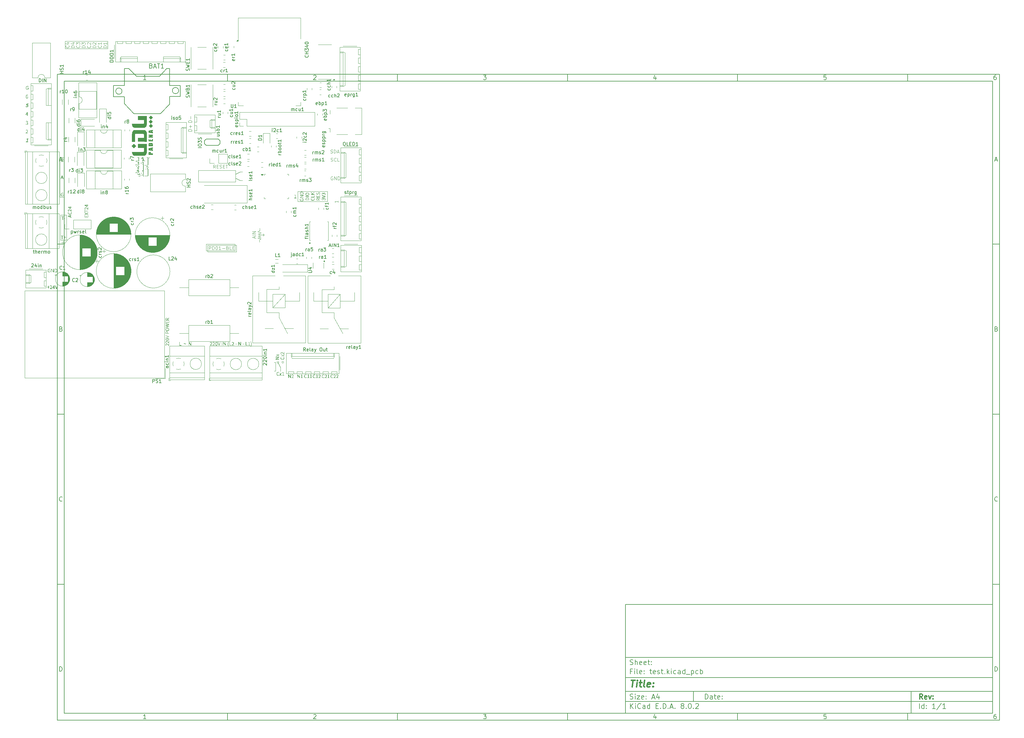
<source format=gbr>
%TF.GenerationSoftware,KiCad,Pcbnew,8.0.2-8.0.2-0~ubuntu22.04.1*%
%TF.CreationDate,2024-05-24T20:00:57+03:30*%
%TF.ProjectId,test,74657374-2e6b-4696-9361-645f70636258,rev?*%
%TF.SameCoordinates,Original*%
%TF.FileFunction,Legend,Top*%
%TF.FilePolarity,Positive*%
%FSLAX46Y46*%
G04 Gerber Fmt 4.6, Leading zero omitted, Abs format (unit mm)*
G04 Created by KiCad (PCBNEW 8.0.2-8.0.2-0~ubuntu22.04.1) date 2024-05-24 20:00:57*
%MOMM*%
%LPD*%
G01*
G04 APERTURE LIST*
%ADD10C,0.100000*%
%ADD11C,0.150000*%
%ADD12C,0.300000*%
%ADD13C,0.400000*%
%ADD14C,0.125000*%
%ADD15C,0.200000*%
%ADD16C,0.120000*%
%ADD17C,0.127000*%
%ADD18C,0.000000*%
G04 APERTURE END LIST*
D10*
D11*
X177002200Y-166007200D02*
X285002200Y-166007200D01*
X285002200Y-198007200D01*
X177002200Y-198007200D01*
X177002200Y-166007200D01*
D10*
D11*
X10000000Y-10000000D02*
X287002200Y-10000000D01*
X287002200Y-200007200D01*
X10000000Y-200007200D01*
X10000000Y-10000000D01*
D10*
D11*
X12000000Y-12000000D02*
X285002200Y-12000000D01*
X285002200Y-198007200D01*
X12000000Y-198007200D01*
X12000000Y-12000000D01*
D10*
D11*
X60000000Y-12000000D02*
X60000000Y-10000000D01*
D10*
D11*
X110000000Y-12000000D02*
X110000000Y-10000000D01*
D10*
D11*
X160000000Y-12000000D02*
X160000000Y-10000000D01*
D10*
D11*
X210000000Y-12000000D02*
X210000000Y-10000000D01*
D10*
D11*
X260000000Y-12000000D02*
X260000000Y-10000000D01*
D10*
D11*
X36089160Y-11593604D02*
X35346303Y-11593604D01*
X35717731Y-11593604D02*
X35717731Y-10293604D01*
X35717731Y-10293604D02*
X35593922Y-10479319D01*
X35593922Y-10479319D02*
X35470112Y-10603128D01*
X35470112Y-10603128D02*
X35346303Y-10665033D01*
D10*
D11*
X85346303Y-10417414D02*
X85408207Y-10355509D01*
X85408207Y-10355509D02*
X85532017Y-10293604D01*
X85532017Y-10293604D02*
X85841541Y-10293604D01*
X85841541Y-10293604D02*
X85965350Y-10355509D01*
X85965350Y-10355509D02*
X86027255Y-10417414D01*
X86027255Y-10417414D02*
X86089160Y-10541223D01*
X86089160Y-10541223D02*
X86089160Y-10665033D01*
X86089160Y-10665033D02*
X86027255Y-10850747D01*
X86027255Y-10850747D02*
X85284398Y-11593604D01*
X85284398Y-11593604D02*
X86089160Y-11593604D01*
D10*
D11*
X135284398Y-10293604D02*
X136089160Y-10293604D01*
X136089160Y-10293604D02*
X135655826Y-10788842D01*
X135655826Y-10788842D02*
X135841541Y-10788842D01*
X135841541Y-10788842D02*
X135965350Y-10850747D01*
X135965350Y-10850747D02*
X136027255Y-10912652D01*
X136027255Y-10912652D02*
X136089160Y-11036461D01*
X136089160Y-11036461D02*
X136089160Y-11345985D01*
X136089160Y-11345985D02*
X136027255Y-11469795D01*
X136027255Y-11469795D02*
X135965350Y-11531700D01*
X135965350Y-11531700D02*
X135841541Y-11593604D01*
X135841541Y-11593604D02*
X135470112Y-11593604D01*
X135470112Y-11593604D02*
X135346303Y-11531700D01*
X135346303Y-11531700D02*
X135284398Y-11469795D01*
D10*
D11*
X185965350Y-10726938D02*
X185965350Y-11593604D01*
X185655826Y-10231700D02*
X185346303Y-11160271D01*
X185346303Y-11160271D02*
X186151064Y-11160271D01*
D10*
D11*
X236027255Y-10293604D02*
X235408207Y-10293604D01*
X235408207Y-10293604D02*
X235346303Y-10912652D01*
X235346303Y-10912652D02*
X235408207Y-10850747D01*
X235408207Y-10850747D02*
X235532017Y-10788842D01*
X235532017Y-10788842D02*
X235841541Y-10788842D01*
X235841541Y-10788842D02*
X235965350Y-10850747D01*
X235965350Y-10850747D02*
X236027255Y-10912652D01*
X236027255Y-10912652D02*
X236089160Y-11036461D01*
X236089160Y-11036461D02*
X236089160Y-11345985D01*
X236089160Y-11345985D02*
X236027255Y-11469795D01*
X236027255Y-11469795D02*
X235965350Y-11531700D01*
X235965350Y-11531700D02*
X235841541Y-11593604D01*
X235841541Y-11593604D02*
X235532017Y-11593604D01*
X235532017Y-11593604D02*
X235408207Y-11531700D01*
X235408207Y-11531700D02*
X235346303Y-11469795D01*
D10*
D11*
X285965350Y-10293604D02*
X285717731Y-10293604D01*
X285717731Y-10293604D02*
X285593922Y-10355509D01*
X285593922Y-10355509D02*
X285532017Y-10417414D01*
X285532017Y-10417414D02*
X285408207Y-10603128D01*
X285408207Y-10603128D02*
X285346303Y-10850747D01*
X285346303Y-10850747D02*
X285346303Y-11345985D01*
X285346303Y-11345985D02*
X285408207Y-11469795D01*
X285408207Y-11469795D02*
X285470112Y-11531700D01*
X285470112Y-11531700D02*
X285593922Y-11593604D01*
X285593922Y-11593604D02*
X285841541Y-11593604D01*
X285841541Y-11593604D02*
X285965350Y-11531700D01*
X285965350Y-11531700D02*
X286027255Y-11469795D01*
X286027255Y-11469795D02*
X286089160Y-11345985D01*
X286089160Y-11345985D02*
X286089160Y-11036461D01*
X286089160Y-11036461D02*
X286027255Y-10912652D01*
X286027255Y-10912652D02*
X285965350Y-10850747D01*
X285965350Y-10850747D02*
X285841541Y-10788842D01*
X285841541Y-10788842D02*
X285593922Y-10788842D01*
X285593922Y-10788842D02*
X285470112Y-10850747D01*
X285470112Y-10850747D02*
X285408207Y-10912652D01*
X285408207Y-10912652D02*
X285346303Y-11036461D01*
D10*
D11*
X60000000Y-198007200D02*
X60000000Y-200007200D01*
D10*
D11*
X110000000Y-198007200D02*
X110000000Y-200007200D01*
D10*
D11*
X160000000Y-198007200D02*
X160000000Y-200007200D01*
D10*
D11*
X210000000Y-198007200D02*
X210000000Y-200007200D01*
D10*
D11*
X260000000Y-198007200D02*
X260000000Y-200007200D01*
D10*
D11*
X36089160Y-199600804D02*
X35346303Y-199600804D01*
X35717731Y-199600804D02*
X35717731Y-198300804D01*
X35717731Y-198300804D02*
X35593922Y-198486519D01*
X35593922Y-198486519D02*
X35470112Y-198610328D01*
X35470112Y-198610328D02*
X35346303Y-198672233D01*
D10*
D11*
X85346303Y-198424614D02*
X85408207Y-198362709D01*
X85408207Y-198362709D02*
X85532017Y-198300804D01*
X85532017Y-198300804D02*
X85841541Y-198300804D01*
X85841541Y-198300804D02*
X85965350Y-198362709D01*
X85965350Y-198362709D02*
X86027255Y-198424614D01*
X86027255Y-198424614D02*
X86089160Y-198548423D01*
X86089160Y-198548423D02*
X86089160Y-198672233D01*
X86089160Y-198672233D02*
X86027255Y-198857947D01*
X86027255Y-198857947D02*
X85284398Y-199600804D01*
X85284398Y-199600804D02*
X86089160Y-199600804D01*
D10*
D11*
X135284398Y-198300804D02*
X136089160Y-198300804D01*
X136089160Y-198300804D02*
X135655826Y-198796042D01*
X135655826Y-198796042D02*
X135841541Y-198796042D01*
X135841541Y-198796042D02*
X135965350Y-198857947D01*
X135965350Y-198857947D02*
X136027255Y-198919852D01*
X136027255Y-198919852D02*
X136089160Y-199043661D01*
X136089160Y-199043661D02*
X136089160Y-199353185D01*
X136089160Y-199353185D02*
X136027255Y-199476995D01*
X136027255Y-199476995D02*
X135965350Y-199538900D01*
X135965350Y-199538900D02*
X135841541Y-199600804D01*
X135841541Y-199600804D02*
X135470112Y-199600804D01*
X135470112Y-199600804D02*
X135346303Y-199538900D01*
X135346303Y-199538900D02*
X135284398Y-199476995D01*
D10*
D11*
X185965350Y-198734138D02*
X185965350Y-199600804D01*
X185655826Y-198238900D02*
X185346303Y-199167471D01*
X185346303Y-199167471D02*
X186151064Y-199167471D01*
D10*
D11*
X236027255Y-198300804D02*
X235408207Y-198300804D01*
X235408207Y-198300804D02*
X235346303Y-198919852D01*
X235346303Y-198919852D02*
X235408207Y-198857947D01*
X235408207Y-198857947D02*
X235532017Y-198796042D01*
X235532017Y-198796042D02*
X235841541Y-198796042D01*
X235841541Y-198796042D02*
X235965350Y-198857947D01*
X235965350Y-198857947D02*
X236027255Y-198919852D01*
X236027255Y-198919852D02*
X236089160Y-199043661D01*
X236089160Y-199043661D02*
X236089160Y-199353185D01*
X236089160Y-199353185D02*
X236027255Y-199476995D01*
X236027255Y-199476995D02*
X235965350Y-199538900D01*
X235965350Y-199538900D02*
X235841541Y-199600804D01*
X235841541Y-199600804D02*
X235532017Y-199600804D01*
X235532017Y-199600804D02*
X235408207Y-199538900D01*
X235408207Y-199538900D02*
X235346303Y-199476995D01*
D10*
D11*
X285965350Y-198300804D02*
X285717731Y-198300804D01*
X285717731Y-198300804D02*
X285593922Y-198362709D01*
X285593922Y-198362709D02*
X285532017Y-198424614D01*
X285532017Y-198424614D02*
X285408207Y-198610328D01*
X285408207Y-198610328D02*
X285346303Y-198857947D01*
X285346303Y-198857947D02*
X285346303Y-199353185D01*
X285346303Y-199353185D02*
X285408207Y-199476995D01*
X285408207Y-199476995D02*
X285470112Y-199538900D01*
X285470112Y-199538900D02*
X285593922Y-199600804D01*
X285593922Y-199600804D02*
X285841541Y-199600804D01*
X285841541Y-199600804D02*
X285965350Y-199538900D01*
X285965350Y-199538900D02*
X286027255Y-199476995D01*
X286027255Y-199476995D02*
X286089160Y-199353185D01*
X286089160Y-199353185D02*
X286089160Y-199043661D01*
X286089160Y-199043661D02*
X286027255Y-198919852D01*
X286027255Y-198919852D02*
X285965350Y-198857947D01*
X285965350Y-198857947D02*
X285841541Y-198796042D01*
X285841541Y-198796042D02*
X285593922Y-198796042D01*
X285593922Y-198796042D02*
X285470112Y-198857947D01*
X285470112Y-198857947D02*
X285408207Y-198919852D01*
X285408207Y-198919852D02*
X285346303Y-199043661D01*
D10*
D11*
X10000000Y-60000000D02*
X12000000Y-60000000D01*
D10*
D11*
X10000000Y-110000000D02*
X12000000Y-110000000D01*
D10*
D11*
X10000000Y-160000000D02*
X12000000Y-160000000D01*
D10*
D11*
X10690476Y-35222176D02*
X11309523Y-35222176D01*
X10566666Y-35593604D02*
X10999999Y-34293604D01*
X10999999Y-34293604D02*
X11433333Y-35593604D01*
D10*
D11*
X11092857Y-84912652D02*
X11278571Y-84974557D01*
X11278571Y-84974557D02*
X11340476Y-85036461D01*
X11340476Y-85036461D02*
X11402380Y-85160271D01*
X11402380Y-85160271D02*
X11402380Y-85345985D01*
X11402380Y-85345985D02*
X11340476Y-85469795D01*
X11340476Y-85469795D02*
X11278571Y-85531700D01*
X11278571Y-85531700D02*
X11154761Y-85593604D01*
X11154761Y-85593604D02*
X10659523Y-85593604D01*
X10659523Y-85593604D02*
X10659523Y-84293604D01*
X10659523Y-84293604D02*
X11092857Y-84293604D01*
X11092857Y-84293604D02*
X11216666Y-84355509D01*
X11216666Y-84355509D02*
X11278571Y-84417414D01*
X11278571Y-84417414D02*
X11340476Y-84541223D01*
X11340476Y-84541223D02*
X11340476Y-84665033D01*
X11340476Y-84665033D02*
X11278571Y-84788842D01*
X11278571Y-84788842D02*
X11216666Y-84850747D01*
X11216666Y-84850747D02*
X11092857Y-84912652D01*
X11092857Y-84912652D02*
X10659523Y-84912652D01*
D10*
D11*
X11402380Y-135469795D02*
X11340476Y-135531700D01*
X11340476Y-135531700D02*
X11154761Y-135593604D01*
X11154761Y-135593604D02*
X11030952Y-135593604D01*
X11030952Y-135593604D02*
X10845238Y-135531700D01*
X10845238Y-135531700D02*
X10721428Y-135407890D01*
X10721428Y-135407890D02*
X10659523Y-135284080D01*
X10659523Y-135284080D02*
X10597619Y-135036461D01*
X10597619Y-135036461D02*
X10597619Y-134850747D01*
X10597619Y-134850747D02*
X10659523Y-134603128D01*
X10659523Y-134603128D02*
X10721428Y-134479319D01*
X10721428Y-134479319D02*
X10845238Y-134355509D01*
X10845238Y-134355509D02*
X11030952Y-134293604D01*
X11030952Y-134293604D02*
X11154761Y-134293604D01*
X11154761Y-134293604D02*
X11340476Y-134355509D01*
X11340476Y-134355509D02*
X11402380Y-134417414D01*
D10*
D11*
X10659523Y-185593604D02*
X10659523Y-184293604D01*
X10659523Y-184293604D02*
X10969047Y-184293604D01*
X10969047Y-184293604D02*
X11154761Y-184355509D01*
X11154761Y-184355509D02*
X11278571Y-184479319D01*
X11278571Y-184479319D02*
X11340476Y-184603128D01*
X11340476Y-184603128D02*
X11402380Y-184850747D01*
X11402380Y-184850747D02*
X11402380Y-185036461D01*
X11402380Y-185036461D02*
X11340476Y-185284080D01*
X11340476Y-185284080D02*
X11278571Y-185407890D01*
X11278571Y-185407890D02*
X11154761Y-185531700D01*
X11154761Y-185531700D02*
X10969047Y-185593604D01*
X10969047Y-185593604D02*
X10659523Y-185593604D01*
D10*
D11*
X287002200Y-60000000D02*
X285002200Y-60000000D01*
D10*
D11*
X287002200Y-110000000D02*
X285002200Y-110000000D01*
D10*
D11*
X287002200Y-160000000D02*
X285002200Y-160000000D01*
D10*
D11*
X285692676Y-35222176D02*
X286311723Y-35222176D01*
X285568866Y-35593604D02*
X286002199Y-34293604D01*
X286002199Y-34293604D02*
X286435533Y-35593604D01*
D10*
D11*
X286095057Y-84912652D02*
X286280771Y-84974557D01*
X286280771Y-84974557D02*
X286342676Y-85036461D01*
X286342676Y-85036461D02*
X286404580Y-85160271D01*
X286404580Y-85160271D02*
X286404580Y-85345985D01*
X286404580Y-85345985D02*
X286342676Y-85469795D01*
X286342676Y-85469795D02*
X286280771Y-85531700D01*
X286280771Y-85531700D02*
X286156961Y-85593604D01*
X286156961Y-85593604D02*
X285661723Y-85593604D01*
X285661723Y-85593604D02*
X285661723Y-84293604D01*
X285661723Y-84293604D02*
X286095057Y-84293604D01*
X286095057Y-84293604D02*
X286218866Y-84355509D01*
X286218866Y-84355509D02*
X286280771Y-84417414D01*
X286280771Y-84417414D02*
X286342676Y-84541223D01*
X286342676Y-84541223D02*
X286342676Y-84665033D01*
X286342676Y-84665033D02*
X286280771Y-84788842D01*
X286280771Y-84788842D02*
X286218866Y-84850747D01*
X286218866Y-84850747D02*
X286095057Y-84912652D01*
X286095057Y-84912652D02*
X285661723Y-84912652D01*
D10*
D11*
X286404580Y-135469795D02*
X286342676Y-135531700D01*
X286342676Y-135531700D02*
X286156961Y-135593604D01*
X286156961Y-135593604D02*
X286033152Y-135593604D01*
X286033152Y-135593604D02*
X285847438Y-135531700D01*
X285847438Y-135531700D02*
X285723628Y-135407890D01*
X285723628Y-135407890D02*
X285661723Y-135284080D01*
X285661723Y-135284080D02*
X285599819Y-135036461D01*
X285599819Y-135036461D02*
X285599819Y-134850747D01*
X285599819Y-134850747D02*
X285661723Y-134603128D01*
X285661723Y-134603128D02*
X285723628Y-134479319D01*
X285723628Y-134479319D02*
X285847438Y-134355509D01*
X285847438Y-134355509D02*
X286033152Y-134293604D01*
X286033152Y-134293604D02*
X286156961Y-134293604D01*
X286156961Y-134293604D02*
X286342676Y-134355509D01*
X286342676Y-134355509D02*
X286404580Y-134417414D01*
D10*
D11*
X285661723Y-185593604D02*
X285661723Y-184293604D01*
X285661723Y-184293604D02*
X285971247Y-184293604D01*
X285971247Y-184293604D02*
X286156961Y-184355509D01*
X286156961Y-184355509D02*
X286280771Y-184479319D01*
X286280771Y-184479319D02*
X286342676Y-184603128D01*
X286342676Y-184603128D02*
X286404580Y-184850747D01*
X286404580Y-184850747D02*
X286404580Y-185036461D01*
X286404580Y-185036461D02*
X286342676Y-185284080D01*
X286342676Y-185284080D02*
X286280771Y-185407890D01*
X286280771Y-185407890D02*
X286156961Y-185531700D01*
X286156961Y-185531700D02*
X285971247Y-185593604D01*
X285971247Y-185593604D02*
X285661723Y-185593604D01*
D10*
D11*
X200458026Y-193793328D02*
X200458026Y-192293328D01*
X200458026Y-192293328D02*
X200815169Y-192293328D01*
X200815169Y-192293328D02*
X201029455Y-192364757D01*
X201029455Y-192364757D02*
X201172312Y-192507614D01*
X201172312Y-192507614D02*
X201243741Y-192650471D01*
X201243741Y-192650471D02*
X201315169Y-192936185D01*
X201315169Y-192936185D02*
X201315169Y-193150471D01*
X201315169Y-193150471D02*
X201243741Y-193436185D01*
X201243741Y-193436185D02*
X201172312Y-193579042D01*
X201172312Y-193579042D02*
X201029455Y-193721900D01*
X201029455Y-193721900D02*
X200815169Y-193793328D01*
X200815169Y-193793328D02*
X200458026Y-193793328D01*
X202600884Y-193793328D02*
X202600884Y-193007614D01*
X202600884Y-193007614D02*
X202529455Y-192864757D01*
X202529455Y-192864757D02*
X202386598Y-192793328D01*
X202386598Y-192793328D02*
X202100884Y-192793328D01*
X202100884Y-192793328D02*
X201958026Y-192864757D01*
X202600884Y-193721900D02*
X202458026Y-193793328D01*
X202458026Y-193793328D02*
X202100884Y-193793328D01*
X202100884Y-193793328D02*
X201958026Y-193721900D01*
X201958026Y-193721900D02*
X201886598Y-193579042D01*
X201886598Y-193579042D02*
X201886598Y-193436185D01*
X201886598Y-193436185D02*
X201958026Y-193293328D01*
X201958026Y-193293328D02*
X202100884Y-193221900D01*
X202100884Y-193221900D02*
X202458026Y-193221900D01*
X202458026Y-193221900D02*
X202600884Y-193150471D01*
X203100884Y-192793328D02*
X203672312Y-192793328D01*
X203315169Y-192293328D02*
X203315169Y-193579042D01*
X203315169Y-193579042D02*
X203386598Y-193721900D01*
X203386598Y-193721900D02*
X203529455Y-193793328D01*
X203529455Y-193793328D02*
X203672312Y-193793328D01*
X204743741Y-193721900D02*
X204600884Y-193793328D01*
X204600884Y-193793328D02*
X204315170Y-193793328D01*
X204315170Y-193793328D02*
X204172312Y-193721900D01*
X204172312Y-193721900D02*
X204100884Y-193579042D01*
X204100884Y-193579042D02*
X204100884Y-193007614D01*
X204100884Y-193007614D02*
X204172312Y-192864757D01*
X204172312Y-192864757D02*
X204315170Y-192793328D01*
X204315170Y-192793328D02*
X204600884Y-192793328D01*
X204600884Y-192793328D02*
X204743741Y-192864757D01*
X204743741Y-192864757D02*
X204815170Y-193007614D01*
X204815170Y-193007614D02*
X204815170Y-193150471D01*
X204815170Y-193150471D02*
X204100884Y-193293328D01*
X205458026Y-193650471D02*
X205529455Y-193721900D01*
X205529455Y-193721900D02*
X205458026Y-193793328D01*
X205458026Y-193793328D02*
X205386598Y-193721900D01*
X205386598Y-193721900D02*
X205458026Y-193650471D01*
X205458026Y-193650471D02*
X205458026Y-193793328D01*
X205458026Y-192864757D02*
X205529455Y-192936185D01*
X205529455Y-192936185D02*
X205458026Y-193007614D01*
X205458026Y-193007614D02*
X205386598Y-192936185D01*
X205386598Y-192936185D02*
X205458026Y-192864757D01*
X205458026Y-192864757D02*
X205458026Y-193007614D01*
D10*
D11*
X177002200Y-194507200D02*
X285002200Y-194507200D01*
D10*
D11*
X178458026Y-196593328D02*
X178458026Y-195093328D01*
X179315169Y-196593328D02*
X178672312Y-195736185D01*
X179315169Y-195093328D02*
X178458026Y-195950471D01*
X179958026Y-196593328D02*
X179958026Y-195593328D01*
X179958026Y-195093328D02*
X179886598Y-195164757D01*
X179886598Y-195164757D02*
X179958026Y-195236185D01*
X179958026Y-195236185D02*
X180029455Y-195164757D01*
X180029455Y-195164757D02*
X179958026Y-195093328D01*
X179958026Y-195093328D02*
X179958026Y-195236185D01*
X181529455Y-196450471D02*
X181458027Y-196521900D01*
X181458027Y-196521900D02*
X181243741Y-196593328D01*
X181243741Y-196593328D02*
X181100884Y-196593328D01*
X181100884Y-196593328D02*
X180886598Y-196521900D01*
X180886598Y-196521900D02*
X180743741Y-196379042D01*
X180743741Y-196379042D02*
X180672312Y-196236185D01*
X180672312Y-196236185D02*
X180600884Y-195950471D01*
X180600884Y-195950471D02*
X180600884Y-195736185D01*
X180600884Y-195736185D02*
X180672312Y-195450471D01*
X180672312Y-195450471D02*
X180743741Y-195307614D01*
X180743741Y-195307614D02*
X180886598Y-195164757D01*
X180886598Y-195164757D02*
X181100884Y-195093328D01*
X181100884Y-195093328D02*
X181243741Y-195093328D01*
X181243741Y-195093328D02*
X181458027Y-195164757D01*
X181458027Y-195164757D02*
X181529455Y-195236185D01*
X182815170Y-196593328D02*
X182815170Y-195807614D01*
X182815170Y-195807614D02*
X182743741Y-195664757D01*
X182743741Y-195664757D02*
X182600884Y-195593328D01*
X182600884Y-195593328D02*
X182315170Y-195593328D01*
X182315170Y-195593328D02*
X182172312Y-195664757D01*
X182815170Y-196521900D02*
X182672312Y-196593328D01*
X182672312Y-196593328D02*
X182315170Y-196593328D01*
X182315170Y-196593328D02*
X182172312Y-196521900D01*
X182172312Y-196521900D02*
X182100884Y-196379042D01*
X182100884Y-196379042D02*
X182100884Y-196236185D01*
X182100884Y-196236185D02*
X182172312Y-196093328D01*
X182172312Y-196093328D02*
X182315170Y-196021900D01*
X182315170Y-196021900D02*
X182672312Y-196021900D01*
X182672312Y-196021900D02*
X182815170Y-195950471D01*
X184172313Y-196593328D02*
X184172313Y-195093328D01*
X184172313Y-196521900D02*
X184029455Y-196593328D01*
X184029455Y-196593328D02*
X183743741Y-196593328D01*
X183743741Y-196593328D02*
X183600884Y-196521900D01*
X183600884Y-196521900D02*
X183529455Y-196450471D01*
X183529455Y-196450471D02*
X183458027Y-196307614D01*
X183458027Y-196307614D02*
X183458027Y-195879042D01*
X183458027Y-195879042D02*
X183529455Y-195736185D01*
X183529455Y-195736185D02*
X183600884Y-195664757D01*
X183600884Y-195664757D02*
X183743741Y-195593328D01*
X183743741Y-195593328D02*
X184029455Y-195593328D01*
X184029455Y-195593328D02*
X184172313Y-195664757D01*
X186029455Y-195807614D02*
X186529455Y-195807614D01*
X186743741Y-196593328D02*
X186029455Y-196593328D01*
X186029455Y-196593328D02*
X186029455Y-195093328D01*
X186029455Y-195093328D02*
X186743741Y-195093328D01*
X187386598Y-196450471D02*
X187458027Y-196521900D01*
X187458027Y-196521900D02*
X187386598Y-196593328D01*
X187386598Y-196593328D02*
X187315170Y-196521900D01*
X187315170Y-196521900D02*
X187386598Y-196450471D01*
X187386598Y-196450471D02*
X187386598Y-196593328D01*
X188100884Y-196593328D02*
X188100884Y-195093328D01*
X188100884Y-195093328D02*
X188458027Y-195093328D01*
X188458027Y-195093328D02*
X188672313Y-195164757D01*
X188672313Y-195164757D02*
X188815170Y-195307614D01*
X188815170Y-195307614D02*
X188886599Y-195450471D01*
X188886599Y-195450471D02*
X188958027Y-195736185D01*
X188958027Y-195736185D02*
X188958027Y-195950471D01*
X188958027Y-195950471D02*
X188886599Y-196236185D01*
X188886599Y-196236185D02*
X188815170Y-196379042D01*
X188815170Y-196379042D02*
X188672313Y-196521900D01*
X188672313Y-196521900D02*
X188458027Y-196593328D01*
X188458027Y-196593328D02*
X188100884Y-196593328D01*
X189600884Y-196450471D02*
X189672313Y-196521900D01*
X189672313Y-196521900D02*
X189600884Y-196593328D01*
X189600884Y-196593328D02*
X189529456Y-196521900D01*
X189529456Y-196521900D02*
X189600884Y-196450471D01*
X189600884Y-196450471D02*
X189600884Y-196593328D01*
X190243742Y-196164757D02*
X190958028Y-196164757D01*
X190100885Y-196593328D02*
X190600885Y-195093328D01*
X190600885Y-195093328D02*
X191100885Y-196593328D01*
X191600884Y-196450471D02*
X191672313Y-196521900D01*
X191672313Y-196521900D02*
X191600884Y-196593328D01*
X191600884Y-196593328D02*
X191529456Y-196521900D01*
X191529456Y-196521900D02*
X191600884Y-196450471D01*
X191600884Y-196450471D02*
X191600884Y-196593328D01*
X193672313Y-195736185D02*
X193529456Y-195664757D01*
X193529456Y-195664757D02*
X193458027Y-195593328D01*
X193458027Y-195593328D02*
X193386599Y-195450471D01*
X193386599Y-195450471D02*
X193386599Y-195379042D01*
X193386599Y-195379042D02*
X193458027Y-195236185D01*
X193458027Y-195236185D02*
X193529456Y-195164757D01*
X193529456Y-195164757D02*
X193672313Y-195093328D01*
X193672313Y-195093328D02*
X193958027Y-195093328D01*
X193958027Y-195093328D02*
X194100885Y-195164757D01*
X194100885Y-195164757D02*
X194172313Y-195236185D01*
X194172313Y-195236185D02*
X194243742Y-195379042D01*
X194243742Y-195379042D02*
X194243742Y-195450471D01*
X194243742Y-195450471D02*
X194172313Y-195593328D01*
X194172313Y-195593328D02*
X194100885Y-195664757D01*
X194100885Y-195664757D02*
X193958027Y-195736185D01*
X193958027Y-195736185D02*
X193672313Y-195736185D01*
X193672313Y-195736185D02*
X193529456Y-195807614D01*
X193529456Y-195807614D02*
X193458027Y-195879042D01*
X193458027Y-195879042D02*
X193386599Y-196021900D01*
X193386599Y-196021900D02*
X193386599Y-196307614D01*
X193386599Y-196307614D02*
X193458027Y-196450471D01*
X193458027Y-196450471D02*
X193529456Y-196521900D01*
X193529456Y-196521900D02*
X193672313Y-196593328D01*
X193672313Y-196593328D02*
X193958027Y-196593328D01*
X193958027Y-196593328D02*
X194100885Y-196521900D01*
X194100885Y-196521900D02*
X194172313Y-196450471D01*
X194172313Y-196450471D02*
X194243742Y-196307614D01*
X194243742Y-196307614D02*
X194243742Y-196021900D01*
X194243742Y-196021900D02*
X194172313Y-195879042D01*
X194172313Y-195879042D02*
X194100885Y-195807614D01*
X194100885Y-195807614D02*
X193958027Y-195736185D01*
X194886598Y-196450471D02*
X194958027Y-196521900D01*
X194958027Y-196521900D02*
X194886598Y-196593328D01*
X194886598Y-196593328D02*
X194815170Y-196521900D01*
X194815170Y-196521900D02*
X194886598Y-196450471D01*
X194886598Y-196450471D02*
X194886598Y-196593328D01*
X195886599Y-195093328D02*
X196029456Y-195093328D01*
X196029456Y-195093328D02*
X196172313Y-195164757D01*
X196172313Y-195164757D02*
X196243742Y-195236185D01*
X196243742Y-195236185D02*
X196315170Y-195379042D01*
X196315170Y-195379042D02*
X196386599Y-195664757D01*
X196386599Y-195664757D02*
X196386599Y-196021900D01*
X196386599Y-196021900D02*
X196315170Y-196307614D01*
X196315170Y-196307614D02*
X196243742Y-196450471D01*
X196243742Y-196450471D02*
X196172313Y-196521900D01*
X196172313Y-196521900D02*
X196029456Y-196593328D01*
X196029456Y-196593328D02*
X195886599Y-196593328D01*
X195886599Y-196593328D02*
X195743742Y-196521900D01*
X195743742Y-196521900D02*
X195672313Y-196450471D01*
X195672313Y-196450471D02*
X195600884Y-196307614D01*
X195600884Y-196307614D02*
X195529456Y-196021900D01*
X195529456Y-196021900D02*
X195529456Y-195664757D01*
X195529456Y-195664757D02*
X195600884Y-195379042D01*
X195600884Y-195379042D02*
X195672313Y-195236185D01*
X195672313Y-195236185D02*
X195743742Y-195164757D01*
X195743742Y-195164757D02*
X195886599Y-195093328D01*
X197029455Y-196450471D02*
X197100884Y-196521900D01*
X197100884Y-196521900D02*
X197029455Y-196593328D01*
X197029455Y-196593328D02*
X196958027Y-196521900D01*
X196958027Y-196521900D02*
X197029455Y-196450471D01*
X197029455Y-196450471D02*
X197029455Y-196593328D01*
X197672313Y-195236185D02*
X197743741Y-195164757D01*
X197743741Y-195164757D02*
X197886599Y-195093328D01*
X197886599Y-195093328D02*
X198243741Y-195093328D01*
X198243741Y-195093328D02*
X198386599Y-195164757D01*
X198386599Y-195164757D02*
X198458027Y-195236185D01*
X198458027Y-195236185D02*
X198529456Y-195379042D01*
X198529456Y-195379042D02*
X198529456Y-195521900D01*
X198529456Y-195521900D02*
X198458027Y-195736185D01*
X198458027Y-195736185D02*
X197600884Y-196593328D01*
X197600884Y-196593328D02*
X198529456Y-196593328D01*
D10*
D11*
X177002200Y-191507200D02*
X285002200Y-191507200D01*
D10*
D12*
X264413853Y-193785528D02*
X263913853Y-193071242D01*
X263556710Y-193785528D02*
X263556710Y-192285528D01*
X263556710Y-192285528D02*
X264128139Y-192285528D01*
X264128139Y-192285528D02*
X264270996Y-192356957D01*
X264270996Y-192356957D02*
X264342425Y-192428385D01*
X264342425Y-192428385D02*
X264413853Y-192571242D01*
X264413853Y-192571242D02*
X264413853Y-192785528D01*
X264413853Y-192785528D02*
X264342425Y-192928385D01*
X264342425Y-192928385D02*
X264270996Y-192999814D01*
X264270996Y-192999814D02*
X264128139Y-193071242D01*
X264128139Y-193071242D02*
X263556710Y-193071242D01*
X265628139Y-193714100D02*
X265485282Y-193785528D01*
X265485282Y-193785528D02*
X265199568Y-193785528D01*
X265199568Y-193785528D02*
X265056710Y-193714100D01*
X265056710Y-193714100D02*
X264985282Y-193571242D01*
X264985282Y-193571242D02*
X264985282Y-192999814D01*
X264985282Y-192999814D02*
X265056710Y-192856957D01*
X265056710Y-192856957D02*
X265199568Y-192785528D01*
X265199568Y-192785528D02*
X265485282Y-192785528D01*
X265485282Y-192785528D02*
X265628139Y-192856957D01*
X265628139Y-192856957D02*
X265699568Y-192999814D01*
X265699568Y-192999814D02*
X265699568Y-193142671D01*
X265699568Y-193142671D02*
X264985282Y-193285528D01*
X266199567Y-192785528D02*
X266556710Y-193785528D01*
X266556710Y-193785528D02*
X266913853Y-192785528D01*
X267485281Y-193642671D02*
X267556710Y-193714100D01*
X267556710Y-193714100D02*
X267485281Y-193785528D01*
X267485281Y-193785528D02*
X267413853Y-193714100D01*
X267413853Y-193714100D02*
X267485281Y-193642671D01*
X267485281Y-193642671D02*
X267485281Y-193785528D01*
X267485281Y-192856957D02*
X267556710Y-192928385D01*
X267556710Y-192928385D02*
X267485281Y-192999814D01*
X267485281Y-192999814D02*
X267413853Y-192928385D01*
X267413853Y-192928385D02*
X267485281Y-192856957D01*
X267485281Y-192856957D02*
X267485281Y-192999814D01*
D10*
D11*
X178386598Y-193721900D02*
X178600884Y-193793328D01*
X178600884Y-193793328D02*
X178958026Y-193793328D01*
X178958026Y-193793328D02*
X179100884Y-193721900D01*
X179100884Y-193721900D02*
X179172312Y-193650471D01*
X179172312Y-193650471D02*
X179243741Y-193507614D01*
X179243741Y-193507614D02*
X179243741Y-193364757D01*
X179243741Y-193364757D02*
X179172312Y-193221900D01*
X179172312Y-193221900D02*
X179100884Y-193150471D01*
X179100884Y-193150471D02*
X178958026Y-193079042D01*
X178958026Y-193079042D02*
X178672312Y-193007614D01*
X178672312Y-193007614D02*
X178529455Y-192936185D01*
X178529455Y-192936185D02*
X178458026Y-192864757D01*
X178458026Y-192864757D02*
X178386598Y-192721900D01*
X178386598Y-192721900D02*
X178386598Y-192579042D01*
X178386598Y-192579042D02*
X178458026Y-192436185D01*
X178458026Y-192436185D02*
X178529455Y-192364757D01*
X178529455Y-192364757D02*
X178672312Y-192293328D01*
X178672312Y-192293328D02*
X179029455Y-192293328D01*
X179029455Y-192293328D02*
X179243741Y-192364757D01*
X179886597Y-193793328D02*
X179886597Y-192793328D01*
X179886597Y-192293328D02*
X179815169Y-192364757D01*
X179815169Y-192364757D02*
X179886597Y-192436185D01*
X179886597Y-192436185D02*
X179958026Y-192364757D01*
X179958026Y-192364757D02*
X179886597Y-192293328D01*
X179886597Y-192293328D02*
X179886597Y-192436185D01*
X180458026Y-192793328D02*
X181243741Y-192793328D01*
X181243741Y-192793328D02*
X180458026Y-193793328D01*
X180458026Y-193793328D02*
X181243741Y-193793328D01*
X182386598Y-193721900D02*
X182243741Y-193793328D01*
X182243741Y-193793328D02*
X181958027Y-193793328D01*
X181958027Y-193793328D02*
X181815169Y-193721900D01*
X181815169Y-193721900D02*
X181743741Y-193579042D01*
X181743741Y-193579042D02*
X181743741Y-193007614D01*
X181743741Y-193007614D02*
X181815169Y-192864757D01*
X181815169Y-192864757D02*
X181958027Y-192793328D01*
X181958027Y-192793328D02*
X182243741Y-192793328D01*
X182243741Y-192793328D02*
X182386598Y-192864757D01*
X182386598Y-192864757D02*
X182458027Y-193007614D01*
X182458027Y-193007614D02*
X182458027Y-193150471D01*
X182458027Y-193150471D02*
X181743741Y-193293328D01*
X183100883Y-193650471D02*
X183172312Y-193721900D01*
X183172312Y-193721900D02*
X183100883Y-193793328D01*
X183100883Y-193793328D02*
X183029455Y-193721900D01*
X183029455Y-193721900D02*
X183100883Y-193650471D01*
X183100883Y-193650471D02*
X183100883Y-193793328D01*
X183100883Y-192864757D02*
X183172312Y-192936185D01*
X183172312Y-192936185D02*
X183100883Y-193007614D01*
X183100883Y-193007614D02*
X183029455Y-192936185D01*
X183029455Y-192936185D02*
X183100883Y-192864757D01*
X183100883Y-192864757D02*
X183100883Y-193007614D01*
X184886598Y-193364757D02*
X185600884Y-193364757D01*
X184743741Y-193793328D02*
X185243741Y-192293328D01*
X185243741Y-192293328D02*
X185743741Y-193793328D01*
X186886598Y-192793328D02*
X186886598Y-193793328D01*
X186529455Y-192221900D02*
X186172312Y-193293328D01*
X186172312Y-193293328D02*
X187100883Y-193293328D01*
D10*
D11*
X263458026Y-196593328D02*
X263458026Y-195093328D01*
X264815170Y-196593328D02*
X264815170Y-195093328D01*
X264815170Y-196521900D02*
X264672312Y-196593328D01*
X264672312Y-196593328D02*
X264386598Y-196593328D01*
X264386598Y-196593328D02*
X264243741Y-196521900D01*
X264243741Y-196521900D02*
X264172312Y-196450471D01*
X264172312Y-196450471D02*
X264100884Y-196307614D01*
X264100884Y-196307614D02*
X264100884Y-195879042D01*
X264100884Y-195879042D02*
X264172312Y-195736185D01*
X264172312Y-195736185D02*
X264243741Y-195664757D01*
X264243741Y-195664757D02*
X264386598Y-195593328D01*
X264386598Y-195593328D02*
X264672312Y-195593328D01*
X264672312Y-195593328D02*
X264815170Y-195664757D01*
X265529455Y-196450471D02*
X265600884Y-196521900D01*
X265600884Y-196521900D02*
X265529455Y-196593328D01*
X265529455Y-196593328D02*
X265458027Y-196521900D01*
X265458027Y-196521900D02*
X265529455Y-196450471D01*
X265529455Y-196450471D02*
X265529455Y-196593328D01*
X265529455Y-195664757D02*
X265600884Y-195736185D01*
X265600884Y-195736185D02*
X265529455Y-195807614D01*
X265529455Y-195807614D02*
X265458027Y-195736185D01*
X265458027Y-195736185D02*
X265529455Y-195664757D01*
X265529455Y-195664757D02*
X265529455Y-195807614D01*
X268172313Y-196593328D02*
X267315170Y-196593328D01*
X267743741Y-196593328D02*
X267743741Y-195093328D01*
X267743741Y-195093328D02*
X267600884Y-195307614D01*
X267600884Y-195307614D02*
X267458027Y-195450471D01*
X267458027Y-195450471D02*
X267315170Y-195521900D01*
X269886598Y-195021900D02*
X268600884Y-196950471D01*
X271172313Y-196593328D02*
X270315170Y-196593328D01*
X270743741Y-196593328D02*
X270743741Y-195093328D01*
X270743741Y-195093328D02*
X270600884Y-195307614D01*
X270600884Y-195307614D02*
X270458027Y-195450471D01*
X270458027Y-195450471D02*
X270315170Y-195521900D01*
D10*
D11*
X177002200Y-187507200D02*
X285002200Y-187507200D01*
D10*
D13*
X178693928Y-188211638D02*
X179836785Y-188211638D01*
X179015357Y-190211638D02*
X179265357Y-188211638D01*
X180253452Y-190211638D02*
X180420119Y-188878304D01*
X180503452Y-188211638D02*
X180396309Y-188306876D01*
X180396309Y-188306876D02*
X180479643Y-188402114D01*
X180479643Y-188402114D02*
X180586786Y-188306876D01*
X180586786Y-188306876D02*
X180503452Y-188211638D01*
X180503452Y-188211638D02*
X180479643Y-188402114D01*
X181086786Y-188878304D02*
X181848690Y-188878304D01*
X181455833Y-188211638D02*
X181241548Y-189925923D01*
X181241548Y-189925923D02*
X181312976Y-190116400D01*
X181312976Y-190116400D02*
X181491548Y-190211638D01*
X181491548Y-190211638D02*
X181682024Y-190211638D01*
X182634405Y-190211638D02*
X182455833Y-190116400D01*
X182455833Y-190116400D02*
X182384405Y-189925923D01*
X182384405Y-189925923D02*
X182598690Y-188211638D01*
X184170119Y-190116400D02*
X183967738Y-190211638D01*
X183967738Y-190211638D02*
X183586785Y-190211638D01*
X183586785Y-190211638D02*
X183408214Y-190116400D01*
X183408214Y-190116400D02*
X183336785Y-189925923D01*
X183336785Y-189925923D02*
X183432024Y-189164019D01*
X183432024Y-189164019D02*
X183551071Y-188973542D01*
X183551071Y-188973542D02*
X183753452Y-188878304D01*
X183753452Y-188878304D02*
X184134404Y-188878304D01*
X184134404Y-188878304D02*
X184312976Y-188973542D01*
X184312976Y-188973542D02*
X184384404Y-189164019D01*
X184384404Y-189164019D02*
X184360595Y-189354495D01*
X184360595Y-189354495D02*
X183384404Y-189544971D01*
X185134405Y-190021161D02*
X185217738Y-190116400D01*
X185217738Y-190116400D02*
X185110595Y-190211638D01*
X185110595Y-190211638D02*
X185027262Y-190116400D01*
X185027262Y-190116400D02*
X185134405Y-190021161D01*
X185134405Y-190021161D02*
X185110595Y-190211638D01*
X185265357Y-188973542D02*
X185348690Y-189068780D01*
X185348690Y-189068780D02*
X185241548Y-189164019D01*
X185241548Y-189164019D02*
X185158214Y-189068780D01*
X185158214Y-189068780D02*
X185265357Y-188973542D01*
X185265357Y-188973542D02*
X185241548Y-189164019D01*
D10*
D11*
X178958026Y-185607614D02*
X178458026Y-185607614D01*
X178458026Y-186393328D02*
X178458026Y-184893328D01*
X178458026Y-184893328D02*
X179172312Y-184893328D01*
X179743740Y-186393328D02*
X179743740Y-185393328D01*
X179743740Y-184893328D02*
X179672312Y-184964757D01*
X179672312Y-184964757D02*
X179743740Y-185036185D01*
X179743740Y-185036185D02*
X179815169Y-184964757D01*
X179815169Y-184964757D02*
X179743740Y-184893328D01*
X179743740Y-184893328D02*
X179743740Y-185036185D01*
X180672312Y-186393328D02*
X180529455Y-186321900D01*
X180529455Y-186321900D02*
X180458026Y-186179042D01*
X180458026Y-186179042D02*
X180458026Y-184893328D01*
X181815169Y-186321900D02*
X181672312Y-186393328D01*
X181672312Y-186393328D02*
X181386598Y-186393328D01*
X181386598Y-186393328D02*
X181243740Y-186321900D01*
X181243740Y-186321900D02*
X181172312Y-186179042D01*
X181172312Y-186179042D02*
X181172312Y-185607614D01*
X181172312Y-185607614D02*
X181243740Y-185464757D01*
X181243740Y-185464757D02*
X181386598Y-185393328D01*
X181386598Y-185393328D02*
X181672312Y-185393328D01*
X181672312Y-185393328D02*
X181815169Y-185464757D01*
X181815169Y-185464757D02*
X181886598Y-185607614D01*
X181886598Y-185607614D02*
X181886598Y-185750471D01*
X181886598Y-185750471D02*
X181172312Y-185893328D01*
X182529454Y-186250471D02*
X182600883Y-186321900D01*
X182600883Y-186321900D02*
X182529454Y-186393328D01*
X182529454Y-186393328D02*
X182458026Y-186321900D01*
X182458026Y-186321900D02*
X182529454Y-186250471D01*
X182529454Y-186250471D02*
X182529454Y-186393328D01*
X182529454Y-185464757D02*
X182600883Y-185536185D01*
X182600883Y-185536185D02*
X182529454Y-185607614D01*
X182529454Y-185607614D02*
X182458026Y-185536185D01*
X182458026Y-185536185D02*
X182529454Y-185464757D01*
X182529454Y-185464757D02*
X182529454Y-185607614D01*
X184172312Y-185393328D02*
X184743740Y-185393328D01*
X184386597Y-184893328D02*
X184386597Y-186179042D01*
X184386597Y-186179042D02*
X184458026Y-186321900D01*
X184458026Y-186321900D02*
X184600883Y-186393328D01*
X184600883Y-186393328D02*
X184743740Y-186393328D01*
X185815169Y-186321900D02*
X185672312Y-186393328D01*
X185672312Y-186393328D02*
X185386598Y-186393328D01*
X185386598Y-186393328D02*
X185243740Y-186321900D01*
X185243740Y-186321900D02*
X185172312Y-186179042D01*
X185172312Y-186179042D02*
X185172312Y-185607614D01*
X185172312Y-185607614D02*
X185243740Y-185464757D01*
X185243740Y-185464757D02*
X185386598Y-185393328D01*
X185386598Y-185393328D02*
X185672312Y-185393328D01*
X185672312Y-185393328D02*
X185815169Y-185464757D01*
X185815169Y-185464757D02*
X185886598Y-185607614D01*
X185886598Y-185607614D02*
X185886598Y-185750471D01*
X185886598Y-185750471D02*
X185172312Y-185893328D01*
X186458026Y-186321900D02*
X186600883Y-186393328D01*
X186600883Y-186393328D02*
X186886597Y-186393328D01*
X186886597Y-186393328D02*
X187029454Y-186321900D01*
X187029454Y-186321900D02*
X187100883Y-186179042D01*
X187100883Y-186179042D02*
X187100883Y-186107614D01*
X187100883Y-186107614D02*
X187029454Y-185964757D01*
X187029454Y-185964757D02*
X186886597Y-185893328D01*
X186886597Y-185893328D02*
X186672312Y-185893328D01*
X186672312Y-185893328D02*
X186529454Y-185821900D01*
X186529454Y-185821900D02*
X186458026Y-185679042D01*
X186458026Y-185679042D02*
X186458026Y-185607614D01*
X186458026Y-185607614D02*
X186529454Y-185464757D01*
X186529454Y-185464757D02*
X186672312Y-185393328D01*
X186672312Y-185393328D02*
X186886597Y-185393328D01*
X186886597Y-185393328D02*
X187029454Y-185464757D01*
X187529455Y-185393328D02*
X188100883Y-185393328D01*
X187743740Y-184893328D02*
X187743740Y-186179042D01*
X187743740Y-186179042D02*
X187815169Y-186321900D01*
X187815169Y-186321900D02*
X187958026Y-186393328D01*
X187958026Y-186393328D02*
X188100883Y-186393328D01*
X188600883Y-186250471D02*
X188672312Y-186321900D01*
X188672312Y-186321900D02*
X188600883Y-186393328D01*
X188600883Y-186393328D02*
X188529455Y-186321900D01*
X188529455Y-186321900D02*
X188600883Y-186250471D01*
X188600883Y-186250471D02*
X188600883Y-186393328D01*
X189315169Y-186393328D02*
X189315169Y-184893328D01*
X189458027Y-185821900D02*
X189886598Y-186393328D01*
X189886598Y-185393328D02*
X189315169Y-185964757D01*
X190529455Y-186393328D02*
X190529455Y-185393328D01*
X190529455Y-184893328D02*
X190458027Y-184964757D01*
X190458027Y-184964757D02*
X190529455Y-185036185D01*
X190529455Y-185036185D02*
X190600884Y-184964757D01*
X190600884Y-184964757D02*
X190529455Y-184893328D01*
X190529455Y-184893328D02*
X190529455Y-185036185D01*
X191886599Y-186321900D02*
X191743741Y-186393328D01*
X191743741Y-186393328D02*
X191458027Y-186393328D01*
X191458027Y-186393328D02*
X191315170Y-186321900D01*
X191315170Y-186321900D02*
X191243741Y-186250471D01*
X191243741Y-186250471D02*
X191172313Y-186107614D01*
X191172313Y-186107614D02*
X191172313Y-185679042D01*
X191172313Y-185679042D02*
X191243741Y-185536185D01*
X191243741Y-185536185D02*
X191315170Y-185464757D01*
X191315170Y-185464757D02*
X191458027Y-185393328D01*
X191458027Y-185393328D02*
X191743741Y-185393328D01*
X191743741Y-185393328D02*
X191886599Y-185464757D01*
X193172313Y-186393328D02*
X193172313Y-185607614D01*
X193172313Y-185607614D02*
X193100884Y-185464757D01*
X193100884Y-185464757D02*
X192958027Y-185393328D01*
X192958027Y-185393328D02*
X192672313Y-185393328D01*
X192672313Y-185393328D02*
X192529455Y-185464757D01*
X193172313Y-186321900D02*
X193029455Y-186393328D01*
X193029455Y-186393328D02*
X192672313Y-186393328D01*
X192672313Y-186393328D02*
X192529455Y-186321900D01*
X192529455Y-186321900D02*
X192458027Y-186179042D01*
X192458027Y-186179042D02*
X192458027Y-186036185D01*
X192458027Y-186036185D02*
X192529455Y-185893328D01*
X192529455Y-185893328D02*
X192672313Y-185821900D01*
X192672313Y-185821900D02*
X193029455Y-185821900D01*
X193029455Y-185821900D02*
X193172313Y-185750471D01*
X194529456Y-186393328D02*
X194529456Y-184893328D01*
X194529456Y-186321900D02*
X194386598Y-186393328D01*
X194386598Y-186393328D02*
X194100884Y-186393328D01*
X194100884Y-186393328D02*
X193958027Y-186321900D01*
X193958027Y-186321900D02*
X193886598Y-186250471D01*
X193886598Y-186250471D02*
X193815170Y-186107614D01*
X193815170Y-186107614D02*
X193815170Y-185679042D01*
X193815170Y-185679042D02*
X193886598Y-185536185D01*
X193886598Y-185536185D02*
X193958027Y-185464757D01*
X193958027Y-185464757D02*
X194100884Y-185393328D01*
X194100884Y-185393328D02*
X194386598Y-185393328D01*
X194386598Y-185393328D02*
X194529456Y-185464757D01*
X194886599Y-186536185D02*
X196029456Y-186536185D01*
X196386598Y-185393328D02*
X196386598Y-186893328D01*
X196386598Y-185464757D02*
X196529456Y-185393328D01*
X196529456Y-185393328D02*
X196815170Y-185393328D01*
X196815170Y-185393328D02*
X196958027Y-185464757D01*
X196958027Y-185464757D02*
X197029456Y-185536185D01*
X197029456Y-185536185D02*
X197100884Y-185679042D01*
X197100884Y-185679042D02*
X197100884Y-186107614D01*
X197100884Y-186107614D02*
X197029456Y-186250471D01*
X197029456Y-186250471D02*
X196958027Y-186321900D01*
X196958027Y-186321900D02*
X196815170Y-186393328D01*
X196815170Y-186393328D02*
X196529456Y-186393328D01*
X196529456Y-186393328D02*
X196386598Y-186321900D01*
X198386599Y-186321900D02*
X198243741Y-186393328D01*
X198243741Y-186393328D02*
X197958027Y-186393328D01*
X197958027Y-186393328D02*
X197815170Y-186321900D01*
X197815170Y-186321900D02*
X197743741Y-186250471D01*
X197743741Y-186250471D02*
X197672313Y-186107614D01*
X197672313Y-186107614D02*
X197672313Y-185679042D01*
X197672313Y-185679042D02*
X197743741Y-185536185D01*
X197743741Y-185536185D02*
X197815170Y-185464757D01*
X197815170Y-185464757D02*
X197958027Y-185393328D01*
X197958027Y-185393328D02*
X198243741Y-185393328D01*
X198243741Y-185393328D02*
X198386599Y-185464757D01*
X199029455Y-186393328D02*
X199029455Y-184893328D01*
X199029455Y-185464757D02*
X199172313Y-185393328D01*
X199172313Y-185393328D02*
X199458027Y-185393328D01*
X199458027Y-185393328D02*
X199600884Y-185464757D01*
X199600884Y-185464757D02*
X199672313Y-185536185D01*
X199672313Y-185536185D02*
X199743741Y-185679042D01*
X199743741Y-185679042D02*
X199743741Y-186107614D01*
X199743741Y-186107614D02*
X199672313Y-186250471D01*
X199672313Y-186250471D02*
X199600884Y-186321900D01*
X199600884Y-186321900D02*
X199458027Y-186393328D01*
X199458027Y-186393328D02*
X199172313Y-186393328D01*
X199172313Y-186393328D02*
X199029455Y-186321900D01*
D10*
D11*
X177002200Y-181507200D02*
X285002200Y-181507200D01*
D10*
D11*
X178386598Y-183621900D02*
X178600884Y-183693328D01*
X178600884Y-183693328D02*
X178958026Y-183693328D01*
X178958026Y-183693328D02*
X179100884Y-183621900D01*
X179100884Y-183621900D02*
X179172312Y-183550471D01*
X179172312Y-183550471D02*
X179243741Y-183407614D01*
X179243741Y-183407614D02*
X179243741Y-183264757D01*
X179243741Y-183264757D02*
X179172312Y-183121900D01*
X179172312Y-183121900D02*
X179100884Y-183050471D01*
X179100884Y-183050471D02*
X178958026Y-182979042D01*
X178958026Y-182979042D02*
X178672312Y-182907614D01*
X178672312Y-182907614D02*
X178529455Y-182836185D01*
X178529455Y-182836185D02*
X178458026Y-182764757D01*
X178458026Y-182764757D02*
X178386598Y-182621900D01*
X178386598Y-182621900D02*
X178386598Y-182479042D01*
X178386598Y-182479042D02*
X178458026Y-182336185D01*
X178458026Y-182336185D02*
X178529455Y-182264757D01*
X178529455Y-182264757D02*
X178672312Y-182193328D01*
X178672312Y-182193328D02*
X179029455Y-182193328D01*
X179029455Y-182193328D02*
X179243741Y-182264757D01*
X179886597Y-183693328D02*
X179886597Y-182193328D01*
X180529455Y-183693328D02*
X180529455Y-182907614D01*
X180529455Y-182907614D02*
X180458026Y-182764757D01*
X180458026Y-182764757D02*
X180315169Y-182693328D01*
X180315169Y-182693328D02*
X180100883Y-182693328D01*
X180100883Y-182693328D02*
X179958026Y-182764757D01*
X179958026Y-182764757D02*
X179886597Y-182836185D01*
X181815169Y-183621900D02*
X181672312Y-183693328D01*
X181672312Y-183693328D02*
X181386598Y-183693328D01*
X181386598Y-183693328D02*
X181243740Y-183621900D01*
X181243740Y-183621900D02*
X181172312Y-183479042D01*
X181172312Y-183479042D02*
X181172312Y-182907614D01*
X181172312Y-182907614D02*
X181243740Y-182764757D01*
X181243740Y-182764757D02*
X181386598Y-182693328D01*
X181386598Y-182693328D02*
X181672312Y-182693328D01*
X181672312Y-182693328D02*
X181815169Y-182764757D01*
X181815169Y-182764757D02*
X181886598Y-182907614D01*
X181886598Y-182907614D02*
X181886598Y-183050471D01*
X181886598Y-183050471D02*
X181172312Y-183193328D01*
X183100883Y-183621900D02*
X182958026Y-183693328D01*
X182958026Y-183693328D02*
X182672312Y-183693328D01*
X182672312Y-183693328D02*
X182529454Y-183621900D01*
X182529454Y-183621900D02*
X182458026Y-183479042D01*
X182458026Y-183479042D02*
X182458026Y-182907614D01*
X182458026Y-182907614D02*
X182529454Y-182764757D01*
X182529454Y-182764757D02*
X182672312Y-182693328D01*
X182672312Y-182693328D02*
X182958026Y-182693328D01*
X182958026Y-182693328D02*
X183100883Y-182764757D01*
X183100883Y-182764757D02*
X183172312Y-182907614D01*
X183172312Y-182907614D02*
X183172312Y-183050471D01*
X183172312Y-183050471D02*
X182458026Y-183193328D01*
X183600883Y-182693328D02*
X184172311Y-182693328D01*
X183815168Y-182193328D02*
X183815168Y-183479042D01*
X183815168Y-183479042D02*
X183886597Y-183621900D01*
X183886597Y-183621900D02*
X184029454Y-183693328D01*
X184029454Y-183693328D02*
X184172311Y-183693328D01*
X184672311Y-183550471D02*
X184743740Y-183621900D01*
X184743740Y-183621900D02*
X184672311Y-183693328D01*
X184672311Y-183693328D02*
X184600883Y-183621900D01*
X184600883Y-183621900D02*
X184672311Y-183550471D01*
X184672311Y-183550471D02*
X184672311Y-183693328D01*
X184672311Y-182764757D02*
X184743740Y-182836185D01*
X184743740Y-182836185D02*
X184672311Y-182907614D01*
X184672311Y-182907614D02*
X184600883Y-182836185D01*
X184600883Y-182836185D02*
X184672311Y-182764757D01*
X184672311Y-182764757D02*
X184672311Y-182907614D01*
D10*
D11*
X197002200Y-191507200D02*
X197002200Y-194507200D01*
D10*
D11*
X261002200Y-191507200D02*
X261002200Y-198007200D01*
D10*
X73730000Y-94720000D02*
X74170000Y-94720000D01*
X69400000Y-58670000D02*
X69400000Y-59330000D01*
X10750000Y-34520000D02*
X11970000Y-34520000D01*
X11970000Y-46170000D01*
X10750000Y-46170000D01*
X10750000Y-34520000D01*
X69840000Y-58380000D02*
X69400000Y-58670000D01*
X12240000Y-280000D02*
X24820000Y-280000D01*
X24820000Y-2480000D01*
X12240000Y-2480000D01*
X12240000Y-280000D01*
X76554764Y-94740000D02*
G75*
G02*
X76025236Y-94740000I-264764J0D01*
G01*
X76025236Y-94740000D02*
G75*
G02*
X76554764Y-94740000I264764J0D01*
G01*
X54180000Y-60290000D02*
X62660000Y-60290000D01*
X62660000Y-62210000D01*
X54180000Y-62210000D01*
X54180000Y-60290000D01*
X69870000Y-57840000D02*
X68950000Y-58160000D01*
X69470000Y-56010000D02*
X68920000Y-56360000D01*
X70510000Y-57575000D02*
X70760000Y-57225000D01*
X68920000Y-56360000D02*
X69900000Y-56620000D01*
X68960000Y-56970000D02*
X69870000Y-57230000D01*
X68960000Y-57580000D02*
X69870000Y-57840000D01*
X69870000Y-57230000D02*
X68960000Y-57580000D01*
X75570000Y-97350000D02*
X75570000Y-96250000D01*
X73730000Y-97260000D02*
X74170000Y-97260000D01*
X75570000Y-96250000D02*
X74860000Y-94720000D01*
X75124764Y-94720000D02*
G75*
G02*
X74595236Y-94720000I-264764J0D01*
G01*
X74595236Y-94720000D02*
G75*
G02*
X75124764Y-94720000I264764J0D01*
G01*
X68950000Y-58160000D02*
X69840000Y-58380000D01*
X70520000Y-56880000D02*
X70770000Y-57230000D01*
X10900000Y-51440000D02*
X12710000Y-51440000D01*
X12710000Y-58780000D01*
X10900000Y-58780000D01*
X10900000Y-51440000D01*
X74170000Y-94720000D02*
X74170000Y-97260000D01*
X69900000Y-56620000D02*
X68960000Y-56970000D01*
X80680000Y-44470000D02*
X89420000Y-44470000D01*
X89420000Y-47460000D01*
X80680000Y-47460000D01*
X80680000Y-44470000D01*
X69470000Y-55320000D02*
X69470000Y-56010000D01*
X53780000Y-59960000D02*
X62260000Y-59960000D01*
X62260000Y-61880000D01*
X53780000Y-61880000D01*
X53780000Y-59960000D01*
X69870000Y-57230000D02*
X70770000Y-57230000D01*
G36*
X11484417Y-45935631D02*
G01*
X11534733Y-45933335D01*
X11594074Y-45924403D01*
X11648947Y-45909419D01*
X11698801Y-45889115D01*
X11743081Y-45864224D01*
X11788081Y-45829331D01*
X11800956Y-45816685D01*
X11800956Y-45388527D01*
X11463412Y-45388527D01*
X11463412Y-45496482D01*
X11682009Y-45496482D01*
X11682009Y-45762707D01*
X11640996Y-45790486D01*
X11595511Y-45808381D01*
X11544368Y-45819186D01*
X11497117Y-45822302D01*
X11437865Y-45818118D01*
X11383844Y-45805774D01*
X11335185Y-45785588D01*
X11292016Y-45757877D01*
X11254470Y-45722955D01*
X11222677Y-45681141D01*
X11196766Y-45632750D01*
X11176869Y-45578098D01*
X11163116Y-45517502D01*
X11155637Y-45451278D01*
X11154200Y-45404159D01*
X11157692Y-45334139D01*
X11167963Y-45269636D01*
X11184709Y-45210947D01*
X11207627Y-45158374D01*
X11236411Y-45112215D01*
X11270758Y-45072769D01*
X11310363Y-45040337D01*
X11354922Y-45015217D01*
X11404131Y-44997709D01*
X11457685Y-44988113D01*
X11495652Y-44986259D01*
X11549638Y-44990648D01*
X11596987Y-45002926D01*
X11644885Y-45025442D01*
X11686057Y-45054765D01*
X11716936Y-45083712D01*
X11787034Y-44998960D01*
X11750146Y-44964360D01*
X11705332Y-44931851D01*
X11661526Y-44908272D01*
X11611501Y-44889527D01*
X11554934Y-44877153D01*
X11504752Y-44872873D01*
X11491500Y-44872686D01*
X11441459Y-44875025D01*
X11370000Y-44887152D01*
X11303418Y-44909323D01*
X11242335Y-44941205D01*
X11187375Y-44982466D01*
X11139161Y-45032772D01*
X11098317Y-45091789D01*
X11075488Y-45135809D01*
X11056396Y-45183455D01*
X11041226Y-45234626D01*
X11030161Y-45289225D01*
X11023387Y-45347153D01*
X11021088Y-45408311D01*
X11023324Y-45468772D01*
X11029917Y-45525988D01*
X11040698Y-45579868D01*
X11055496Y-45630324D01*
X11074141Y-45677263D01*
X11108948Y-45740880D01*
X11151453Y-45796077D01*
X11201080Y-45842547D01*
X11257255Y-45879986D01*
X11319404Y-45908088D01*
X11386951Y-45926547D01*
X11459321Y-45935058D01*
X11484417Y-45935631D01*
G37*
G36*
X75200000Y-93898827D02*
G01*
X75200000Y-93776950D01*
X74658269Y-93776950D01*
X74607064Y-93777612D01*
X74555902Y-93779387D01*
X74504936Y-93781956D01*
X74454314Y-93785000D01*
X74404189Y-93788200D01*
X74354712Y-93791239D01*
X74335136Y-93792337D01*
X74335136Y-93786720D01*
X74547871Y-93676078D01*
X75200000Y-93302386D01*
X75200000Y-93169274D01*
X74168318Y-93169274D01*
X74168318Y-93292372D01*
X74704187Y-93292372D01*
X74755461Y-93291699D01*
X74807499Y-93289853D01*
X74859773Y-93287089D01*
X74911760Y-93283666D01*
X74962932Y-93279841D01*
X75012764Y-93275870D01*
X75032205Y-93274298D01*
X75032205Y-93281381D01*
X74819469Y-93391779D01*
X74168318Y-93767180D01*
X74168318Y-93898827D01*
X75200000Y-93898827D01*
G37*
G36*
X75200000Y-93007096D02*
G01*
X75200000Y-92872519D01*
X75020969Y-92770425D01*
X74977381Y-92746090D01*
X74934383Y-92722345D01*
X74888300Y-92695733D01*
X74884193Y-92693244D01*
X74884193Y-92686406D01*
X74925893Y-92659230D01*
X74968720Y-92633235D01*
X75012226Y-92608600D01*
X75020969Y-92603852D01*
X75200000Y-92491744D01*
X75200000Y-92351793D01*
X74813607Y-92602386D01*
X74434054Y-92371332D01*
X74434054Y-92504445D01*
X74602093Y-92598234D01*
X74646378Y-92621882D01*
X74690013Y-92644637D01*
X74730321Y-92665401D01*
X74730321Y-92672240D01*
X74686036Y-92698639D01*
X74642400Y-92724536D01*
X74602093Y-92746489D01*
X74434054Y-92848827D01*
X74434054Y-92987313D01*
X74800907Y-92756259D01*
X75200000Y-93007096D01*
G37*
G36*
X88207808Y-99375631D02*
G01*
X88267793Y-99371796D01*
X88323371Y-99360476D01*
X88374821Y-99341952D01*
X88422422Y-99316502D01*
X88466455Y-99284407D01*
X88507198Y-99245946D01*
X88522637Y-99228841D01*
X88451318Y-99146043D01*
X88413360Y-99183799D01*
X88372999Y-99214813D01*
X88329638Y-99238524D01*
X88282676Y-99254372D01*
X88231516Y-99261796D01*
X88213426Y-99262302D01*
X88160232Y-99258074D01*
X88111137Y-99245605D01*
X88066388Y-99225221D01*
X88026232Y-99197246D01*
X87990918Y-99162004D01*
X87960693Y-99119822D01*
X87935804Y-99071024D01*
X87916499Y-99015934D01*
X87903025Y-98954877D01*
X87895631Y-98888179D01*
X87894200Y-98840739D01*
X87897578Y-98771312D01*
X87907488Y-98707348D01*
X87923599Y-98649145D01*
X87945579Y-98597002D01*
X87973095Y-98551217D01*
X88005817Y-98512088D01*
X88043411Y-98479914D01*
X88085546Y-98454992D01*
X88131889Y-98437621D01*
X88182109Y-98428099D01*
X88217578Y-98426259D01*
X88272515Y-98431652D01*
X88321958Y-98446960D01*
X88366444Y-98470881D01*
X88406510Y-98502110D01*
X88427627Y-98522735D01*
X88497480Y-98438715D01*
X88460331Y-98402687D01*
X88415430Y-98369966D01*
X88363272Y-98342726D01*
X88314619Y-98325780D01*
X88261552Y-98315407D01*
X88216113Y-98312686D01*
X88144724Y-98317910D01*
X88077438Y-98333357D01*
X88014892Y-98358686D01*
X87957723Y-98393560D01*
X87906569Y-98437637D01*
X87862067Y-98490580D01*
X87824856Y-98552048D01*
X87804413Y-98597596D01*
X87787683Y-98646682D01*
X87774854Y-98699205D01*
X87766115Y-98755065D01*
X87761654Y-98814161D01*
X87761088Y-98844891D01*
X87763290Y-98905793D01*
X87769774Y-98963416D01*
X87780358Y-99017672D01*
X87794859Y-99068469D01*
X87813093Y-99115719D01*
X87847045Y-99179745D01*
X87888369Y-99235283D01*
X87936449Y-99282031D01*
X87990668Y-99319685D01*
X88050408Y-99347942D01*
X88115053Y-99366500D01*
X88183985Y-99375055D01*
X88207808Y-99375631D01*
G37*
G36*
X88634501Y-99360000D02*
G01*
X89279790Y-99360000D01*
X89279790Y-99249602D01*
X88990118Y-99249602D01*
X88938924Y-99251031D01*
X88884994Y-99254456D01*
X88832172Y-99258577D01*
X88822079Y-99259371D01*
X88865673Y-99213624D01*
X88907598Y-99169197D01*
X88947696Y-99126002D01*
X88985810Y-99083952D01*
X89021781Y-99042957D01*
X89055452Y-99002931D01*
X89086665Y-98963785D01*
X89128531Y-98906523D01*
X89163978Y-98850746D01*
X89192476Y-98796158D01*
X89213491Y-98742461D01*
X89226490Y-98689358D01*
X89230942Y-98636552D01*
X89225588Y-98573350D01*
X89209910Y-98516438D01*
X89184483Y-98466476D01*
X89149883Y-98424122D01*
X89106685Y-98390034D01*
X89055465Y-98364870D01*
X88996796Y-98349289D01*
X88931256Y-98343949D01*
X88873075Y-98348164D01*
X88820068Y-98360419D01*
X88771468Y-98380134D01*
X88726509Y-98406727D01*
X88684426Y-98439617D01*
X88644453Y-98478223D01*
X88628883Y-98495136D01*
X88703133Y-98566699D01*
X88736879Y-98531234D01*
X88779897Y-98495422D01*
X88826769Y-98468000D01*
X88877419Y-98451482D01*
X88915868Y-98447752D01*
X88970818Y-98453505D01*
X89024149Y-98474514D01*
X89063887Y-98509085D01*
X89090209Y-98555286D01*
X89103286Y-98611186D01*
X89104912Y-98642170D01*
X89097041Y-98704473D01*
X89080978Y-98752899D01*
X89056416Y-98803355D01*
X89023542Y-98856358D01*
X88982547Y-98912424D01*
X88950797Y-98951760D01*
X88915576Y-98992840D01*
X88876941Y-99035817D01*
X88834948Y-99080845D01*
X88789651Y-99128077D01*
X88741107Y-99177666D01*
X88689371Y-99229766D01*
X88634501Y-99284528D01*
X88634501Y-99360000D01*
G37*
G36*
X89472742Y-99360000D02*
G01*
X90035478Y-99360000D01*
X90035478Y-99253754D01*
X89829825Y-99253754D01*
X89829825Y-98359581D01*
X89731639Y-98359581D01*
X89687615Y-98383066D01*
X89638461Y-98403117D01*
X89590092Y-98418024D01*
X89535692Y-98430630D01*
X89518904Y-98433831D01*
X89518904Y-98515163D01*
X89702330Y-98515163D01*
X89702330Y-99253754D01*
X89472742Y-99253754D01*
X89472742Y-99360000D01*
G37*
G36*
X42845000Y-89857450D02*
G01*
X42845000Y-89212161D01*
X42734602Y-89212161D01*
X42734602Y-89501833D01*
X42736031Y-89553027D01*
X42739456Y-89606957D01*
X42743577Y-89659779D01*
X42744371Y-89669872D01*
X42698624Y-89626278D01*
X42654197Y-89584353D01*
X42611002Y-89544255D01*
X42568952Y-89506141D01*
X42527957Y-89470170D01*
X42487931Y-89436499D01*
X42448785Y-89405286D01*
X42391523Y-89363420D01*
X42335746Y-89327972D01*
X42281158Y-89299475D01*
X42227461Y-89278460D01*
X42174358Y-89265461D01*
X42121552Y-89261009D01*
X42058350Y-89266363D01*
X42001438Y-89282041D01*
X41951476Y-89307467D01*
X41909122Y-89342067D01*
X41875034Y-89385265D01*
X41849870Y-89436486D01*
X41834289Y-89495155D01*
X41828949Y-89560695D01*
X41833164Y-89618876D01*
X41845419Y-89671883D01*
X41865134Y-89720483D01*
X41891727Y-89765442D01*
X41924617Y-89807525D01*
X41963223Y-89847498D01*
X41980136Y-89863068D01*
X42051699Y-89788818D01*
X42016234Y-89755072D01*
X41980422Y-89712054D01*
X41953000Y-89665182D01*
X41936482Y-89614532D01*
X41932752Y-89576083D01*
X41938505Y-89521133D01*
X41959514Y-89467802D01*
X41994085Y-89428063D01*
X42040286Y-89401742D01*
X42096186Y-89388665D01*
X42127170Y-89387039D01*
X42189473Y-89394910D01*
X42237899Y-89410973D01*
X42288355Y-89435535D01*
X42341358Y-89468409D01*
X42397424Y-89509404D01*
X42436760Y-89541154D01*
X42477840Y-89576374D01*
X42520817Y-89615009D01*
X42565845Y-89657003D01*
X42613077Y-89702300D01*
X42662666Y-89750844D01*
X42714766Y-89802579D01*
X42769528Y-89857450D01*
X42845000Y-89857450D01*
G37*
G36*
X42845000Y-89080758D02*
G01*
X42845000Y-88435468D01*
X42734602Y-88435468D01*
X42734602Y-88725140D01*
X42736031Y-88776334D01*
X42739456Y-88830265D01*
X42743577Y-88883087D01*
X42744371Y-88893180D01*
X42698624Y-88849586D01*
X42654197Y-88807661D01*
X42611002Y-88767563D01*
X42568952Y-88729449D01*
X42527957Y-88693478D01*
X42487931Y-88659807D01*
X42448785Y-88628594D01*
X42391523Y-88586728D01*
X42335746Y-88551280D01*
X42281158Y-88522783D01*
X42227461Y-88501768D01*
X42174358Y-88488768D01*
X42121552Y-88484317D01*
X42058350Y-88489671D01*
X42001438Y-88505349D01*
X41951476Y-88530775D01*
X41909122Y-88565375D01*
X41875034Y-88608573D01*
X41849870Y-88659794D01*
X41834289Y-88718462D01*
X41828949Y-88784003D01*
X41833164Y-88842184D01*
X41845419Y-88895191D01*
X41865134Y-88943791D01*
X41891727Y-88988750D01*
X41924617Y-89030832D01*
X41963223Y-89070806D01*
X41980136Y-89086376D01*
X42051699Y-89012126D01*
X42016234Y-88978380D01*
X41980422Y-88935362D01*
X41953000Y-88888490D01*
X41936482Y-88837840D01*
X41932752Y-88799390D01*
X41938505Y-88744440D01*
X41959514Y-88691110D01*
X41994085Y-88651371D01*
X42040286Y-88625050D01*
X42096186Y-88611973D01*
X42127170Y-88610346D01*
X42189473Y-88618217D01*
X42237899Y-88634281D01*
X42288355Y-88658843D01*
X42341358Y-88691716D01*
X42397424Y-88732712D01*
X42436760Y-88764462D01*
X42477840Y-88799682D01*
X42520817Y-88838317D01*
X42565845Y-88880311D01*
X42613077Y-88925608D01*
X42662666Y-88974152D01*
X42714766Y-89025887D01*
X42769528Y-89080758D01*
X42845000Y-89080758D01*
G37*
G36*
X42402144Y-87658712D02*
G01*
X42459403Y-87662873D01*
X42513092Y-87669733D01*
X42563155Y-87679232D01*
X42631328Y-87698289D01*
X42691026Y-87722935D01*
X42742060Y-87752962D01*
X42784240Y-87788162D01*
X42817377Y-87828327D01*
X42841280Y-87873249D01*
X42855762Y-87922722D01*
X42860631Y-87976536D01*
X42855762Y-88030689D01*
X42841280Y-88080367D01*
X42817377Y-88125384D01*
X42784240Y-88165554D01*
X42742060Y-88200692D01*
X42691026Y-88230610D01*
X42631328Y-88255124D01*
X42563155Y-88274047D01*
X42513092Y-88283464D01*
X42459403Y-88290259D01*
X42402144Y-88294377D01*
X42341371Y-88295762D01*
X42280675Y-88294377D01*
X42223633Y-88290259D01*
X42170281Y-88283464D01*
X42120655Y-88274047D01*
X42053283Y-88255124D01*
X41994497Y-88230610D01*
X41944421Y-88200692D01*
X41903177Y-88165554D01*
X41870885Y-88125384D01*
X41847669Y-88080367D01*
X41833649Y-88030689D01*
X41828949Y-87976536D01*
X41931287Y-87976536D01*
X41936947Y-88018332D01*
X41960615Y-88064980D01*
X42003889Y-88104490D01*
X42053467Y-88130298D01*
X42099796Y-88145939D01*
X42154265Y-88158161D01*
X42217146Y-88166751D01*
X42288707Y-88171496D01*
X42341371Y-88172419D01*
X42394098Y-88171496D01*
X42442961Y-88168771D01*
X42509153Y-88161439D01*
X42567010Y-88150404D01*
X42616748Y-88135878D01*
X42670806Y-88111449D01*
X42719395Y-88073484D01*
X42747819Y-88028186D01*
X42757072Y-87976536D01*
X42756707Y-87965745D01*
X42743699Y-87915265D01*
X42711322Y-87871310D01*
X42670806Y-87841513D01*
X42616748Y-87817038D01*
X42567010Y-87802481D01*
X42509153Y-87791419D01*
X42442961Y-87784068D01*
X42394098Y-87781334D01*
X42341371Y-87780409D01*
X42314536Y-87780642D01*
X42240021Y-87784068D01*
X42174278Y-87791419D01*
X42117035Y-87802481D01*
X42068022Y-87817038D01*
X42015007Y-87841513D01*
X41967661Y-87879531D01*
X41940172Y-87924871D01*
X41931287Y-87976536D01*
X41828949Y-87976536D01*
X41833684Y-87922722D01*
X41847794Y-87873249D01*
X41871135Y-87828327D01*
X41903563Y-87788162D01*
X41944935Y-87752962D01*
X41995106Y-87722935D01*
X42053934Y-87698289D01*
X42121274Y-87679232D01*
X42170825Y-87669733D01*
X42224054Y-87662873D01*
X42280916Y-87658712D01*
X42341371Y-87657311D01*
X42402144Y-87658712D01*
G37*
G36*
X42845000Y-87259928D02*
G01*
X42845000Y-87110207D01*
X41813318Y-86783898D01*
X41813318Y-86915545D01*
X42372634Y-87080898D01*
X42427946Y-87096645D01*
X42480995Y-87111510D01*
X42532810Y-87126039D01*
X42584419Y-87140780D01*
X42636851Y-87156282D01*
X42691135Y-87173092D01*
X42713597Y-87180304D01*
X42713597Y-87185922D01*
X42658285Y-87202823D01*
X42605236Y-87218561D01*
X42553421Y-87233583D01*
X42501812Y-87248338D01*
X42449380Y-87263271D01*
X42395096Y-87278830D01*
X42372634Y-87285329D01*
X41813318Y-87451903D01*
X41813318Y-87587702D01*
X42845000Y-87259928D01*
G37*
G36*
X42155774Y-85654579D02*
G01*
X42209992Y-85663686D01*
X42258088Y-85680184D01*
X42312861Y-85712998D01*
X42357155Y-85757315D01*
X42391202Y-85812200D01*
X42410153Y-85859735D01*
X42423568Y-85912293D01*
X42431546Y-85969479D01*
X42434183Y-86030898D01*
X42434183Y-86200158D01*
X42845000Y-86200158D01*
X42845000Y-86329118D01*
X41813318Y-86329118D01*
X41813318Y-86053124D01*
X41918342Y-86053124D01*
X41918342Y-86200158D01*
X42329159Y-86200158D01*
X42329159Y-86047506D01*
X42326088Y-85984255D01*
X42316729Y-85929800D01*
X42295852Y-85873930D01*
X42264374Y-85831410D01*
X42221865Y-85802024D01*
X42167896Y-85785551D01*
X42116179Y-85781526D01*
X42064271Y-85785793D01*
X42012134Y-85803107D01*
X41972926Y-85833695D01*
X41945321Y-85877519D01*
X41927994Y-85934540D01*
X41920642Y-85989632D01*
X41918342Y-86053124D01*
X41813318Y-86053124D01*
X41813318Y-86036271D01*
X41814240Y-85994130D01*
X41819243Y-85934495D01*
X41828903Y-85879498D01*
X41843575Y-85829523D01*
X41871539Y-85771372D01*
X41909874Y-85723755D01*
X41959414Y-85687586D01*
X42004426Y-85668523D01*
X42056563Y-85656802D01*
X42116179Y-85652810D01*
X42155774Y-85654579D01*
G37*
G36*
X42356241Y-84627271D02*
G01*
X42415012Y-84631420D01*
X42470705Y-84639571D01*
X42523202Y-84651575D01*
X42572381Y-84667279D01*
X42618123Y-84686533D01*
X42680028Y-84721738D01*
X42733522Y-84764077D01*
X42778199Y-84813040D01*
X42813654Y-84868117D01*
X42839482Y-84928795D01*
X42855276Y-84994566D01*
X42860631Y-85064917D01*
X42860031Y-85088845D01*
X42851151Y-85157726D01*
X42831968Y-85221856D01*
X42802886Y-85280724D01*
X42764311Y-85333820D01*
X42716650Y-85380632D01*
X42660307Y-85420649D01*
X42595690Y-85453362D01*
X42548214Y-85470860D01*
X42497361Y-85484733D01*
X42443251Y-85494830D01*
X42386003Y-85500999D01*
X42325739Y-85503089D01*
X42295279Y-85502563D01*
X42236692Y-85498415D01*
X42181303Y-85490263D01*
X42129213Y-85478259D01*
X42080522Y-85462555D01*
X42035332Y-85443301D01*
X41974334Y-85408097D01*
X41921782Y-85365757D01*
X41878019Y-85316794D01*
X41843386Y-85261718D01*
X41818225Y-85201039D01*
X41802878Y-85135268D01*
X41797686Y-85064917D01*
X41911259Y-85064917D01*
X41913099Y-85098772D01*
X41927554Y-85161636D01*
X41955786Y-85217491D01*
X41997088Y-85265678D01*
X42036217Y-85296389D01*
X42082002Y-85322140D01*
X42134145Y-85342652D01*
X42192348Y-85357647D01*
X42256312Y-85366848D01*
X42325739Y-85369976D01*
X42372736Y-85368579D01*
X42438981Y-85361372D01*
X42499800Y-85348277D01*
X42554831Y-85329573D01*
X42603707Y-85305538D01*
X42646064Y-85276449D01*
X42691769Y-85230282D01*
X42724372Y-85176283D01*
X42743010Y-85115109D01*
X42747302Y-85064917D01*
X42745386Y-85031019D01*
X42730375Y-84968085D01*
X42701182Y-84912179D01*
X42658671Y-84863956D01*
X42618568Y-84833226D01*
X42571824Y-84807463D01*
X42518805Y-84786944D01*
X42459875Y-84771945D01*
X42395398Y-84762742D01*
X42325739Y-84759614D01*
X42278862Y-84761011D01*
X42213044Y-84768219D01*
X42152888Y-84781317D01*
X42098692Y-84800027D01*
X42050754Y-84824073D01*
X42009373Y-84853178D01*
X41964914Y-84899377D01*
X41933348Y-84953424D01*
X41915383Y-85014663D01*
X41911259Y-85064917D01*
X41797686Y-85064917D01*
X41798267Y-85040989D01*
X41806882Y-84972108D01*
X41825538Y-84907978D01*
X41853895Y-84849110D01*
X41891609Y-84796015D01*
X41938340Y-84749203D01*
X41993745Y-84709185D01*
X42057483Y-84676472D01*
X42104436Y-84658974D01*
X42154839Y-84645101D01*
X42208592Y-84635004D01*
X42265592Y-84628835D01*
X42325739Y-84626745D01*
X42356241Y-84627271D01*
G37*
G36*
X42845000Y-84302147D02*
G01*
X42845000Y-84148030D01*
X42223401Y-83995622D01*
X42170219Y-83984218D01*
X42118515Y-83972433D01*
X42067520Y-83960727D01*
X42016468Y-83949560D01*
X41986974Y-83943598D01*
X41986974Y-83938225D01*
X42038396Y-83927330D01*
X42089275Y-83916579D01*
X42140335Y-83905697D01*
X42192295Y-83894407D01*
X42222669Y-83887667D01*
X42845000Y-83732328D01*
X42845000Y-83575524D01*
X41813318Y-83364010D01*
X41813318Y-83487353D01*
X42375076Y-83597995D01*
X42427289Y-83606564D01*
X42479535Y-83615286D01*
X42531848Y-83624100D01*
X42584262Y-83632945D01*
X42636810Y-83641758D01*
X42689525Y-83650478D01*
X42710666Y-83653926D01*
X42710666Y-83662230D01*
X42657783Y-83673847D01*
X42604968Y-83685192D01*
X42552286Y-83696390D01*
X42499806Y-83707563D01*
X42447594Y-83718835D01*
X42395718Y-83730328D01*
X42375076Y-83735015D01*
X41813318Y-83877897D01*
X41813318Y-83996843D01*
X42375076Y-84138260D01*
X42427289Y-84150057D01*
X42479535Y-84161812D01*
X42531848Y-84173446D01*
X42584262Y-84184881D01*
X42636810Y-84196038D01*
X42689525Y-84206840D01*
X42710666Y-84211044D01*
X42710666Y-84216662D01*
X42657874Y-84226412D01*
X42605263Y-84236014D01*
X42552799Y-84245536D01*
X42500450Y-84255044D01*
X42448181Y-84264606D01*
X42395959Y-84274289D01*
X42375076Y-84278211D01*
X41813318Y-84386166D01*
X41813318Y-84519034D01*
X42845000Y-84302147D01*
G37*
G36*
X42845000Y-83185224D02*
G01*
X42845000Y-82578769D01*
X42734602Y-82578769D01*
X42734602Y-83056264D01*
X42360422Y-83056264D01*
X42360422Y-82667185D01*
X42250024Y-82667185D01*
X42250024Y-83056264D01*
X41922739Y-83056264D01*
X41922739Y-82594157D01*
X41813318Y-82594157D01*
X41813318Y-83185224D01*
X42845000Y-83185224D01*
G37*
G36*
X42845000Y-81797681D02*
G01*
X42407316Y-82046808D01*
X42407316Y-82231700D01*
X42845000Y-82231700D01*
X42845000Y-82360660D01*
X41813318Y-82360660D01*
X41813318Y-82059509D01*
X41918342Y-82059509D01*
X41918342Y-82231700D01*
X42303757Y-82231700D01*
X42303757Y-82059509D01*
X42302009Y-82016172D01*
X42294222Y-81964491D01*
X42275666Y-81909951D01*
X42247240Y-81866917D01*
X42208870Y-81835743D01*
X42160486Y-81816780D01*
X42102013Y-81810381D01*
X42077611Y-81811411D01*
X42025196Y-81822878D01*
X41977461Y-81853005D01*
X41944802Y-81900412D01*
X41927978Y-81952679D01*
X41920674Y-82002592D01*
X41918342Y-82059509D01*
X41813318Y-82059509D01*
X41813318Y-82039969D01*
X41813537Y-82020589D01*
X41816927Y-81964677D01*
X41824667Y-81912458D01*
X41837083Y-81864384D01*
X41861476Y-81807513D01*
X41895534Y-81759884D01*
X41940031Y-81722568D01*
X41995739Y-81696635D01*
X42045342Y-81685300D01*
X42102013Y-81681421D01*
X42117022Y-81681691D01*
X42173183Y-81688023D01*
X42223177Y-81702350D01*
X42277070Y-81730669D01*
X42321498Y-81769558D01*
X42356556Y-81817949D01*
X42377919Y-81862786D01*
X42393394Y-81912475D01*
X42845000Y-81652112D01*
X42845000Y-81797681D01*
G37*
G36*
X1194711Y-14525631D02*
G01*
X1245027Y-14523335D01*
X1304368Y-14514403D01*
X1359241Y-14499419D01*
X1409095Y-14479115D01*
X1453375Y-14454224D01*
X1498375Y-14419331D01*
X1511250Y-14406685D01*
X1511250Y-13978527D01*
X1173706Y-13978527D01*
X1173706Y-14086482D01*
X1392303Y-14086482D01*
X1392303Y-14352707D01*
X1351290Y-14380486D01*
X1305805Y-14398381D01*
X1254662Y-14409186D01*
X1207411Y-14412302D01*
X1148159Y-14408118D01*
X1094138Y-14395774D01*
X1045479Y-14375588D01*
X1002310Y-14347877D01*
X964764Y-14312955D01*
X932971Y-14271141D01*
X907060Y-14222750D01*
X887163Y-14168098D01*
X873410Y-14107502D01*
X865931Y-14041278D01*
X864494Y-13994159D01*
X867986Y-13924139D01*
X878257Y-13859636D01*
X895003Y-13800947D01*
X917921Y-13748374D01*
X946705Y-13702215D01*
X981052Y-13662769D01*
X1020657Y-13630337D01*
X1065216Y-13605217D01*
X1114425Y-13587709D01*
X1167979Y-13578113D01*
X1205946Y-13576259D01*
X1259932Y-13580648D01*
X1307281Y-13592926D01*
X1355179Y-13615442D01*
X1396351Y-13644765D01*
X1427230Y-13673712D01*
X1497328Y-13588960D01*
X1460440Y-13554360D01*
X1415626Y-13521851D01*
X1371820Y-13498272D01*
X1321795Y-13479527D01*
X1265228Y-13467153D01*
X1215046Y-13462873D01*
X1201794Y-13462686D01*
X1151753Y-13465025D01*
X1080294Y-13477152D01*
X1013712Y-13499323D01*
X952629Y-13531205D01*
X897669Y-13572466D01*
X849455Y-13622772D01*
X808611Y-13681789D01*
X785782Y-13725809D01*
X766690Y-13773455D01*
X751520Y-13824626D01*
X740455Y-13879225D01*
X733681Y-13937153D01*
X731382Y-13998311D01*
X733618Y-14058772D01*
X740211Y-14115988D01*
X750992Y-14169868D01*
X765790Y-14220324D01*
X784435Y-14267263D01*
X819242Y-14330880D01*
X861747Y-14386077D01*
X911374Y-14432547D01*
X967549Y-14469986D01*
X1029698Y-14498088D01*
X1097245Y-14516547D01*
X1169615Y-14525058D01*
X1194711Y-14525631D01*
G37*
X56435312Y-37642419D02*
X56101979Y-37166228D01*
X55863884Y-37642419D02*
X55863884Y-36642419D01*
X55863884Y-36642419D02*
X56244836Y-36642419D01*
X56244836Y-36642419D02*
X56340074Y-36690038D01*
X56340074Y-36690038D02*
X56387693Y-36737657D01*
X56387693Y-36737657D02*
X56435312Y-36832895D01*
X56435312Y-36832895D02*
X56435312Y-36975752D01*
X56435312Y-36975752D02*
X56387693Y-37070990D01*
X56387693Y-37070990D02*
X56340074Y-37118609D01*
X56340074Y-37118609D02*
X56244836Y-37166228D01*
X56244836Y-37166228D02*
X55863884Y-37166228D01*
X56863884Y-37118609D02*
X57197217Y-37118609D01*
X57340074Y-37642419D02*
X56863884Y-37642419D01*
X56863884Y-37642419D02*
X56863884Y-36642419D01*
X56863884Y-36642419D02*
X57340074Y-36642419D01*
X57721027Y-37594800D02*
X57863884Y-37642419D01*
X57863884Y-37642419D02*
X58101979Y-37642419D01*
X58101979Y-37642419D02*
X58197217Y-37594800D01*
X58197217Y-37594800D02*
X58244836Y-37547180D01*
X58244836Y-37547180D02*
X58292455Y-37451942D01*
X58292455Y-37451942D02*
X58292455Y-37356704D01*
X58292455Y-37356704D02*
X58244836Y-37261466D01*
X58244836Y-37261466D02*
X58197217Y-37213847D01*
X58197217Y-37213847D02*
X58101979Y-37166228D01*
X58101979Y-37166228D02*
X57911503Y-37118609D01*
X57911503Y-37118609D02*
X57816265Y-37070990D01*
X57816265Y-37070990D02*
X57768646Y-37023371D01*
X57768646Y-37023371D02*
X57721027Y-36928133D01*
X57721027Y-36928133D02*
X57721027Y-36832895D01*
X57721027Y-36832895D02*
X57768646Y-36737657D01*
X57768646Y-36737657D02*
X57816265Y-36690038D01*
X57816265Y-36690038D02*
X57911503Y-36642419D01*
X57911503Y-36642419D02*
X58149598Y-36642419D01*
X58149598Y-36642419D02*
X58292455Y-36690038D01*
X58721027Y-37118609D02*
X59054360Y-37118609D01*
X59197217Y-37642419D02*
X58721027Y-37642419D01*
X58721027Y-37642419D02*
X58721027Y-36642419D01*
X58721027Y-36642419D02*
X59197217Y-36642419D01*
X59482932Y-36642419D02*
X60054360Y-36642419D01*
X59768646Y-37642419D02*
X59768646Y-36642419D01*
X49502419Y-26746115D02*
X48502419Y-26746115D01*
X48502419Y-26746115D02*
X48502419Y-26508020D01*
X48502419Y-26508020D02*
X48550038Y-26365163D01*
X48550038Y-26365163D02*
X48645276Y-26269925D01*
X48645276Y-26269925D02*
X48740514Y-26222306D01*
X48740514Y-26222306D02*
X48930990Y-26174687D01*
X48930990Y-26174687D02*
X49073847Y-26174687D01*
X49073847Y-26174687D02*
X49264323Y-26222306D01*
X49264323Y-26222306D02*
X49359561Y-26269925D01*
X49359561Y-26269925D02*
X49454800Y-26365163D01*
X49454800Y-26365163D02*
X49502419Y-26508020D01*
X49502419Y-26508020D02*
X49502419Y-26746115D01*
X49121466Y-25746115D02*
X49121466Y-24984211D01*
X49502419Y-25365163D02*
X48740514Y-25365163D01*
X90967693Y-40140038D02*
X90872455Y-40092419D01*
X90872455Y-40092419D02*
X90729598Y-40092419D01*
X90729598Y-40092419D02*
X90586741Y-40140038D01*
X90586741Y-40140038D02*
X90491503Y-40235276D01*
X90491503Y-40235276D02*
X90443884Y-40330514D01*
X90443884Y-40330514D02*
X90396265Y-40520990D01*
X90396265Y-40520990D02*
X90396265Y-40663847D01*
X90396265Y-40663847D02*
X90443884Y-40854323D01*
X90443884Y-40854323D02*
X90491503Y-40949561D01*
X90491503Y-40949561D02*
X90586741Y-41044800D01*
X90586741Y-41044800D02*
X90729598Y-41092419D01*
X90729598Y-41092419D02*
X90824836Y-41092419D01*
X90824836Y-41092419D02*
X90967693Y-41044800D01*
X90967693Y-41044800D02*
X91015312Y-40997180D01*
X91015312Y-40997180D02*
X91015312Y-40663847D01*
X91015312Y-40663847D02*
X90824836Y-40663847D01*
X91443884Y-41092419D02*
X91443884Y-40092419D01*
X91443884Y-40092419D02*
X92015312Y-41092419D01*
X92015312Y-41092419D02*
X92015312Y-40092419D01*
X92491503Y-41092419D02*
X92491503Y-40092419D01*
X92491503Y-40092419D02*
X92729598Y-40092419D01*
X92729598Y-40092419D02*
X92872455Y-40140038D01*
X92872455Y-40140038D02*
X92967693Y-40235276D01*
X92967693Y-40235276D02*
X93015312Y-40330514D01*
X93015312Y-40330514D02*
X93062931Y-40520990D01*
X93062931Y-40520990D02*
X93062931Y-40663847D01*
X93062931Y-40663847D02*
X93015312Y-40854323D01*
X93015312Y-40854323D02*
X92967693Y-40949561D01*
X92967693Y-40949561D02*
X92872455Y-41044800D01*
X92872455Y-41044800D02*
X92729598Y-41092419D01*
X92729598Y-41092419D02*
X92491503Y-41092419D01*
G36*
X7317299Y-72987822D02*
G01*
X7419392Y-72987822D01*
X7419392Y-72681053D01*
X7705157Y-72681053D01*
X7705157Y-72586043D01*
X7419392Y-72586043D01*
X7419392Y-72279274D01*
X7317299Y-72279274D01*
X7317299Y-72586043D01*
X7033000Y-72586043D01*
X7033000Y-72681053D01*
X7317299Y-72681053D01*
X7317299Y-72987822D01*
G37*
G36*
X7818241Y-73150000D02*
G01*
X8463531Y-73150000D01*
X8463531Y-73039602D01*
X8173859Y-73039602D01*
X8122665Y-73041031D01*
X8068734Y-73044456D01*
X8015912Y-73048577D01*
X8005819Y-73049371D01*
X8049413Y-73003624D01*
X8091338Y-72959197D01*
X8131436Y-72916002D01*
X8169550Y-72873952D01*
X8205521Y-72832957D01*
X8239192Y-72792931D01*
X8270405Y-72753785D01*
X8312271Y-72696523D01*
X8347719Y-72640746D01*
X8376216Y-72586158D01*
X8397231Y-72532461D01*
X8410231Y-72479358D01*
X8414682Y-72426552D01*
X8409328Y-72363350D01*
X8393650Y-72306438D01*
X8368224Y-72256476D01*
X8333624Y-72214122D01*
X8290426Y-72180034D01*
X8239205Y-72154870D01*
X8180537Y-72139289D01*
X8114996Y-72133949D01*
X8056815Y-72138164D01*
X8003808Y-72150419D01*
X7955208Y-72170134D01*
X7910249Y-72196727D01*
X7868167Y-72229617D01*
X7828193Y-72268223D01*
X7812623Y-72285136D01*
X7886873Y-72356699D01*
X7920619Y-72321234D01*
X7963637Y-72285422D01*
X8010509Y-72258000D01*
X8061159Y-72241482D01*
X8099609Y-72237752D01*
X8154559Y-72243505D01*
X8207889Y-72264514D01*
X8247628Y-72299085D01*
X8273949Y-72345286D01*
X8287026Y-72401186D01*
X8288653Y-72432170D01*
X8280782Y-72494473D01*
X8264718Y-72542899D01*
X8240156Y-72593355D01*
X8207283Y-72646358D01*
X8166287Y-72702424D01*
X8134537Y-72741760D01*
X8099317Y-72782840D01*
X8060682Y-72825817D01*
X8018688Y-72870845D01*
X7973391Y-72918077D01*
X7924847Y-72967666D01*
X7873112Y-73019766D01*
X7818241Y-73074528D01*
X7818241Y-73150000D01*
G37*
G36*
X9129825Y-72774842D02*
G01*
X9266845Y-72774842D01*
X9266845Y-72877180D01*
X9129825Y-72877180D01*
X9129825Y-73150000D01*
X9009413Y-73150000D01*
X9009413Y-72877180D01*
X8561228Y-72877180D01*
X8561228Y-72793161D01*
X8573387Y-72774842D01*
X8694340Y-72774842D01*
X9009413Y-72774842D01*
X9009413Y-72479309D01*
X9009951Y-72441152D01*
X9011572Y-72390217D01*
X9013762Y-72338137D01*
X9016252Y-72286845D01*
X9010635Y-72286845D01*
X9005884Y-72295821D01*
X8981187Y-72339804D01*
X8955148Y-72383768D01*
X8928080Y-72429727D01*
X8694340Y-72774842D01*
X8573387Y-72774842D01*
X8988408Y-72149581D01*
X9129825Y-72149581D01*
X9129825Y-72774842D01*
G37*
G36*
X9639071Y-73150000D02*
G01*
X9788792Y-73150000D01*
X10115101Y-72118318D01*
X9983454Y-72118318D01*
X9818101Y-72677634D01*
X9802354Y-72732946D01*
X9787489Y-72785995D01*
X9772960Y-72837810D01*
X9758219Y-72889419D01*
X9742717Y-72941851D01*
X9725907Y-72996135D01*
X9718695Y-73018597D01*
X9713077Y-73018597D01*
X9696176Y-72963285D01*
X9680438Y-72910236D01*
X9665416Y-72858421D01*
X9650661Y-72806812D01*
X9635728Y-72754380D01*
X9620169Y-72700096D01*
X9613670Y-72677634D01*
X9447096Y-72118318D01*
X9311297Y-72118318D01*
X9639071Y-73150000D01*
G37*
G36*
X711843Y-27385000D02*
G01*
X1357132Y-27385000D01*
X1357132Y-27274602D01*
X1073078Y-27274602D01*
X1021884Y-27276031D01*
X967953Y-27279456D01*
X915132Y-27283577D01*
X905039Y-27284371D01*
X949254Y-27241643D01*
X991508Y-27199353D01*
X1031679Y-27157478D01*
X1069643Y-27115993D01*
X1105277Y-27074872D01*
X1138459Y-27034092D01*
X1169064Y-26993627D01*
X1196970Y-26953453D01*
X1233499Y-26893683D01*
X1263263Y-26834429D01*
X1285847Y-26775608D01*
X1300834Y-26717135D01*
X1307810Y-26658928D01*
X1308284Y-26639570D01*
X1305259Y-26589908D01*
X1292108Y-26529377D01*
X1269065Y-26475941D01*
X1236704Y-26430253D01*
X1195602Y-26392966D01*
X1146333Y-26364732D01*
X1089472Y-26346204D01*
X1025596Y-26338034D01*
X1008598Y-26337686D01*
X950417Y-26341897D01*
X897410Y-26354126D01*
X848810Y-26373770D01*
X803851Y-26400226D01*
X761768Y-26432889D01*
X721795Y-26471155D01*
X706225Y-26487896D01*
X780475Y-26560924D01*
X814221Y-26524326D01*
X857239Y-26488212D01*
X904111Y-26461118D01*
X954761Y-26445069D01*
X993210Y-26441489D01*
X1048160Y-26447564D01*
X1101491Y-26469707D01*
X1141230Y-26506055D01*
X1167551Y-26554492D01*
X1179361Y-26602565D01*
X1182254Y-26645188D01*
X1178318Y-26695766D01*
X1166428Y-26748057D01*
X1146461Y-26802306D01*
X1118292Y-26858760D01*
X1081801Y-26917662D01*
X1052788Y-26958411D01*
X1019984Y-27000431D01*
X983353Y-27043793D01*
X942859Y-27088570D01*
X898464Y-27134835D01*
X850133Y-27182661D01*
X797829Y-27232120D01*
X741515Y-27283284D01*
X711843Y-27309528D01*
X711843Y-27385000D01*
G37*
X54573884Y-61612419D02*
X54573884Y-60612419D01*
X54573884Y-60612419D02*
X54954836Y-60612419D01*
X54954836Y-60612419D02*
X55050074Y-60660038D01*
X55050074Y-60660038D02*
X55097693Y-60707657D01*
X55097693Y-60707657D02*
X55145312Y-60802895D01*
X55145312Y-60802895D02*
X55145312Y-60945752D01*
X55145312Y-60945752D02*
X55097693Y-61040990D01*
X55097693Y-61040990D02*
X55050074Y-61088609D01*
X55050074Y-61088609D02*
X54954836Y-61136228D01*
X54954836Y-61136228D02*
X54573884Y-61136228D01*
X55573884Y-61612419D02*
X55573884Y-60612419D01*
X55573884Y-60612419D02*
X55811979Y-60612419D01*
X55811979Y-60612419D02*
X55954836Y-60660038D01*
X55954836Y-60660038D02*
X56050074Y-60755276D01*
X56050074Y-60755276D02*
X56097693Y-60850514D01*
X56097693Y-60850514D02*
X56145312Y-61040990D01*
X56145312Y-61040990D02*
X56145312Y-61183847D01*
X56145312Y-61183847D02*
X56097693Y-61374323D01*
X56097693Y-61374323D02*
X56050074Y-61469561D01*
X56050074Y-61469561D02*
X55954836Y-61564800D01*
X55954836Y-61564800D02*
X55811979Y-61612419D01*
X55811979Y-61612419D02*
X55573884Y-61612419D01*
X56764360Y-60612419D02*
X56859598Y-60612419D01*
X56859598Y-60612419D02*
X56954836Y-60660038D01*
X56954836Y-60660038D02*
X57002455Y-60707657D01*
X57002455Y-60707657D02*
X57050074Y-60802895D01*
X57050074Y-60802895D02*
X57097693Y-60993371D01*
X57097693Y-60993371D02*
X57097693Y-61231466D01*
X57097693Y-61231466D02*
X57050074Y-61421942D01*
X57050074Y-61421942D02*
X57002455Y-61517180D01*
X57002455Y-61517180D02*
X56954836Y-61564800D01*
X56954836Y-61564800D02*
X56859598Y-61612419D01*
X56859598Y-61612419D02*
X56764360Y-61612419D01*
X56764360Y-61612419D02*
X56669122Y-61564800D01*
X56669122Y-61564800D02*
X56621503Y-61517180D01*
X56621503Y-61517180D02*
X56573884Y-61421942D01*
X56573884Y-61421942D02*
X56526265Y-61231466D01*
X56526265Y-61231466D02*
X56526265Y-60993371D01*
X56526265Y-60993371D02*
X56573884Y-60802895D01*
X56573884Y-60802895D02*
X56621503Y-60707657D01*
X56621503Y-60707657D02*
X56669122Y-60660038D01*
X56669122Y-60660038D02*
X56764360Y-60612419D01*
X58050074Y-61612419D02*
X57478646Y-61612419D01*
X57764360Y-61612419D02*
X57764360Y-60612419D01*
X57764360Y-60612419D02*
X57669122Y-60755276D01*
X57669122Y-60755276D02*
X57573884Y-60850514D01*
X57573884Y-60850514D02*
X57478646Y-60898133D01*
X58478646Y-61231466D02*
X59240551Y-61231466D01*
X60050074Y-61088609D02*
X60192931Y-61136228D01*
X60192931Y-61136228D02*
X60240550Y-61183847D01*
X60240550Y-61183847D02*
X60288169Y-61279085D01*
X60288169Y-61279085D02*
X60288169Y-61421942D01*
X60288169Y-61421942D02*
X60240550Y-61517180D01*
X60240550Y-61517180D02*
X60192931Y-61564800D01*
X60192931Y-61564800D02*
X60097693Y-61612419D01*
X60097693Y-61612419D02*
X59716741Y-61612419D01*
X59716741Y-61612419D02*
X59716741Y-60612419D01*
X59716741Y-60612419D02*
X60050074Y-60612419D01*
X60050074Y-60612419D02*
X60145312Y-60660038D01*
X60145312Y-60660038D02*
X60192931Y-60707657D01*
X60192931Y-60707657D02*
X60240550Y-60802895D01*
X60240550Y-60802895D02*
X60240550Y-60898133D01*
X60240550Y-60898133D02*
X60192931Y-60993371D01*
X60192931Y-60993371D02*
X60145312Y-61040990D01*
X60145312Y-61040990D02*
X60050074Y-61088609D01*
X60050074Y-61088609D02*
X59716741Y-61088609D01*
X61192931Y-61612419D02*
X60716741Y-61612419D01*
X60716741Y-61612419D02*
X60716741Y-60612419D01*
X61526265Y-61088609D02*
X61859598Y-61088609D01*
X62002455Y-61612419D02*
X61526265Y-61612419D01*
X61526265Y-61612419D02*
X61526265Y-60612419D01*
X61526265Y-60612419D02*
X62002455Y-60612419D01*
G36*
X14170000Y-51451695D02*
G01*
X13857369Y-51549637D01*
X13857369Y-51924794D01*
X14170000Y-52024200D01*
X14170000Y-52154626D01*
X13138318Y-51807313D01*
X13138318Y-51734528D01*
X13243342Y-51734528D01*
X13243342Y-51740146D01*
X13266124Y-51746206D01*
X13322180Y-51761497D01*
X13377251Y-51777021D01*
X13431705Y-51792819D01*
X13485910Y-51808928D01*
X13540236Y-51825389D01*
X13595052Y-51842240D01*
X13755275Y-51892798D01*
X13755275Y-51581877D01*
X13595052Y-51630969D01*
X13573027Y-51637961D01*
X13518303Y-51654954D01*
X13463848Y-51671378D01*
X13409392Y-51687392D01*
X13354668Y-51703150D01*
X13299408Y-51718810D01*
X13243342Y-51734528D01*
X13138318Y-51734528D01*
X13138318Y-51662965D01*
X14170000Y-51314431D01*
X14170000Y-51451695D01*
G37*
G36*
X14185631Y-50796880D02*
G01*
X14181796Y-50736895D01*
X14170476Y-50681317D01*
X14151952Y-50629868D01*
X14126502Y-50582266D01*
X14094407Y-50538233D01*
X14055946Y-50497490D01*
X14038841Y-50482051D01*
X13956043Y-50553370D01*
X13993799Y-50591328D01*
X14024813Y-50631689D01*
X14048524Y-50675051D01*
X14064372Y-50722012D01*
X14071796Y-50773173D01*
X14072302Y-50791263D01*
X14068074Y-50844456D01*
X14055605Y-50893552D01*
X14035221Y-50938301D01*
X14007246Y-50978456D01*
X13972004Y-51013770D01*
X13929822Y-51043995D01*
X13881024Y-51068884D01*
X13825934Y-51088189D01*
X13764877Y-51101663D01*
X13698179Y-51109058D01*
X13650739Y-51110488D01*
X13581312Y-51107111D01*
X13517348Y-51097201D01*
X13459145Y-51081090D01*
X13407002Y-51059110D01*
X13361217Y-51031593D01*
X13322088Y-50998872D01*
X13289914Y-50961277D01*
X13264992Y-50919143D01*
X13247621Y-50872800D01*
X13238099Y-50822580D01*
X13236259Y-50787110D01*
X13241652Y-50732174D01*
X13256960Y-50682731D01*
X13280881Y-50638245D01*
X13312110Y-50598179D01*
X13332735Y-50577062D01*
X13248715Y-50507208D01*
X13212687Y-50544358D01*
X13179966Y-50589258D01*
X13152726Y-50641416D01*
X13135780Y-50690070D01*
X13125407Y-50743137D01*
X13122686Y-50788576D01*
X13127910Y-50859964D01*
X13143357Y-50927251D01*
X13168686Y-50989797D01*
X13203560Y-51046966D01*
X13247637Y-51098120D01*
X13300580Y-51142621D01*
X13362048Y-51179833D01*
X13407596Y-51200275D01*
X13456682Y-51217006D01*
X13509205Y-51229835D01*
X13565065Y-51238574D01*
X13624161Y-51243034D01*
X13654891Y-51243600D01*
X13715793Y-51241398D01*
X13773416Y-51234914D01*
X13827672Y-51224330D01*
X13878469Y-51209830D01*
X13925719Y-51191596D01*
X13989745Y-51157644D01*
X14045283Y-51116319D01*
X14092031Y-51068239D01*
X14129685Y-51014020D01*
X14157942Y-50954280D01*
X14176500Y-50889636D01*
X14185055Y-50820704D01*
X14185631Y-50796880D01*
G37*
G36*
X14170000Y-50370188D02*
G01*
X14170000Y-49724898D01*
X14059602Y-49724898D01*
X14059602Y-50014570D01*
X14061031Y-50065764D01*
X14064456Y-50119695D01*
X14068577Y-50172517D01*
X14069371Y-50182609D01*
X14023624Y-50139015D01*
X13979197Y-50097091D01*
X13936002Y-50056992D01*
X13893952Y-50018879D01*
X13852957Y-49982908D01*
X13812931Y-49949237D01*
X13773785Y-49918024D01*
X13716523Y-49876158D01*
X13660746Y-49840710D01*
X13606158Y-49812212D01*
X13552461Y-49791198D01*
X13499358Y-49778198D01*
X13446552Y-49773747D01*
X13383350Y-49779101D01*
X13326438Y-49794778D01*
X13276476Y-49820205D01*
X13234122Y-49854805D01*
X13200034Y-49898003D01*
X13174870Y-49949224D01*
X13159289Y-50007892D01*
X13153949Y-50073433D01*
X13158164Y-50131613D01*
X13170419Y-50184621D01*
X13190134Y-50233221D01*
X13216727Y-50278179D01*
X13249617Y-50320262D01*
X13288223Y-50360235D01*
X13305136Y-50375806D01*
X13376699Y-50301556D01*
X13341234Y-50267810D01*
X13305422Y-50224792D01*
X13278000Y-50177920D01*
X13261482Y-50127269D01*
X13257752Y-50088820D01*
X13263505Y-50033870D01*
X13284514Y-49980540D01*
X13319085Y-49940801D01*
X13365286Y-49914480D01*
X13421186Y-49901403D01*
X13452170Y-49899776D01*
X13514473Y-49907647D01*
X13562899Y-49923711D01*
X13613355Y-49948273D01*
X13666358Y-49981146D01*
X13722424Y-50022142D01*
X13761760Y-50053892D01*
X13802840Y-50089112D01*
X13845817Y-50127747D01*
X13890845Y-50169741D01*
X13938077Y-50215038D01*
X13987666Y-50263582D01*
X14039766Y-50315317D01*
X14094528Y-50370188D01*
X14170000Y-50370188D01*
G37*
G36*
X13897180Y-49058604D02*
G01*
X14170000Y-49058604D01*
X14170000Y-49179016D01*
X13897180Y-49179016D01*
X13897180Y-49627201D01*
X13813161Y-49627201D01*
X13169581Y-49200020D01*
X13169581Y-49177794D01*
X13306845Y-49177794D01*
X13315821Y-49182545D01*
X13359804Y-49207242D01*
X13403768Y-49233281D01*
X13449727Y-49260348D01*
X13794842Y-49494089D01*
X13794842Y-49179016D01*
X13499309Y-49179016D01*
X13461152Y-49178478D01*
X13410217Y-49176857D01*
X13358137Y-49174666D01*
X13306845Y-49172177D01*
X13306845Y-49177794D01*
X13169581Y-49177794D01*
X13169581Y-49058604D01*
X13794842Y-49058604D01*
X13794842Y-48921584D01*
X13897180Y-48921584D01*
X13897180Y-49058604D01*
G37*
D14*
G36*
X82375631Y-46899852D02*
G01*
X82373335Y-46849536D01*
X82364403Y-46790195D01*
X82349419Y-46735322D01*
X82329115Y-46685468D01*
X82304224Y-46641188D01*
X82269331Y-46596188D01*
X82256685Y-46583313D01*
X81828527Y-46583313D01*
X81828527Y-46920857D01*
X81936482Y-46920857D01*
X81936482Y-46702260D01*
X82202707Y-46702260D01*
X82230486Y-46743273D01*
X82248381Y-46788758D01*
X82259186Y-46839901D01*
X82262302Y-46887152D01*
X82258118Y-46946404D01*
X82245774Y-47000425D01*
X82225588Y-47049084D01*
X82197877Y-47092253D01*
X82162955Y-47129799D01*
X82121141Y-47161592D01*
X82072750Y-47187503D01*
X82018098Y-47207400D01*
X81957502Y-47221153D01*
X81891278Y-47228632D01*
X81844159Y-47230069D01*
X81774139Y-47226577D01*
X81709636Y-47216306D01*
X81650947Y-47199560D01*
X81598374Y-47176642D01*
X81552215Y-47147858D01*
X81512769Y-47113511D01*
X81480337Y-47073906D01*
X81455217Y-47029347D01*
X81437709Y-46980138D01*
X81428113Y-46926584D01*
X81426259Y-46888617D01*
X81430648Y-46834631D01*
X81442926Y-46787282D01*
X81465442Y-46739384D01*
X81494765Y-46698212D01*
X81523712Y-46667333D01*
X81438960Y-46597235D01*
X81404360Y-46634123D01*
X81371851Y-46678937D01*
X81348272Y-46722743D01*
X81329527Y-46772768D01*
X81317153Y-46829335D01*
X81312873Y-46879517D01*
X81312686Y-46892769D01*
X81315025Y-46942810D01*
X81327152Y-47014269D01*
X81349323Y-47080851D01*
X81381205Y-47141934D01*
X81422466Y-47196894D01*
X81472772Y-47245108D01*
X81531789Y-47285952D01*
X81575809Y-47308781D01*
X81623455Y-47327873D01*
X81674626Y-47343043D01*
X81729225Y-47354108D01*
X81787153Y-47360882D01*
X81848311Y-47363181D01*
X81908772Y-47360945D01*
X81965988Y-47354352D01*
X82019868Y-47343571D01*
X82070324Y-47328773D01*
X82117263Y-47310128D01*
X82180880Y-47275321D01*
X82236077Y-47232816D01*
X82282547Y-47183189D01*
X82319986Y-47127014D01*
X82348088Y-47064865D01*
X82366547Y-46997318D01*
X82375058Y-46924948D01*
X82375631Y-46899852D01*
G37*
G36*
X82360000Y-46338826D02*
G01*
X82360000Y-46216949D01*
X81818269Y-46216949D01*
X81767064Y-46217612D01*
X81715902Y-46219387D01*
X81664936Y-46221955D01*
X81614314Y-46224999D01*
X81564189Y-46228200D01*
X81514712Y-46231238D01*
X81495136Y-46232336D01*
X81495136Y-46226719D01*
X81707871Y-46116077D01*
X82360000Y-45742385D01*
X82360000Y-45609273D01*
X81328318Y-45609273D01*
X81328318Y-45732371D01*
X81864187Y-45732371D01*
X81915461Y-45731699D01*
X81967499Y-45729852D01*
X82019773Y-45727089D01*
X82071760Y-45723665D01*
X82122932Y-45719840D01*
X82172764Y-45715869D01*
X82192205Y-45714297D01*
X82192205Y-45721380D01*
X81979469Y-45831778D01*
X81328318Y-46207179D01*
X81328318Y-46338826D01*
X82360000Y-46338826D01*
G37*
G36*
X81900465Y-44589324D02*
G01*
X81956948Y-44595186D01*
X82010102Y-44604908D01*
X82059844Y-44618452D01*
X82127876Y-44645848D01*
X82187757Y-44681623D01*
X82239204Y-44725645D01*
X82281934Y-44777782D01*
X82315662Y-44837904D01*
X82340105Y-44905877D01*
X82351101Y-44955491D01*
X82357761Y-45008496D01*
X82360000Y-45064856D01*
X82360000Y-45326684D01*
X81328318Y-45326684D01*
X81328318Y-45081464D01*
X81433342Y-45081464D01*
X81433342Y-45197724D01*
X82253754Y-45197724D01*
X82253754Y-45081464D01*
X82251981Y-45037520D01*
X82242775Y-44976990D01*
X82225903Y-44922909D01*
X82201579Y-44875258D01*
X82170019Y-44834019D01*
X82131439Y-44799174D01*
X82086052Y-44770706D01*
X82034073Y-44748595D01*
X81975718Y-44732824D01*
X81911202Y-44723375D01*
X81840739Y-44720229D01*
X81792976Y-44721627D01*
X81726553Y-44728973D01*
X81666522Y-44742634D01*
X81613024Y-44762630D01*
X81566201Y-44788977D01*
X81526194Y-44821695D01*
X81493144Y-44860800D01*
X81467193Y-44906311D01*
X81448481Y-44958247D01*
X81437150Y-45016625D01*
X81433342Y-45081464D01*
X81328318Y-45081464D01*
X81328318Y-45070229D01*
X81328852Y-45041145D01*
X81333105Y-44985571D01*
X81341563Y-44933485D01*
X81354171Y-44884917D01*
X81380753Y-44818730D01*
X81416382Y-44760634D01*
X81460881Y-44710734D01*
X81514073Y-44669135D01*
X81575784Y-44635943D01*
X81621569Y-44618536D01*
X81671010Y-44604944D01*
X81724053Y-44595196D01*
X81780647Y-44589325D01*
X81840739Y-44587361D01*
X81900465Y-44589324D01*
G37*
D10*
G36*
X77911172Y-99360000D02*
G01*
X78033049Y-99360000D01*
X78033049Y-98818269D01*
X78032387Y-98767064D01*
X78030612Y-98715902D01*
X78028043Y-98664936D01*
X78024999Y-98614314D01*
X78021799Y-98564189D01*
X78018760Y-98514712D01*
X78017662Y-98495136D01*
X78023279Y-98495136D01*
X78133921Y-98707871D01*
X78507613Y-99360000D01*
X78640725Y-99360000D01*
X78640725Y-98328318D01*
X78517627Y-98328318D01*
X78517627Y-98864187D01*
X78518300Y-98915461D01*
X78520146Y-98967499D01*
X78522910Y-99019773D01*
X78526333Y-99071760D01*
X78530158Y-99122932D01*
X78534129Y-99172764D01*
X78535701Y-99192205D01*
X78528618Y-99192205D01*
X78418220Y-98979469D01*
X78042819Y-98328318D01*
X77911172Y-98328318D01*
X77911172Y-99360000D01*
G37*
G36*
X78843691Y-99360000D02*
G01*
X79488981Y-99360000D01*
X79488981Y-99249602D01*
X79199309Y-99249602D01*
X79148115Y-99251031D01*
X79094184Y-99254456D01*
X79041362Y-99258577D01*
X79031270Y-99259371D01*
X79074864Y-99213624D01*
X79116788Y-99169197D01*
X79156887Y-99126002D01*
X79195000Y-99083952D01*
X79230971Y-99042957D01*
X79264642Y-99002931D01*
X79295855Y-98963785D01*
X79337721Y-98906523D01*
X79373169Y-98850746D01*
X79401667Y-98796158D01*
X79422681Y-98742461D01*
X79435681Y-98689358D01*
X79440132Y-98636552D01*
X79434778Y-98573350D01*
X79419100Y-98516438D01*
X79393674Y-98466476D01*
X79359074Y-98424122D01*
X79315876Y-98390034D01*
X79264655Y-98364870D01*
X79205987Y-98349289D01*
X79140446Y-98343949D01*
X79082265Y-98348164D01*
X79029258Y-98360419D01*
X78980658Y-98380134D01*
X78935700Y-98406727D01*
X78893617Y-98439617D01*
X78853644Y-98478223D01*
X78838073Y-98495136D01*
X78912323Y-98566699D01*
X78946069Y-98531234D01*
X78989087Y-98495422D01*
X79035959Y-98468000D01*
X79086610Y-98451482D01*
X79125059Y-98447752D01*
X79180009Y-98453505D01*
X79233339Y-98474514D01*
X79273078Y-98509085D01*
X79299399Y-98555286D01*
X79312476Y-98611186D01*
X79314103Y-98642170D01*
X79306232Y-98704473D01*
X79290168Y-98752899D01*
X79265606Y-98803355D01*
X79232733Y-98856358D01*
X79191737Y-98912424D01*
X79159987Y-98951760D01*
X79124767Y-98992840D01*
X79086132Y-99035817D01*
X79044138Y-99080845D01*
X78998841Y-99128077D01*
X78950297Y-99177666D01*
X78898562Y-99229766D01*
X78843691Y-99284528D01*
X78843691Y-99360000D01*
G37*
D14*
G36*
X11825568Y-40860000D02*
G01*
X11688304Y-40860000D01*
X11590362Y-40547369D01*
X11215205Y-40547369D01*
X11115799Y-40860000D01*
X10985373Y-40860000D01*
X11124989Y-40445275D01*
X11247201Y-40445275D01*
X11558122Y-40445275D01*
X11509030Y-40285052D01*
X11502038Y-40263027D01*
X11485045Y-40208303D01*
X11468621Y-40153848D01*
X11452607Y-40099392D01*
X11436849Y-40044668D01*
X11421189Y-39989408D01*
X11405471Y-39933342D01*
X11399853Y-39933342D01*
X11393793Y-39956124D01*
X11378502Y-40012180D01*
X11362978Y-40067251D01*
X11347180Y-40121705D01*
X11331071Y-40175910D01*
X11314610Y-40230236D01*
X11297759Y-40285052D01*
X11247201Y-40445275D01*
X11124989Y-40445275D01*
X11332686Y-39828318D01*
X11477034Y-39828318D01*
X11825568Y-40860000D01*
G37*
D10*
X16515750Y-1584687D02*
X16563370Y-1632306D01*
X16563370Y-1632306D02*
X16610989Y-1775163D01*
X16610989Y-1775163D02*
X16610989Y-1870401D01*
X16610989Y-1870401D02*
X16563370Y-2013258D01*
X16563370Y-2013258D02*
X16468131Y-2108496D01*
X16468131Y-2108496D02*
X16372893Y-2156115D01*
X16372893Y-2156115D02*
X16182417Y-2203734D01*
X16182417Y-2203734D02*
X16039560Y-2203734D01*
X16039560Y-2203734D02*
X15849084Y-2156115D01*
X15849084Y-2156115D02*
X15753846Y-2108496D01*
X15753846Y-2108496D02*
X15658608Y-2013258D01*
X15658608Y-2013258D02*
X15610989Y-1870401D01*
X15610989Y-1870401D02*
X15610989Y-1775163D01*
X15610989Y-1775163D02*
X15658608Y-1632306D01*
X15658608Y-1632306D02*
X15706227Y-1584687D01*
X15610989Y-1251353D02*
X15610989Y-632306D01*
X15610989Y-632306D02*
X15991941Y-965639D01*
X15991941Y-965639D02*
X15991941Y-822782D01*
X15991941Y-822782D02*
X16039560Y-727544D01*
X16039560Y-727544D02*
X16087179Y-679925D01*
X16087179Y-679925D02*
X16182417Y-632306D01*
X16182417Y-632306D02*
X16420512Y-632306D01*
X16420512Y-632306D02*
X16515750Y-679925D01*
X16515750Y-679925D02*
X16563370Y-727544D01*
X16563370Y-727544D02*
X16610989Y-822782D01*
X16610989Y-822782D02*
X16610989Y-1108496D01*
X16610989Y-1108496D02*
X16563370Y-1203734D01*
X16563370Y-1203734D02*
X16515750Y-1251353D01*
X19684320Y-1584687D02*
X19731940Y-1632306D01*
X19731940Y-1632306D02*
X19779559Y-1775163D01*
X19779559Y-1775163D02*
X19779559Y-1870401D01*
X19779559Y-1870401D02*
X19731940Y-2013258D01*
X19731940Y-2013258D02*
X19636701Y-2108496D01*
X19636701Y-2108496D02*
X19541463Y-2156115D01*
X19541463Y-2156115D02*
X19350987Y-2203734D01*
X19350987Y-2203734D02*
X19208130Y-2203734D01*
X19208130Y-2203734D02*
X19017654Y-2156115D01*
X19017654Y-2156115D02*
X18922416Y-2108496D01*
X18922416Y-2108496D02*
X18827178Y-2013258D01*
X18827178Y-2013258D02*
X18779559Y-1870401D01*
X18779559Y-1870401D02*
X18779559Y-1775163D01*
X18779559Y-1775163D02*
X18827178Y-1632306D01*
X18827178Y-1632306D02*
X18874797Y-1584687D01*
X18874797Y-1203734D02*
X18827178Y-1156115D01*
X18827178Y-1156115D02*
X18779559Y-1060877D01*
X18779559Y-1060877D02*
X18779559Y-822782D01*
X18779559Y-822782D02*
X18827178Y-727544D01*
X18827178Y-727544D02*
X18874797Y-679925D01*
X18874797Y-679925D02*
X18970035Y-632306D01*
X18970035Y-632306D02*
X19065273Y-632306D01*
X19065273Y-632306D02*
X19208130Y-679925D01*
X19208130Y-679925D02*
X19779559Y-1251353D01*
X19779559Y-1251353D02*
X19779559Y-632306D01*
D15*
G36*
X1026183Y-19675631D02*
G01*
X1078349Y-19672158D01*
X1130317Y-19661859D01*
X1181298Y-19644916D01*
X1230503Y-19621509D01*
X1277141Y-19591821D01*
X1320423Y-19556031D01*
X1359560Y-19514321D01*
X1393761Y-19466872D01*
X1422237Y-19413866D01*
X1444198Y-19355483D01*
X1454829Y-19313663D01*
X1463596Y-19253988D01*
X1464171Y-19200607D01*
X1453173Y-19139066D01*
X1429961Y-19088331D01*
X1395876Y-19048182D01*
X1352262Y-19018399D01*
X1300460Y-18998761D01*
X1241813Y-18989047D01*
X1210342Y-18987843D01*
X1160952Y-18991578D01*
X1110546Y-19004661D01*
X1082603Y-19015931D01*
X1146106Y-18801974D01*
X1514425Y-18801974D01*
X1550573Y-18628318D01*
X1008354Y-18628318D01*
X877439Y-19126573D01*
X956818Y-19186168D01*
X1002744Y-19161580D01*
X1051032Y-19142471D01*
X1103733Y-19134026D01*
X1119728Y-19133656D01*
X1171720Y-19140573D01*
X1218411Y-19165632D01*
X1247956Y-19208169D01*
X1257959Y-19257890D01*
X1254430Y-19308262D01*
X1252352Y-19319281D01*
X1236136Y-19371916D01*
X1211764Y-19416478D01*
X1173217Y-19458804D01*
X1126222Y-19488406D01*
X1072573Y-19504683D01*
X1033999Y-19507836D01*
X984647Y-19503111D01*
X934488Y-19487002D01*
X891499Y-19461719D01*
X850046Y-19424599D01*
X832010Y-19403789D01*
X712087Y-19534459D01*
X749731Y-19576056D01*
X795519Y-19612936D01*
X840977Y-19638596D01*
X893995Y-19658385D01*
X942437Y-19669196D01*
X996716Y-19674891D01*
X1026183Y-19675631D01*
G37*
D10*
G36*
X74917808Y-98655631D02*
G01*
X74977793Y-98651796D01*
X75033371Y-98640476D01*
X75084821Y-98621952D01*
X75132422Y-98596502D01*
X75176455Y-98564407D01*
X75217198Y-98525946D01*
X75232637Y-98508841D01*
X75161318Y-98426043D01*
X75123360Y-98463799D01*
X75082999Y-98494813D01*
X75039638Y-98518524D01*
X74992676Y-98534372D01*
X74941516Y-98541796D01*
X74923426Y-98542302D01*
X74870232Y-98538074D01*
X74821137Y-98525605D01*
X74776388Y-98505221D01*
X74736232Y-98477246D01*
X74700918Y-98442004D01*
X74670693Y-98399822D01*
X74645804Y-98351024D01*
X74626499Y-98295934D01*
X74613025Y-98234877D01*
X74605631Y-98168179D01*
X74604200Y-98120739D01*
X74607578Y-98051312D01*
X74617488Y-97987348D01*
X74633599Y-97929145D01*
X74655579Y-97877002D01*
X74683095Y-97831217D01*
X74715817Y-97792088D01*
X74753411Y-97759914D01*
X74795546Y-97734992D01*
X74841889Y-97717621D01*
X74892109Y-97708099D01*
X74927578Y-97706259D01*
X74982515Y-97711652D01*
X75031958Y-97726960D01*
X75076444Y-97750881D01*
X75116510Y-97782110D01*
X75137627Y-97802735D01*
X75207480Y-97718715D01*
X75170331Y-97682687D01*
X75125430Y-97649966D01*
X75073272Y-97622726D01*
X75024619Y-97605780D01*
X74971552Y-97595407D01*
X74926113Y-97592686D01*
X74854724Y-97597910D01*
X74787438Y-97613357D01*
X74724892Y-97638686D01*
X74667723Y-97673560D01*
X74616569Y-97717637D01*
X74572067Y-97770580D01*
X74534856Y-97832048D01*
X74514413Y-97877596D01*
X74497683Y-97926682D01*
X74484854Y-97979205D01*
X74476115Y-98035065D01*
X74471654Y-98094161D01*
X74471088Y-98124891D01*
X74473290Y-98185793D01*
X74479774Y-98243416D01*
X74490358Y-98297672D01*
X74504859Y-98348469D01*
X74523093Y-98395719D01*
X74557045Y-98459745D01*
X74598369Y-98515283D01*
X74646449Y-98562031D01*
X74700668Y-98599685D01*
X74760408Y-98627942D01*
X74825053Y-98646500D01*
X74893985Y-98655055D01*
X74917808Y-98655631D01*
G37*
G36*
X75303712Y-98640000D02*
G01*
X75438290Y-98640000D01*
X75540383Y-98460969D01*
X75564719Y-98417381D01*
X75588464Y-98374383D01*
X75615076Y-98328300D01*
X75617564Y-98324193D01*
X75624403Y-98324193D01*
X75651578Y-98365893D01*
X75677573Y-98408720D01*
X75702209Y-98452226D01*
X75706957Y-98460969D01*
X75819064Y-98640000D01*
X75959016Y-98640000D01*
X75708422Y-98253607D01*
X75939476Y-97874054D01*
X75806364Y-97874054D01*
X75712575Y-98042093D01*
X75688926Y-98086378D01*
X75666171Y-98130013D01*
X75645408Y-98170321D01*
X75638569Y-98170321D01*
X75612169Y-98126036D01*
X75586273Y-98082400D01*
X75564319Y-98042093D01*
X75461981Y-97874054D01*
X75323496Y-97874054D01*
X75554549Y-98240907D01*
X75303712Y-98640000D01*
G37*
G36*
X76102630Y-98640000D02*
G01*
X76665366Y-98640000D01*
X76665366Y-98533754D01*
X76459713Y-98533754D01*
X76459713Y-97639581D01*
X76361528Y-97639581D01*
X76317503Y-97663066D01*
X76268349Y-97683117D01*
X76219980Y-97698024D01*
X76165580Y-97710630D01*
X76148792Y-97713831D01*
X76148792Y-97795163D01*
X76332219Y-97795163D01*
X76332219Y-98533754D01*
X76102630Y-98533754D01*
X76102630Y-98640000D01*
G37*
G36*
X11364152Y-58500000D02*
G01*
X11494333Y-58500000D01*
X11494333Y-57577739D01*
X11805254Y-57577739D01*
X11805254Y-57468318D01*
X11053230Y-57468318D01*
X11053230Y-57577739D01*
X11364152Y-57577739D01*
X11364152Y-58500000D01*
G37*
G36*
X12185540Y-58337822D02*
G01*
X12287634Y-58337822D01*
X12287634Y-58031053D01*
X12573398Y-58031053D01*
X12573398Y-57936043D01*
X12287634Y-57936043D01*
X12287634Y-57629274D01*
X12185540Y-57629274D01*
X12185540Y-57936043D01*
X11901242Y-57936043D01*
X11901242Y-58031053D01*
X12185540Y-58031053D01*
X12185540Y-58337822D01*
G37*
D14*
G36*
X87220000Y-46544235D02*
G01*
X86782316Y-46793363D01*
X86782316Y-46978255D01*
X87220000Y-46978255D01*
X87220000Y-47107215D01*
X86188318Y-47107215D01*
X86188318Y-46806064D01*
X86293342Y-46806064D01*
X86293342Y-46978255D01*
X86678757Y-46978255D01*
X86678757Y-46806064D01*
X86677009Y-46762727D01*
X86669222Y-46711046D01*
X86650666Y-46656506D01*
X86622240Y-46613472D01*
X86583870Y-46582298D01*
X86535486Y-46563335D01*
X86477013Y-46556936D01*
X86452611Y-46557966D01*
X86400196Y-46569432D01*
X86352461Y-46599560D01*
X86319802Y-46646967D01*
X86302978Y-46699234D01*
X86295674Y-46749147D01*
X86293342Y-46806064D01*
X86188318Y-46806064D01*
X86188318Y-46786524D01*
X86188537Y-46767144D01*
X86191927Y-46711232D01*
X86199667Y-46659013D01*
X86212083Y-46610938D01*
X86236476Y-46554068D01*
X86270534Y-46506439D01*
X86315031Y-46469123D01*
X86370739Y-46443190D01*
X86420342Y-46431855D01*
X86477013Y-46427976D01*
X86492022Y-46428246D01*
X86548183Y-46434578D01*
X86598177Y-46448905D01*
X86652070Y-46477224D01*
X86696498Y-46516112D01*
X86731556Y-46564504D01*
X86752919Y-46609341D01*
X86768394Y-46659030D01*
X87220000Y-46398667D01*
X87220000Y-46544235D01*
G37*
G36*
X87220000Y-46218171D02*
G01*
X87220000Y-45611716D01*
X87109602Y-45611716D01*
X87109602Y-46089211D01*
X86735422Y-46089211D01*
X86735422Y-45700132D01*
X86625024Y-45700132D01*
X86625024Y-46089211D01*
X86297739Y-46089211D01*
X86297739Y-45627103D01*
X86188318Y-45627103D01*
X86188318Y-46218171D01*
X87220000Y-46218171D01*
G37*
G36*
X87235631Y-45109309D02*
G01*
X87232315Y-45051209D01*
X87222682Y-44997581D01*
X87207200Y-44948694D01*
X87178272Y-44891359D01*
X87140895Y-44843581D01*
X87096183Y-44806004D01*
X87045250Y-44779274D01*
X86989208Y-44764033D01*
X86944494Y-44760530D01*
X86890993Y-44764740D01*
X86833855Y-44781024D01*
X86786163Y-44808141D01*
X86746447Y-44844577D01*
X86713238Y-44888815D01*
X86685064Y-44939341D01*
X86669965Y-44972044D01*
X86606950Y-45117613D01*
X86587166Y-45163049D01*
X86564188Y-45206807D01*
X86530251Y-45250338D01*
X86485128Y-45279649D01*
X86434759Y-45288583D01*
X86380059Y-45278082D01*
X86336525Y-45248051D01*
X86305644Y-45200699D01*
X86290373Y-45148001D01*
X86286259Y-45096608D01*
X86290006Y-45045066D01*
X86300878Y-44997406D01*
X86321834Y-44946325D01*
X86350865Y-44899675D01*
X86381514Y-44862868D01*
X86298715Y-44795701D01*
X86259604Y-44839530D01*
X86231410Y-44881303D01*
X86207949Y-44927287D01*
X86189908Y-44976955D01*
X86177975Y-45029783D01*
X86172838Y-45085246D01*
X86172686Y-45096608D01*
X86175624Y-45147648D01*
X86188269Y-45210905D01*
X86210149Y-45267738D01*
X86240457Y-45317120D01*
X86278386Y-45358023D01*
X86323128Y-45389421D01*
X86373876Y-45410284D01*
X86429824Y-45419587D01*
X86444528Y-45419986D01*
X86497165Y-45414930D01*
X86553640Y-45396015D01*
X86600701Y-45365914D01*
X86639361Y-45327632D01*
X86670632Y-45284179D01*
X86695526Y-45238561D01*
X86707822Y-45211402D01*
X86772302Y-45064368D01*
X86796158Y-45012108D01*
X86821259Y-44966845D01*
X86856462Y-44925549D01*
X86902962Y-44899675D01*
X86955729Y-44892177D01*
X87008015Y-44900442D01*
X87052118Y-44924609D01*
X87086659Y-44963728D01*
X87110254Y-45016855D01*
X87120560Y-45071144D01*
X87122302Y-45107843D01*
X87118707Y-45157439D01*
X87108277Y-45205969D01*
X87091551Y-45252795D01*
X87069065Y-45297279D01*
X87041355Y-45338785D01*
X87008958Y-45376675D01*
X86994808Y-45390676D01*
X87084445Y-45467613D01*
X87125255Y-45423676D01*
X87160528Y-45374760D01*
X87189699Y-45321217D01*
X87208262Y-45275289D01*
X87222269Y-45226805D01*
X87231432Y-45175947D01*
X87235460Y-45122894D01*
X87235631Y-45109309D01*
G37*
D10*
G36*
X1164854Y-16042104D02*
G01*
X1215866Y-16054688D01*
X1261436Y-16074433D01*
X1308251Y-16105179D01*
X1348828Y-16142711D01*
X1276044Y-16220868D01*
X1256068Y-16199928D01*
X1213531Y-16169401D01*
X1165060Y-16149698D01*
X1113622Y-16142711D01*
X1074208Y-16145629D01*
X1024560Y-16159209D01*
X979135Y-16184964D01*
X938922Y-16224091D01*
X904908Y-16277791D01*
X884059Y-16328350D01*
X867670Y-16388287D01*
X856155Y-16458107D01*
X851394Y-16510394D01*
X849107Y-16567449D01*
X887008Y-16527497D01*
X929126Y-16494613D01*
X974014Y-16469424D01*
X1027950Y-16450602D01*
X1081382Y-16444106D01*
X1113209Y-16445355D01*
X1172239Y-16455360D01*
X1224610Y-16475409D01*
X1269730Y-16505541D01*
X1307006Y-16545797D01*
X1335845Y-16596217D01*
X1355656Y-16656840D01*
X1364232Y-16709028D01*
X1367146Y-16766995D01*
X1365579Y-16803586D01*
X1357612Y-16855395D01*
X1343397Y-16903206D01*
X1315691Y-16960144D01*
X1279188Y-17008551D01*
X1235210Y-17047617D01*
X1185075Y-17076527D01*
X1130102Y-17094470D01*
X1071612Y-17100631D01*
X1017833Y-17096161D01*
X967137Y-17082749D01*
X920006Y-17060391D01*
X876923Y-17029083D01*
X838368Y-16988822D01*
X804824Y-16939604D01*
X776773Y-16881425D01*
X754696Y-16814283D01*
X743535Y-16764540D01*
X735386Y-16710809D01*
X731858Y-16670031D01*
X851794Y-16670031D01*
X855143Y-16708915D01*
X862908Y-16762918D01*
X878291Y-16826700D01*
X899296Y-16880877D01*
X925784Y-16925219D01*
X966397Y-16966467D01*
X1015096Y-16991545D01*
X1071612Y-17000003D01*
X1124008Y-16990514D01*
X1169599Y-16963243D01*
X1206271Y-16919989D01*
X1228491Y-16873030D01*
X1241824Y-16817259D01*
X1245269Y-16766995D01*
X1240836Y-16705683D01*
X1227476Y-16652618D01*
X1205100Y-16608678D01*
X1166221Y-16569233D01*
X1114077Y-16545708D01*
X1060377Y-16539361D01*
X1017094Y-16544673D01*
X971064Y-16561663D01*
X923961Y-16591912D01*
X884000Y-16629588D01*
X851794Y-16670031D01*
X731858Y-16670031D01*
X730392Y-16653092D01*
X728695Y-16591385D01*
X729219Y-16554511D01*
X733321Y-16485061D01*
X741297Y-16421222D01*
X752909Y-16362854D01*
X767920Y-16309817D01*
X786092Y-16261970D01*
X818759Y-16199626D01*
X857202Y-16148172D01*
X900620Y-16107135D01*
X948211Y-16076041D01*
X999173Y-16054417D01*
X1052705Y-16041790D01*
X1108005Y-16037686D01*
X1164854Y-16042104D01*
G37*
G36*
X45871172Y-89810000D02*
G01*
X46449539Y-89810000D01*
X46449539Y-89699602D01*
X46000132Y-89699602D01*
X46000132Y-88778318D01*
X45871172Y-88778318D01*
X45871172Y-89810000D01*
G37*
G36*
X47643642Y-89406510D02*
G01*
X47694323Y-89398496D01*
X47744637Y-89373904D01*
X47787209Y-89338139D01*
X47821839Y-89296459D01*
X47838304Y-89271688D01*
X47766741Y-89219909D01*
X47738893Y-89261774D01*
X47702213Y-89294532D01*
X47654687Y-89309505D01*
X47646329Y-89309790D01*
X47598574Y-89298002D01*
X47552391Y-89269373D01*
X47512819Y-89239941D01*
X47470305Y-89211678D01*
X47423014Y-89190432D01*
X47369113Y-89182051D01*
X47318265Y-89190374D01*
X47273935Y-89211841D01*
X47231044Y-89247269D01*
X47196353Y-89289271D01*
X47174696Y-89323468D01*
X47246015Y-89373782D01*
X47273049Y-89330562D01*
X47309301Y-89295576D01*
X47356643Y-89278859D01*
X47364961Y-89278527D01*
X47413395Y-89290338D01*
X47460007Y-89319022D01*
X47499785Y-89348510D01*
X47542406Y-89376827D01*
X47589736Y-89398113D01*
X47643642Y-89406510D01*
G37*
G36*
X48662379Y-89810000D02*
G01*
X48784256Y-89810000D01*
X48784256Y-89268269D01*
X48783594Y-89217064D01*
X48781819Y-89165902D01*
X48779250Y-89114936D01*
X48776206Y-89064314D01*
X48773006Y-89014189D01*
X48769968Y-88964712D01*
X48768869Y-88945136D01*
X48774487Y-88945136D01*
X48885129Y-89157871D01*
X49258820Y-89810000D01*
X49391933Y-89810000D01*
X49391933Y-88778318D01*
X49268834Y-88778318D01*
X49268834Y-89314187D01*
X49269507Y-89365461D01*
X49271353Y-89417499D01*
X49274117Y-89469773D01*
X49277540Y-89521760D01*
X49281366Y-89572932D01*
X49285337Y-89622764D01*
X49286908Y-89642205D01*
X49279825Y-89642205D01*
X49169427Y-89429469D01*
X48794026Y-88778318D01*
X48662379Y-88778318D01*
X48662379Y-89810000D01*
G37*
X67996704Y-58183734D02*
X67996704Y-57707544D01*
X68282419Y-58278972D02*
X67282419Y-57945639D01*
X67282419Y-57945639D02*
X68282419Y-57612306D01*
X68282419Y-57278972D02*
X67282419Y-57278972D01*
X68282419Y-56802782D02*
X67282419Y-56802782D01*
X67282419Y-56802782D02*
X68282419Y-56231354D01*
X68282419Y-56231354D02*
X67282419Y-56231354D01*
G36*
X7644417Y-68285631D02*
G01*
X7694733Y-68283335D01*
X7754074Y-68274403D01*
X7808947Y-68259419D01*
X7858801Y-68239115D01*
X7903081Y-68214224D01*
X7948081Y-68179331D01*
X7960956Y-68166685D01*
X7960956Y-67738527D01*
X7623412Y-67738527D01*
X7623412Y-67846482D01*
X7842009Y-67846482D01*
X7842009Y-68112707D01*
X7800996Y-68140486D01*
X7755511Y-68158381D01*
X7704368Y-68169186D01*
X7657117Y-68172302D01*
X7597865Y-68168118D01*
X7543844Y-68155774D01*
X7495185Y-68135588D01*
X7452016Y-68107877D01*
X7414470Y-68072955D01*
X7382677Y-68031141D01*
X7356766Y-67982750D01*
X7336869Y-67928098D01*
X7323116Y-67867502D01*
X7315637Y-67801278D01*
X7314200Y-67754159D01*
X7317692Y-67684139D01*
X7327963Y-67619636D01*
X7344709Y-67560947D01*
X7367627Y-67508374D01*
X7396411Y-67462215D01*
X7430758Y-67422769D01*
X7470363Y-67390337D01*
X7514922Y-67365217D01*
X7564131Y-67347709D01*
X7617685Y-67338113D01*
X7655652Y-67336259D01*
X7709638Y-67340648D01*
X7756987Y-67352926D01*
X7804885Y-67375442D01*
X7846057Y-67404765D01*
X7876936Y-67433712D01*
X7947034Y-67348960D01*
X7910146Y-67314360D01*
X7865332Y-67281851D01*
X7821526Y-67258272D01*
X7771501Y-67239527D01*
X7714934Y-67227153D01*
X7664752Y-67222873D01*
X7651500Y-67222686D01*
X7601459Y-67225025D01*
X7530000Y-67237152D01*
X7463418Y-67259323D01*
X7402335Y-67291205D01*
X7347375Y-67332466D01*
X7299161Y-67382772D01*
X7258317Y-67441789D01*
X7235488Y-67485809D01*
X7216396Y-67533455D01*
X7201226Y-67584626D01*
X7190161Y-67639225D01*
X7183387Y-67697153D01*
X7181088Y-67758311D01*
X7183324Y-67818772D01*
X7189917Y-67875988D01*
X7200698Y-67929868D01*
X7215496Y-67980324D01*
X7234141Y-68027263D01*
X7268948Y-68090880D01*
X7311453Y-68146077D01*
X7361080Y-68192547D01*
X7417255Y-68229986D01*
X7479404Y-68258088D01*
X7546951Y-68276547D01*
X7619321Y-68285058D01*
X7644417Y-68285631D01*
G37*
G36*
X8205443Y-68270000D02*
G01*
X8327320Y-68270000D01*
X8327320Y-67728269D01*
X8326657Y-67677064D01*
X8324882Y-67625902D01*
X8322314Y-67574936D01*
X8319270Y-67524314D01*
X8316069Y-67474189D01*
X8313031Y-67424712D01*
X8311933Y-67405136D01*
X8317550Y-67405136D01*
X8428192Y-67617871D01*
X8801884Y-68270000D01*
X8934996Y-68270000D01*
X8934996Y-67238318D01*
X8811898Y-67238318D01*
X8811898Y-67774187D01*
X8812570Y-67825461D01*
X8814417Y-67877499D01*
X8817180Y-67929773D01*
X8820604Y-67981760D01*
X8824429Y-68032932D01*
X8828400Y-68082764D01*
X8829972Y-68102205D01*
X8822889Y-68102205D01*
X8712491Y-67889469D01*
X8337090Y-67238318D01*
X8205443Y-67238318D01*
X8205443Y-68270000D01*
G37*
G36*
X9503124Y-67238852D02*
G01*
X9558698Y-67243105D01*
X9610784Y-67251563D01*
X9659352Y-67264171D01*
X9725539Y-67290753D01*
X9783635Y-67326382D01*
X9833535Y-67370881D01*
X9875134Y-67424073D01*
X9908326Y-67485784D01*
X9925733Y-67531569D01*
X9939325Y-67581010D01*
X9949073Y-67634053D01*
X9954944Y-67690647D01*
X9956908Y-67750739D01*
X9954945Y-67810465D01*
X9949083Y-67866948D01*
X9939361Y-67920102D01*
X9925817Y-67969844D01*
X9898421Y-68037876D01*
X9862646Y-68097757D01*
X9818624Y-68149204D01*
X9766487Y-68191934D01*
X9706365Y-68225662D01*
X9638392Y-68250105D01*
X9588778Y-68261101D01*
X9535773Y-68267761D01*
X9479413Y-68270000D01*
X9217585Y-68270000D01*
X9217585Y-68163754D01*
X9346545Y-68163754D01*
X9462805Y-68163754D01*
X9506749Y-68161981D01*
X9567279Y-68152775D01*
X9621360Y-68135903D01*
X9669011Y-68111579D01*
X9710250Y-68080019D01*
X9745095Y-68041439D01*
X9773563Y-67996052D01*
X9795674Y-67944073D01*
X9811445Y-67885718D01*
X9820894Y-67821202D01*
X9824040Y-67750739D01*
X9822642Y-67702976D01*
X9815296Y-67636553D01*
X9801635Y-67576522D01*
X9781639Y-67523024D01*
X9755292Y-67476201D01*
X9722574Y-67436194D01*
X9683469Y-67403144D01*
X9637958Y-67377193D01*
X9586022Y-67358481D01*
X9527644Y-67347150D01*
X9462805Y-67343342D01*
X9346545Y-67343342D01*
X9346545Y-68163754D01*
X9217585Y-68163754D01*
X9217585Y-67238318D01*
X9474040Y-67238318D01*
X9503124Y-67238852D01*
G37*
G36*
X83017808Y-99345631D02*
G01*
X83077793Y-99341796D01*
X83133371Y-99330476D01*
X83184821Y-99311952D01*
X83232422Y-99286502D01*
X83276455Y-99254407D01*
X83317198Y-99215946D01*
X83332637Y-99198841D01*
X83261318Y-99116043D01*
X83223360Y-99153799D01*
X83182999Y-99184813D01*
X83139638Y-99208524D01*
X83092676Y-99224372D01*
X83041516Y-99231796D01*
X83023426Y-99232302D01*
X82970232Y-99228074D01*
X82921137Y-99215605D01*
X82876388Y-99195221D01*
X82836232Y-99167246D01*
X82800918Y-99132004D01*
X82770693Y-99089822D01*
X82745804Y-99041024D01*
X82726499Y-98985934D01*
X82713025Y-98924877D01*
X82705631Y-98858179D01*
X82704200Y-98810739D01*
X82707578Y-98741312D01*
X82717488Y-98677348D01*
X82733599Y-98619145D01*
X82755579Y-98567002D01*
X82783095Y-98521217D01*
X82815817Y-98482088D01*
X82853411Y-98449914D01*
X82895546Y-98424992D01*
X82941889Y-98407621D01*
X82992109Y-98398099D01*
X83027578Y-98396259D01*
X83082515Y-98401652D01*
X83131958Y-98416960D01*
X83176444Y-98440881D01*
X83216510Y-98472110D01*
X83237627Y-98492735D01*
X83307480Y-98408715D01*
X83270331Y-98372687D01*
X83225430Y-98339966D01*
X83173272Y-98312726D01*
X83124619Y-98295780D01*
X83071552Y-98285407D01*
X83026113Y-98282686D01*
X82954724Y-98287910D01*
X82887438Y-98303357D01*
X82824892Y-98328686D01*
X82767723Y-98363560D01*
X82716569Y-98407637D01*
X82672067Y-98460580D01*
X82634856Y-98522048D01*
X82614413Y-98567596D01*
X82597683Y-98616682D01*
X82584854Y-98669205D01*
X82576115Y-98725065D01*
X82571654Y-98784161D01*
X82571088Y-98814891D01*
X82573290Y-98875793D01*
X82579774Y-98933416D01*
X82590358Y-98987672D01*
X82604859Y-99038469D01*
X82623093Y-99085719D01*
X82657045Y-99149745D01*
X82698369Y-99205283D01*
X82746449Y-99252031D01*
X82800668Y-99289685D01*
X82860408Y-99317942D01*
X82925053Y-99336500D01*
X82993985Y-99345055D01*
X83017808Y-99345631D01*
G37*
G36*
X83506050Y-99330000D02*
G01*
X84068785Y-99330000D01*
X84068785Y-99223754D01*
X83863133Y-99223754D01*
X83863133Y-98329581D01*
X83764947Y-98329581D01*
X83720922Y-98353066D01*
X83671769Y-98373117D01*
X83623399Y-98388024D01*
X83569000Y-98400630D01*
X83552212Y-98403831D01*
X83552212Y-98485163D01*
X83735638Y-98485163D01*
X83735638Y-99223754D01*
X83506050Y-99223754D01*
X83506050Y-99330000D01*
G37*
G36*
X84282742Y-99330000D02*
G01*
X84845478Y-99330000D01*
X84845478Y-99223754D01*
X84639825Y-99223754D01*
X84639825Y-98329581D01*
X84541639Y-98329581D01*
X84497615Y-98353066D01*
X84448461Y-98373117D01*
X84400092Y-98388024D01*
X84345692Y-98400630D01*
X84328904Y-98403831D01*
X84328904Y-98485163D01*
X84512330Y-98485163D01*
X84512330Y-99223754D01*
X84282742Y-99223754D01*
X84282742Y-99330000D01*
G37*
D15*
G36*
X762645Y-29960000D02*
G01*
X1371787Y-29960000D01*
X1406714Y-29792205D01*
X1216448Y-29792205D01*
X1395967Y-28928318D01*
X1246735Y-28928318D01*
X1198242Y-28953752D01*
X1147584Y-28975213D01*
X1100904Y-28990783D01*
X1049872Y-29004042D01*
X993210Y-29015268D01*
X966588Y-29143984D01*
X1151480Y-29143984D01*
X1016658Y-29792205D01*
X797572Y-29792205D01*
X762645Y-29960000D01*
G37*
D10*
X22852890Y-1584687D02*
X22900510Y-1632306D01*
X22900510Y-1632306D02*
X22948129Y-1775163D01*
X22948129Y-1775163D02*
X22948129Y-1870401D01*
X22948129Y-1870401D02*
X22900510Y-2013258D01*
X22900510Y-2013258D02*
X22805271Y-2108496D01*
X22805271Y-2108496D02*
X22710033Y-2156115D01*
X22710033Y-2156115D02*
X22519557Y-2203734D01*
X22519557Y-2203734D02*
X22376700Y-2203734D01*
X22376700Y-2203734D02*
X22186224Y-2156115D01*
X22186224Y-2156115D02*
X22090986Y-2108496D01*
X22090986Y-2108496D02*
X21995748Y-2013258D01*
X21995748Y-2013258D02*
X21948129Y-1870401D01*
X21948129Y-1870401D02*
X21948129Y-1775163D01*
X21948129Y-1775163D02*
X21995748Y-1632306D01*
X21995748Y-1632306D02*
X22043367Y-1584687D01*
X22948129Y-632306D02*
X22948129Y-1203734D01*
X22948129Y-918020D02*
X21948129Y-918020D01*
X21948129Y-918020D02*
X22090986Y-1013258D01*
X22090986Y-1013258D02*
X22186224Y-1108496D01*
X22186224Y-1108496D02*
X22233843Y-1203734D01*
D14*
G36*
X83560465Y-46301467D02*
G01*
X83616948Y-46307329D01*
X83670102Y-46317051D01*
X83719844Y-46330595D01*
X83787876Y-46357991D01*
X83847757Y-46393766D01*
X83899204Y-46437788D01*
X83941934Y-46489925D01*
X83975662Y-46550047D01*
X84000105Y-46618021D01*
X84011101Y-46667634D01*
X84017761Y-46720640D01*
X84020000Y-46776999D01*
X84020000Y-47038827D01*
X82988318Y-47038827D01*
X82988318Y-46793607D01*
X83093342Y-46793607D01*
X83093342Y-46909867D01*
X83913754Y-46909867D01*
X83913754Y-46793607D01*
X83911981Y-46749663D01*
X83902775Y-46689133D01*
X83885903Y-46635052D01*
X83861579Y-46587401D01*
X83830019Y-46546162D01*
X83791439Y-46511317D01*
X83746052Y-46482849D01*
X83694073Y-46460738D01*
X83635718Y-46444967D01*
X83571202Y-46435518D01*
X83500739Y-46432372D01*
X83452976Y-46433770D01*
X83386553Y-46441116D01*
X83326522Y-46454778D01*
X83273024Y-46474773D01*
X83226201Y-46501120D01*
X83186194Y-46533838D01*
X83153144Y-46572943D01*
X83127193Y-46618454D01*
X83108481Y-46670390D01*
X83097150Y-46728769D01*
X83093342Y-46793607D01*
X82988318Y-46793607D01*
X82988318Y-46782372D01*
X82988852Y-46753288D01*
X82993105Y-46697714D01*
X83001563Y-46645628D01*
X83014171Y-46597060D01*
X83040753Y-46530873D01*
X83076382Y-46472777D01*
X83120881Y-46422877D01*
X83174073Y-46381278D01*
X83235784Y-46348086D01*
X83281569Y-46330679D01*
X83331010Y-46317087D01*
X83384053Y-46307339D01*
X83440647Y-46301468D01*
X83500739Y-46299504D01*
X83560465Y-46301467D01*
G37*
G36*
X84020000Y-46075533D02*
G01*
X84020000Y-45946573D01*
X82988318Y-45946573D01*
X82988318Y-46075533D01*
X84020000Y-46075533D01*
G37*
G36*
X83531241Y-44850448D02*
G01*
X83590012Y-44854597D01*
X83645705Y-44862749D01*
X83698202Y-44874752D01*
X83747381Y-44890457D01*
X83793123Y-44909710D01*
X83855028Y-44944915D01*
X83908522Y-44987254D01*
X83953199Y-45036218D01*
X83988654Y-45091294D01*
X84014482Y-45151973D01*
X84030276Y-45217743D01*
X84035631Y-45288094D01*
X84035031Y-45312022D01*
X84026151Y-45380903D01*
X84006968Y-45445033D01*
X83977886Y-45503901D01*
X83939311Y-45556997D01*
X83891650Y-45603809D01*
X83835307Y-45643827D01*
X83770690Y-45676539D01*
X83723214Y-45694037D01*
X83672361Y-45707910D01*
X83618251Y-45718007D01*
X83561003Y-45724176D01*
X83500739Y-45726266D01*
X83470279Y-45725740D01*
X83411692Y-45721592D01*
X83356303Y-45713440D01*
X83304213Y-45701437D01*
X83255522Y-45685732D01*
X83210332Y-45666478D01*
X83149334Y-45631274D01*
X83096782Y-45588935D01*
X83053019Y-45539971D01*
X83018386Y-45484895D01*
X82993225Y-45424216D01*
X82977878Y-45358446D01*
X82972686Y-45288094D01*
X83086259Y-45288094D01*
X83088099Y-45321949D01*
X83102554Y-45384813D01*
X83130786Y-45440668D01*
X83172088Y-45488855D01*
X83211217Y-45519567D01*
X83257002Y-45545317D01*
X83309145Y-45565829D01*
X83367348Y-45580824D01*
X83431312Y-45590025D01*
X83500739Y-45593154D01*
X83547736Y-45591756D01*
X83613981Y-45584549D01*
X83674800Y-45571454D01*
X83729831Y-45552751D01*
X83778707Y-45528715D01*
X83821064Y-45499626D01*
X83866769Y-45453459D01*
X83899372Y-45399460D01*
X83918010Y-45338287D01*
X83922302Y-45288094D01*
X83920386Y-45254196D01*
X83905375Y-45191262D01*
X83876182Y-45135356D01*
X83833671Y-45087133D01*
X83793568Y-45056403D01*
X83746824Y-45030640D01*
X83693805Y-45010121D01*
X83634875Y-44995122D01*
X83570398Y-44985920D01*
X83500739Y-44982791D01*
X83453862Y-44984188D01*
X83388044Y-44991397D01*
X83327888Y-45004494D01*
X83273692Y-45023204D01*
X83225754Y-45047250D01*
X83184373Y-45076355D01*
X83139914Y-45122554D01*
X83108348Y-45176601D01*
X83090383Y-45237840D01*
X83086259Y-45288094D01*
X82972686Y-45288094D01*
X82973267Y-45264167D01*
X82981882Y-45195285D01*
X83000538Y-45131156D01*
X83028895Y-45072287D01*
X83066609Y-45019192D01*
X83113340Y-44972380D01*
X83168745Y-44932362D01*
X83232483Y-44899649D01*
X83279436Y-44882151D01*
X83329839Y-44868278D01*
X83383592Y-44858182D01*
X83440592Y-44852013D01*
X83500739Y-44849923D01*
X83531241Y-44850448D01*
G37*
D10*
G36*
X90787808Y-99375631D02*
G01*
X90847793Y-99371796D01*
X90903371Y-99360476D01*
X90954821Y-99341952D01*
X91002422Y-99316502D01*
X91046455Y-99284407D01*
X91087198Y-99245946D01*
X91102637Y-99228841D01*
X91031318Y-99146043D01*
X90993360Y-99183799D01*
X90952999Y-99214813D01*
X90909638Y-99238524D01*
X90862676Y-99254372D01*
X90811516Y-99261796D01*
X90793426Y-99262302D01*
X90740232Y-99258074D01*
X90691137Y-99245605D01*
X90646388Y-99225221D01*
X90606232Y-99197246D01*
X90570918Y-99162004D01*
X90540693Y-99119822D01*
X90515804Y-99071024D01*
X90496499Y-99015934D01*
X90483025Y-98954877D01*
X90475631Y-98888179D01*
X90474200Y-98840739D01*
X90477578Y-98771312D01*
X90487488Y-98707348D01*
X90503599Y-98649145D01*
X90525579Y-98597002D01*
X90553095Y-98551217D01*
X90585817Y-98512088D01*
X90623411Y-98479914D01*
X90665546Y-98454992D01*
X90711889Y-98437621D01*
X90762109Y-98428099D01*
X90797578Y-98426259D01*
X90852515Y-98431652D01*
X90901958Y-98446960D01*
X90946444Y-98470881D01*
X90986510Y-98502110D01*
X91007627Y-98522735D01*
X91077480Y-98438715D01*
X91040331Y-98402687D01*
X90995430Y-98369966D01*
X90943272Y-98342726D01*
X90894619Y-98325780D01*
X90841552Y-98315407D01*
X90796113Y-98312686D01*
X90724724Y-98317910D01*
X90657438Y-98333357D01*
X90594892Y-98358686D01*
X90537723Y-98393560D01*
X90486569Y-98437637D01*
X90442067Y-98490580D01*
X90404856Y-98552048D01*
X90384413Y-98597596D01*
X90367683Y-98646682D01*
X90354854Y-98699205D01*
X90346115Y-98755065D01*
X90341654Y-98814161D01*
X90341088Y-98844891D01*
X90343290Y-98905793D01*
X90349774Y-98963416D01*
X90360358Y-99017672D01*
X90374859Y-99068469D01*
X90393093Y-99115719D01*
X90427045Y-99179745D01*
X90468369Y-99235283D01*
X90516449Y-99282031D01*
X90570668Y-99319685D01*
X90630408Y-99347942D01*
X90695053Y-99366500D01*
X90763985Y-99375055D01*
X90787808Y-99375631D01*
G37*
G36*
X91214501Y-99360000D02*
G01*
X91859790Y-99360000D01*
X91859790Y-99249602D01*
X91570118Y-99249602D01*
X91518924Y-99251031D01*
X91464994Y-99254456D01*
X91412172Y-99258577D01*
X91402079Y-99259371D01*
X91445673Y-99213624D01*
X91487598Y-99169197D01*
X91527696Y-99126002D01*
X91565810Y-99083952D01*
X91601781Y-99042957D01*
X91635452Y-99002931D01*
X91666665Y-98963785D01*
X91708531Y-98906523D01*
X91743978Y-98850746D01*
X91772476Y-98796158D01*
X91793491Y-98742461D01*
X91806490Y-98689358D01*
X91810942Y-98636552D01*
X91805588Y-98573350D01*
X91789910Y-98516438D01*
X91764483Y-98466476D01*
X91729883Y-98424122D01*
X91686685Y-98390034D01*
X91635465Y-98364870D01*
X91576796Y-98349289D01*
X91511256Y-98343949D01*
X91453075Y-98348164D01*
X91400068Y-98360419D01*
X91351468Y-98380134D01*
X91306509Y-98406727D01*
X91264426Y-98439617D01*
X91224453Y-98478223D01*
X91208883Y-98495136D01*
X91283133Y-98566699D01*
X91316879Y-98531234D01*
X91359897Y-98495422D01*
X91406769Y-98468000D01*
X91457419Y-98451482D01*
X91495868Y-98447752D01*
X91550818Y-98453505D01*
X91604149Y-98474514D01*
X91643887Y-98509085D01*
X91670209Y-98555286D01*
X91683286Y-98611186D01*
X91684912Y-98642170D01*
X91677041Y-98704473D01*
X91660978Y-98752899D01*
X91636416Y-98803355D01*
X91603542Y-98856358D01*
X91562547Y-98912424D01*
X91530797Y-98951760D01*
X91495576Y-98992840D01*
X91456941Y-99035817D01*
X91414948Y-99080845D01*
X91369651Y-99128077D01*
X91321107Y-99177666D01*
X91269371Y-99229766D01*
X91214501Y-99284528D01*
X91214501Y-99360000D01*
G37*
G36*
X91991193Y-99360000D02*
G01*
X92636482Y-99360000D01*
X92636482Y-99249602D01*
X92346810Y-99249602D01*
X92295617Y-99251031D01*
X92241686Y-99254456D01*
X92188864Y-99258577D01*
X92178771Y-99259371D01*
X92222365Y-99213624D01*
X92264290Y-99169197D01*
X92304388Y-99126002D01*
X92342502Y-99083952D01*
X92378473Y-99042957D01*
X92412144Y-99002931D01*
X92443357Y-98963785D01*
X92485223Y-98906523D01*
X92520671Y-98850746D01*
X92549168Y-98796158D01*
X92570183Y-98742461D01*
X92583182Y-98689358D01*
X92587634Y-98636552D01*
X92582280Y-98573350D01*
X92566602Y-98516438D01*
X92541176Y-98466476D01*
X92506576Y-98424122D01*
X92463378Y-98390034D01*
X92412157Y-98364870D01*
X92353488Y-98349289D01*
X92287948Y-98343949D01*
X92229767Y-98348164D01*
X92176760Y-98360419D01*
X92128160Y-98380134D01*
X92083201Y-98406727D01*
X92041118Y-98439617D01*
X92001145Y-98478223D01*
X91985575Y-98495136D01*
X92059825Y-98566699D01*
X92093571Y-98531234D01*
X92136589Y-98495422D01*
X92183461Y-98468000D01*
X92234111Y-98451482D01*
X92272561Y-98447752D01*
X92327511Y-98453505D01*
X92380841Y-98474514D01*
X92420580Y-98509085D01*
X92446901Y-98555286D01*
X92459978Y-98611186D01*
X92461605Y-98642170D01*
X92453733Y-98704473D01*
X92437670Y-98752899D01*
X92413108Y-98803355D01*
X92380235Y-98856358D01*
X92339239Y-98912424D01*
X92307489Y-98951760D01*
X92272269Y-98992840D01*
X92233634Y-99035817D01*
X92191640Y-99080845D01*
X92146343Y-99128077D01*
X92097799Y-99177666D01*
X92046064Y-99229766D01*
X91991193Y-99284528D01*
X91991193Y-99360000D01*
G37*
X18195274Y-2156115D02*
X17195274Y-2156115D01*
X17195274Y-2156115D02*
X17195274Y-1918020D01*
X17195274Y-1918020D02*
X17242893Y-1775163D01*
X17242893Y-1775163D02*
X17338131Y-1679925D01*
X17338131Y-1679925D02*
X17433369Y-1632306D01*
X17433369Y-1632306D02*
X17623845Y-1584687D01*
X17623845Y-1584687D02*
X17766702Y-1584687D01*
X17766702Y-1584687D02*
X17957178Y-1632306D01*
X17957178Y-1632306D02*
X18052416Y-1679925D01*
X18052416Y-1679925D02*
X18147655Y-1775163D01*
X18147655Y-1775163D02*
X18195274Y-1918020D01*
X18195274Y-1918020D02*
X18195274Y-2156115D01*
X17195274Y-1251353D02*
X17195274Y-632306D01*
X17195274Y-632306D02*
X17576226Y-965639D01*
X17576226Y-965639D02*
X17576226Y-822782D01*
X17576226Y-822782D02*
X17623845Y-727544D01*
X17623845Y-727544D02*
X17671464Y-679925D01*
X17671464Y-679925D02*
X17766702Y-632306D01*
X17766702Y-632306D02*
X18004797Y-632306D01*
X18004797Y-632306D02*
X18100035Y-679925D01*
X18100035Y-679925D02*
X18147655Y-727544D01*
X18147655Y-727544D02*
X18195274Y-822782D01*
X18195274Y-822782D02*
X18195274Y-1108496D01*
X18195274Y-1108496D02*
X18147655Y-1203734D01*
X18147655Y-1203734D02*
X18100035Y-1251353D01*
X90336265Y-33154800D02*
X90479122Y-33202419D01*
X90479122Y-33202419D02*
X90717217Y-33202419D01*
X90717217Y-33202419D02*
X90812455Y-33154800D01*
X90812455Y-33154800D02*
X90860074Y-33107180D01*
X90860074Y-33107180D02*
X90907693Y-33011942D01*
X90907693Y-33011942D02*
X90907693Y-32916704D01*
X90907693Y-32916704D02*
X90860074Y-32821466D01*
X90860074Y-32821466D02*
X90812455Y-32773847D01*
X90812455Y-32773847D02*
X90717217Y-32726228D01*
X90717217Y-32726228D02*
X90526741Y-32678609D01*
X90526741Y-32678609D02*
X90431503Y-32630990D01*
X90431503Y-32630990D02*
X90383884Y-32583371D01*
X90383884Y-32583371D02*
X90336265Y-32488133D01*
X90336265Y-32488133D02*
X90336265Y-32392895D01*
X90336265Y-32392895D02*
X90383884Y-32297657D01*
X90383884Y-32297657D02*
X90431503Y-32250038D01*
X90431503Y-32250038D02*
X90526741Y-32202419D01*
X90526741Y-32202419D02*
X90764836Y-32202419D01*
X90764836Y-32202419D02*
X90907693Y-32250038D01*
X91336265Y-33202419D02*
X91336265Y-32202419D01*
X91336265Y-32202419D02*
X91574360Y-32202419D01*
X91574360Y-32202419D02*
X91717217Y-32250038D01*
X91717217Y-32250038D02*
X91812455Y-32345276D01*
X91812455Y-32345276D02*
X91860074Y-32440514D01*
X91860074Y-32440514D02*
X91907693Y-32630990D01*
X91907693Y-32630990D02*
X91907693Y-32773847D01*
X91907693Y-32773847D02*
X91860074Y-32964323D01*
X91860074Y-32964323D02*
X91812455Y-33059561D01*
X91812455Y-33059561D02*
X91717217Y-33154800D01*
X91717217Y-33154800D02*
X91574360Y-33202419D01*
X91574360Y-33202419D02*
X91336265Y-33202419D01*
X92288646Y-32916704D02*
X92764836Y-32916704D01*
X92193408Y-33202419D02*
X92526741Y-32202419D01*
X92526741Y-32202419D02*
X92860074Y-33202419D01*
X13347180Y-1584687D02*
X13394800Y-1632306D01*
X13394800Y-1632306D02*
X13442419Y-1775163D01*
X13442419Y-1775163D02*
X13442419Y-1870401D01*
X13442419Y-1870401D02*
X13394800Y-2013258D01*
X13394800Y-2013258D02*
X13299561Y-2108496D01*
X13299561Y-2108496D02*
X13204323Y-2156115D01*
X13204323Y-2156115D02*
X13013847Y-2203734D01*
X13013847Y-2203734D02*
X12870990Y-2203734D01*
X12870990Y-2203734D02*
X12680514Y-2156115D01*
X12680514Y-2156115D02*
X12585276Y-2108496D01*
X12585276Y-2108496D02*
X12490038Y-2013258D01*
X12490038Y-2013258D02*
X12442419Y-1870401D01*
X12442419Y-1870401D02*
X12442419Y-1775163D01*
X12442419Y-1775163D02*
X12490038Y-1632306D01*
X12490038Y-1632306D02*
X12537657Y-1584687D01*
X12775752Y-727544D02*
X13442419Y-727544D01*
X12394800Y-965639D02*
X13109085Y-1203734D01*
X13109085Y-1203734D02*
X13109085Y-584687D01*
G36*
X1246735Y-21851538D02*
G01*
X1383755Y-21851538D01*
X1383755Y-21953632D01*
X1246735Y-21953632D01*
X1246735Y-22235000D01*
X1126323Y-22235000D01*
X1126323Y-21953632D01*
X678137Y-21953632D01*
X678137Y-21869856D01*
X689877Y-21851538D01*
X811250Y-21851538D01*
X1126323Y-21851538D01*
X1126323Y-21532313D01*
X1126860Y-21494507D01*
X1128481Y-21444784D01*
X1130672Y-21394056D01*
X1133162Y-21343513D01*
X1127544Y-21343513D01*
X1117976Y-21362235D01*
X1092986Y-21409903D01*
X1069392Y-21453333D01*
X1044990Y-21496653D01*
X811250Y-21851538D01*
X689877Y-21851538D01*
X1105318Y-21203318D01*
X1246735Y-21203318D01*
X1246735Y-21851538D01*
G37*
G36*
X80581172Y-99360000D02*
G01*
X80703049Y-99360000D01*
X80703049Y-98818269D01*
X80702387Y-98767064D01*
X80700612Y-98715902D01*
X80698043Y-98664936D01*
X80694999Y-98614314D01*
X80691799Y-98564189D01*
X80688760Y-98514712D01*
X80687662Y-98495136D01*
X80693279Y-98495136D01*
X80803921Y-98707871D01*
X81177613Y-99360000D01*
X81310725Y-99360000D01*
X81310725Y-98328318D01*
X81187627Y-98328318D01*
X81187627Y-98864187D01*
X81188300Y-98915461D01*
X81190146Y-98967499D01*
X81192910Y-99019773D01*
X81196333Y-99071760D01*
X81200158Y-99122932D01*
X81204129Y-99172764D01*
X81205701Y-99192205D01*
X81198618Y-99192205D01*
X81088220Y-98979469D01*
X80712819Y-98328318D01*
X80581172Y-98328318D01*
X80581172Y-99360000D01*
G37*
G36*
X81575240Y-99360000D02*
G01*
X82137976Y-99360000D01*
X82137976Y-99253754D01*
X81932323Y-99253754D01*
X81932323Y-98359581D01*
X81834138Y-98359581D01*
X81790113Y-98383066D01*
X81740959Y-98403117D01*
X81692590Y-98418024D01*
X81638190Y-98430630D01*
X81621402Y-98433831D01*
X81621402Y-98515163D01*
X81804829Y-98515163D01*
X81804829Y-99253754D01*
X81575240Y-99253754D01*
X81575240Y-99360000D01*
G37*
X90386265Y-35564800D02*
X90529122Y-35612419D01*
X90529122Y-35612419D02*
X90767217Y-35612419D01*
X90767217Y-35612419D02*
X90862455Y-35564800D01*
X90862455Y-35564800D02*
X90910074Y-35517180D01*
X90910074Y-35517180D02*
X90957693Y-35421942D01*
X90957693Y-35421942D02*
X90957693Y-35326704D01*
X90957693Y-35326704D02*
X90910074Y-35231466D01*
X90910074Y-35231466D02*
X90862455Y-35183847D01*
X90862455Y-35183847D02*
X90767217Y-35136228D01*
X90767217Y-35136228D02*
X90576741Y-35088609D01*
X90576741Y-35088609D02*
X90481503Y-35040990D01*
X90481503Y-35040990D02*
X90433884Y-34993371D01*
X90433884Y-34993371D02*
X90386265Y-34898133D01*
X90386265Y-34898133D02*
X90386265Y-34802895D01*
X90386265Y-34802895D02*
X90433884Y-34707657D01*
X90433884Y-34707657D02*
X90481503Y-34660038D01*
X90481503Y-34660038D02*
X90576741Y-34612419D01*
X90576741Y-34612419D02*
X90814836Y-34612419D01*
X90814836Y-34612419D02*
X90957693Y-34660038D01*
X91957693Y-35517180D02*
X91910074Y-35564800D01*
X91910074Y-35564800D02*
X91767217Y-35612419D01*
X91767217Y-35612419D02*
X91671979Y-35612419D01*
X91671979Y-35612419D02*
X91529122Y-35564800D01*
X91529122Y-35564800D02*
X91433884Y-35469561D01*
X91433884Y-35469561D02*
X91386265Y-35374323D01*
X91386265Y-35374323D02*
X91338646Y-35183847D01*
X91338646Y-35183847D02*
X91338646Y-35040990D01*
X91338646Y-35040990D02*
X91386265Y-34850514D01*
X91386265Y-34850514D02*
X91433884Y-34755276D01*
X91433884Y-34755276D02*
X91529122Y-34660038D01*
X91529122Y-34660038D02*
X91671979Y-34612419D01*
X91671979Y-34612419D02*
X91767217Y-34612419D01*
X91767217Y-34612419D02*
X91910074Y-34660038D01*
X91910074Y-34660038D02*
X91957693Y-34707657D01*
X92862455Y-35612419D02*
X92386265Y-35612419D01*
X92386265Y-35612419D02*
X92386265Y-34612419D01*
D14*
G36*
X85625631Y-46724975D02*
G01*
X85621796Y-46664990D01*
X85610476Y-46609412D01*
X85591952Y-46557962D01*
X85566502Y-46510361D01*
X85534407Y-46466328D01*
X85495946Y-46425585D01*
X85478841Y-46410146D01*
X85396043Y-46481465D01*
X85433799Y-46519423D01*
X85464813Y-46559784D01*
X85488524Y-46603145D01*
X85504372Y-46650107D01*
X85511796Y-46701267D01*
X85512302Y-46719357D01*
X85508074Y-46772551D01*
X85495605Y-46821646D01*
X85475221Y-46866395D01*
X85447246Y-46906551D01*
X85412004Y-46941865D01*
X85369822Y-46972090D01*
X85321024Y-46996979D01*
X85265934Y-47016284D01*
X85204877Y-47029758D01*
X85138179Y-47037152D01*
X85090739Y-47038583D01*
X85021312Y-47035205D01*
X84957348Y-47025295D01*
X84899145Y-47009184D01*
X84847002Y-46987204D01*
X84801217Y-46959688D01*
X84762088Y-46926966D01*
X84729914Y-46889372D01*
X84704992Y-46847237D01*
X84687621Y-46800894D01*
X84678099Y-46750674D01*
X84676259Y-46715205D01*
X84681652Y-46660268D01*
X84696960Y-46610825D01*
X84720881Y-46566339D01*
X84752110Y-46526273D01*
X84772735Y-46505156D01*
X84688715Y-46435303D01*
X84652687Y-46472452D01*
X84619966Y-46517353D01*
X84592726Y-46569511D01*
X84575780Y-46618164D01*
X84565407Y-46671231D01*
X84562686Y-46716670D01*
X84567910Y-46788059D01*
X84583357Y-46855345D01*
X84608686Y-46917891D01*
X84643560Y-46975060D01*
X84687637Y-47026214D01*
X84740580Y-47070716D01*
X84802048Y-47107927D01*
X84847596Y-47128370D01*
X84896682Y-47145100D01*
X84949205Y-47157929D01*
X85005065Y-47166668D01*
X85064161Y-47171129D01*
X85094891Y-47171695D01*
X85155793Y-47169493D01*
X85213416Y-47163009D01*
X85267672Y-47152425D01*
X85318469Y-47137924D01*
X85365719Y-47119690D01*
X85429745Y-47085738D01*
X85485283Y-47044414D01*
X85532031Y-46996334D01*
X85569685Y-46942115D01*
X85597942Y-46882375D01*
X85616500Y-46817730D01*
X85625055Y-46748798D01*
X85625631Y-46724975D01*
G37*
G36*
X85610000Y-46218659D02*
G01*
X85610000Y-45640292D01*
X85499602Y-45640292D01*
X85499602Y-46089699D01*
X84578318Y-46089699D01*
X84578318Y-46218659D01*
X85610000Y-46218659D01*
G37*
G36*
X85610000Y-45458576D02*
G01*
X85610000Y-45329615D01*
X85283691Y-45329615D01*
X85072421Y-45153272D01*
X85610000Y-44845282D01*
X85610000Y-44700934D01*
X84969595Y-45071939D01*
X84578318Y-44750027D01*
X84578318Y-44897061D01*
X85096357Y-45326929D01*
X85096357Y-45329615D01*
X84578318Y-45329615D01*
X84578318Y-45458576D01*
X85610000Y-45458576D01*
G37*
D10*
G36*
X19050000Y-52128827D02*
G01*
X19050000Y-51522372D01*
X18939602Y-51522372D01*
X18939602Y-51999867D01*
X18565422Y-51999867D01*
X18565422Y-51610788D01*
X18455024Y-51610788D01*
X18455024Y-51999867D01*
X18127739Y-51999867D01*
X18127739Y-51537759D01*
X18018318Y-51537759D01*
X18018318Y-52128827D01*
X19050000Y-52128827D01*
G37*
G36*
X19050000Y-51421744D02*
G01*
X19050000Y-51284480D01*
X18771318Y-51137445D01*
X18727173Y-51114965D01*
X18681529Y-51092143D01*
X18632885Y-51068525D01*
X18604012Y-51054891D01*
X18604012Y-51049274D01*
X18649525Y-51025124D01*
X18697003Y-50999908D01*
X18741981Y-50976258D01*
X18771318Y-50961102D01*
X19050000Y-50808450D01*
X19050000Y-50665812D01*
X18523656Y-50966720D01*
X18018318Y-50686817D01*
X18018318Y-50822616D01*
X18281612Y-50959637D01*
X18325908Y-50982165D01*
X18371573Y-51003853D01*
X18416984Y-51024797D01*
X18433531Y-51032421D01*
X18433531Y-51038039D01*
X18386108Y-51063871D01*
X18339291Y-51088478D01*
X18294983Y-51112017D01*
X18281612Y-51119371D01*
X18018318Y-51259323D01*
X18018318Y-51402205D01*
X18516573Y-51122058D01*
X19050000Y-51421744D01*
G37*
G36*
X19050000Y-50320453D02*
G01*
X19050000Y-50190272D01*
X18127739Y-50190272D01*
X18127739Y-49879351D01*
X18018318Y-49879351D01*
X18018318Y-50631374D01*
X18127739Y-50631374D01*
X18127739Y-50320453D01*
X19050000Y-50320453D01*
G37*
G36*
X19050000Y-49774815D02*
G01*
X19050000Y-49129525D01*
X18939602Y-49129525D01*
X18939602Y-49419197D01*
X18941031Y-49470391D01*
X18944456Y-49524322D01*
X18948577Y-49577143D01*
X18949371Y-49587236D01*
X18903624Y-49543642D01*
X18859197Y-49501717D01*
X18816002Y-49461619D01*
X18773952Y-49423506D01*
X18732957Y-49387534D01*
X18692931Y-49353863D01*
X18653785Y-49322650D01*
X18596523Y-49280785D01*
X18540746Y-49245337D01*
X18486158Y-49216839D01*
X18432461Y-49195824D01*
X18379358Y-49182825D01*
X18326552Y-49178374D01*
X18263350Y-49183727D01*
X18206438Y-49199405D01*
X18156476Y-49224832D01*
X18114122Y-49259432D01*
X18080034Y-49302630D01*
X18054870Y-49353851D01*
X18039289Y-49412519D01*
X18033949Y-49478060D01*
X18038164Y-49536240D01*
X18050419Y-49589248D01*
X18070134Y-49637848D01*
X18096727Y-49682806D01*
X18129617Y-49724889D01*
X18168223Y-49764862D01*
X18185136Y-49780432D01*
X18256699Y-49706182D01*
X18221234Y-49672436D01*
X18185422Y-49629419D01*
X18158000Y-49582546D01*
X18141482Y-49531896D01*
X18137752Y-49493447D01*
X18143505Y-49438497D01*
X18164514Y-49385166D01*
X18199085Y-49345428D01*
X18245286Y-49319107D01*
X18301186Y-49306029D01*
X18332170Y-49304403D01*
X18394473Y-49312274D01*
X18442899Y-49328337D01*
X18493355Y-49352900D01*
X18546358Y-49385773D01*
X18602424Y-49426769D01*
X18641760Y-49458518D01*
X18682840Y-49493739D01*
X18725817Y-49532374D01*
X18770845Y-49574368D01*
X18818077Y-49619664D01*
X18867666Y-49668208D01*
X18919766Y-49719944D01*
X18974528Y-49774815D01*
X19050000Y-49774815D01*
G37*
G36*
X18777180Y-48463230D02*
G01*
X19050000Y-48463230D01*
X19050000Y-48583642D01*
X18777180Y-48583642D01*
X18777180Y-49031828D01*
X18693161Y-49031828D01*
X18049581Y-48604647D01*
X18049581Y-48582421D01*
X18186845Y-48582421D01*
X18195821Y-48587172D01*
X18239804Y-48611869D01*
X18283768Y-48637908D01*
X18329727Y-48664975D01*
X18674842Y-48898715D01*
X18674842Y-48583642D01*
X18379309Y-48583642D01*
X18341152Y-48583105D01*
X18290217Y-48581484D01*
X18238137Y-48579293D01*
X18186845Y-48576803D01*
X18186845Y-48582421D01*
X18049581Y-48582421D01*
X18049581Y-48463230D01*
X18674842Y-48463230D01*
X18674842Y-48326210D01*
X18777180Y-48326210D01*
X18777180Y-48463230D01*
G37*
D14*
G36*
X92660000Y-47786901D02*
G01*
X92660000Y-47224166D01*
X92553754Y-47224166D01*
X92553754Y-47429818D01*
X91628318Y-47429818D01*
X91628318Y-47528004D01*
X91650960Y-47572028D01*
X91670602Y-47621182D01*
X91685419Y-47669551D01*
X91698103Y-47723951D01*
X91701346Y-47740739D01*
X91782435Y-47740739D01*
X91782435Y-47557313D01*
X92553754Y-47557313D01*
X92553754Y-47786901D01*
X92660000Y-47786901D01*
G37*
D10*
X24532419Y-2156115D02*
X23532419Y-2156115D01*
X23532419Y-2156115D02*
X23532419Y-1918020D01*
X23532419Y-1918020D02*
X23580038Y-1775163D01*
X23580038Y-1775163D02*
X23675276Y-1679925D01*
X23675276Y-1679925D02*
X23770514Y-1632306D01*
X23770514Y-1632306D02*
X23960990Y-1584687D01*
X23960990Y-1584687D02*
X24103847Y-1584687D01*
X24103847Y-1584687D02*
X24294323Y-1632306D01*
X24294323Y-1632306D02*
X24389561Y-1679925D01*
X24389561Y-1679925D02*
X24484800Y-1775163D01*
X24484800Y-1775163D02*
X24532419Y-1918020D01*
X24532419Y-1918020D02*
X24532419Y-2156115D01*
X24532419Y-632306D02*
X24532419Y-1203734D01*
X24532419Y-918020D02*
X23532419Y-918020D01*
X23532419Y-918020D02*
X23675276Y-1013258D01*
X23675276Y-1013258D02*
X23770514Y-1108496D01*
X23770514Y-1108496D02*
X23818133Y-1203734D01*
X21363844Y-2156115D02*
X20363844Y-2156115D01*
X20363844Y-2156115D02*
X20363844Y-1918020D01*
X20363844Y-1918020D02*
X20411463Y-1775163D01*
X20411463Y-1775163D02*
X20506701Y-1679925D01*
X20506701Y-1679925D02*
X20601939Y-1632306D01*
X20601939Y-1632306D02*
X20792415Y-1584687D01*
X20792415Y-1584687D02*
X20935272Y-1584687D01*
X20935272Y-1584687D02*
X21125748Y-1632306D01*
X21125748Y-1632306D02*
X21220986Y-1679925D01*
X21220986Y-1679925D02*
X21316225Y-1775163D01*
X21316225Y-1775163D02*
X21363844Y-1918020D01*
X21363844Y-1918020D02*
X21363844Y-2156115D01*
X20459082Y-1203734D02*
X20411463Y-1156115D01*
X20411463Y-1156115D02*
X20363844Y-1060877D01*
X20363844Y-1060877D02*
X20363844Y-822782D01*
X20363844Y-822782D02*
X20411463Y-727544D01*
X20411463Y-727544D02*
X20459082Y-679925D01*
X20459082Y-679925D02*
X20554320Y-632306D01*
X20554320Y-632306D02*
X20649558Y-632306D01*
X20649558Y-632306D02*
X20792415Y-679925D01*
X20792415Y-679925D02*
X21363844Y-1251353D01*
X21363844Y-1251353D02*
X21363844Y-632306D01*
X15026704Y-2156115D02*
X14026704Y-2156115D01*
X14026704Y-2156115D02*
X14026704Y-1918020D01*
X14026704Y-1918020D02*
X14074323Y-1775163D01*
X14074323Y-1775163D02*
X14169561Y-1679925D01*
X14169561Y-1679925D02*
X14264799Y-1632306D01*
X14264799Y-1632306D02*
X14455275Y-1584687D01*
X14455275Y-1584687D02*
X14598132Y-1584687D01*
X14598132Y-1584687D02*
X14788608Y-1632306D01*
X14788608Y-1632306D02*
X14883846Y-1679925D01*
X14883846Y-1679925D02*
X14979085Y-1775163D01*
X14979085Y-1775163D02*
X15026704Y-1918020D01*
X15026704Y-1918020D02*
X15026704Y-2156115D01*
X14360037Y-727544D02*
X15026704Y-727544D01*
X13979085Y-965639D02*
X14693370Y-1203734D01*
X14693370Y-1203734D02*
X14693370Y-584687D01*
D14*
G36*
X88815631Y-46785547D02*
G01*
X88812859Y-46735009D01*
X88800755Y-46671555D01*
X88779426Y-46613783D01*
X88749294Y-46562988D01*
X88710779Y-46520467D01*
X88664302Y-46487516D01*
X88610284Y-46465433D01*
X88549146Y-46455513D01*
X88532798Y-46455086D01*
X88483987Y-46459477D01*
X88429551Y-46476413D01*
X88382628Y-46504509D01*
X88343434Y-46542093D01*
X88312189Y-46587492D01*
X88289111Y-46639037D01*
X88279274Y-46672218D01*
X88273656Y-46672218D01*
X88252539Y-46624237D01*
X88225720Y-46582122D01*
X88185790Y-46540632D01*
X88137153Y-46510528D01*
X88089776Y-46495296D01*
X88036008Y-46490013D01*
X87979386Y-46495767D01*
X87929339Y-46512418D01*
X87886166Y-46539047D01*
X87850170Y-46574734D01*
X87821649Y-46618562D01*
X87800905Y-46669611D01*
X87788238Y-46726963D01*
X87783949Y-46789699D01*
X87787716Y-46842964D01*
X87798482Y-46892590D01*
X87815450Y-46938873D01*
X87842870Y-46990417D01*
X87876687Y-47038086D01*
X87908757Y-47075219D01*
X87989846Y-47006831D01*
X87953261Y-46966397D01*
X87923369Y-46922424D01*
X87901672Y-46875019D01*
X87889675Y-46824290D01*
X87887752Y-46793851D01*
X87894068Y-46737828D01*
X87912315Y-46691571D01*
X87947275Y-46651224D01*
X87995369Y-46626990D01*
X88045778Y-46620194D01*
X88101839Y-46628201D01*
X88150634Y-46654056D01*
X88184106Y-46691222D01*
X88209642Y-46744288D01*
X88223472Y-46799259D01*
X88229556Y-46848326D01*
X88231646Y-46904493D01*
X88331053Y-46904493D01*
X88333077Y-46841652D01*
X88339023Y-46786695D01*
X88352732Y-46725040D01*
X88372643Y-46675859D01*
X88405583Y-46630580D01*
X88446664Y-46601693D01*
X88495026Y-46587474D01*
X88527180Y-46585267D01*
X88576710Y-46591346D01*
X88626975Y-46613627D01*
X88666242Y-46650468D01*
X88693459Y-46699977D01*
X88706174Y-46749546D01*
X88709385Y-46793851D01*
X88705499Y-46845554D01*
X88691688Y-46900726D01*
X88669780Y-46949251D01*
X88641763Y-46992027D01*
X88609628Y-47029951D01*
X88592637Y-47047375D01*
X88674703Y-47113076D01*
X88715099Y-47071576D01*
X88745971Y-47030850D01*
X88772827Y-46983933D01*
X88794281Y-46930253D01*
X88806623Y-46882058D01*
X88813910Y-46828878D01*
X88815631Y-46785547D01*
G37*
G36*
X88800000Y-46047933D02*
G01*
X88800000Y-45898212D01*
X87768318Y-45571904D01*
X87768318Y-45703551D01*
X88327634Y-45868903D01*
X88382946Y-45884651D01*
X88435995Y-45899515D01*
X88487810Y-45914044D01*
X88539419Y-45928786D01*
X88591851Y-45944287D01*
X88646135Y-45961097D01*
X88668597Y-45968310D01*
X88668597Y-45973928D01*
X88613285Y-45990828D01*
X88560236Y-46006566D01*
X88508421Y-46021589D01*
X88456812Y-46036343D01*
X88404380Y-46051276D01*
X88350096Y-46066835D01*
X88327634Y-46073334D01*
X87768318Y-46239908D01*
X87768318Y-46375707D01*
X88800000Y-46047933D01*
G37*
G36*
X88815631Y-45203830D02*
G01*
X88812859Y-45153292D01*
X88800755Y-45089839D01*
X88779426Y-45032066D01*
X88749294Y-44981271D01*
X88710779Y-44938750D01*
X88664302Y-44905800D01*
X88610284Y-44883716D01*
X88549146Y-44873797D01*
X88532798Y-44873369D01*
X88483987Y-44877760D01*
X88429551Y-44894697D01*
X88382628Y-44922792D01*
X88343434Y-44960376D01*
X88312189Y-45005776D01*
X88289111Y-45057320D01*
X88279274Y-45090501D01*
X88273656Y-45090501D01*
X88252539Y-45042520D01*
X88225720Y-45000405D01*
X88185790Y-44958915D01*
X88137153Y-44928812D01*
X88089776Y-44913580D01*
X88036008Y-44908296D01*
X87979386Y-44914051D01*
X87929339Y-44930701D01*
X87886166Y-44957330D01*
X87850170Y-44993018D01*
X87821649Y-45036846D01*
X87800905Y-45087895D01*
X87788238Y-45145246D01*
X87783949Y-45207982D01*
X87787716Y-45261247D01*
X87798482Y-45310873D01*
X87815450Y-45357156D01*
X87842870Y-45408700D01*
X87876687Y-45456369D01*
X87908757Y-45493502D01*
X87989846Y-45425114D01*
X87953261Y-45384680D01*
X87923369Y-45340707D01*
X87901672Y-45293302D01*
X87889675Y-45242573D01*
X87887752Y-45212134D01*
X87894068Y-45156111D01*
X87912315Y-45109854D01*
X87947275Y-45069507D01*
X87995369Y-45045273D01*
X88045778Y-45038477D01*
X88101839Y-45046484D01*
X88150634Y-45072339D01*
X88184106Y-45109505D01*
X88209642Y-45162571D01*
X88223472Y-45217543D01*
X88229556Y-45266609D01*
X88231646Y-45322776D01*
X88331053Y-45322776D01*
X88333077Y-45259935D01*
X88339023Y-45204978D01*
X88352732Y-45143323D01*
X88372643Y-45094142D01*
X88405583Y-45048864D01*
X88446664Y-45019976D01*
X88495026Y-45005757D01*
X88527180Y-45003551D01*
X88576710Y-45009629D01*
X88626975Y-45031910D01*
X88666242Y-45068752D01*
X88693459Y-45118261D01*
X88706174Y-45167829D01*
X88709385Y-45212134D01*
X88705499Y-45263837D01*
X88691688Y-45319010D01*
X88669780Y-45367534D01*
X88641763Y-45410310D01*
X88609628Y-45448234D01*
X88592637Y-45465658D01*
X88674703Y-45531360D01*
X88715099Y-45489859D01*
X88745971Y-45449133D01*
X88772827Y-45402216D01*
X88794281Y-45348537D01*
X88806623Y-45300341D01*
X88813910Y-45247162D01*
X88815631Y-45203830D01*
G37*
D10*
X49532419Y-24116115D02*
X48532419Y-24116115D01*
X48532419Y-24116115D02*
X48532419Y-23878020D01*
X48532419Y-23878020D02*
X48580038Y-23735163D01*
X48580038Y-23735163D02*
X48675276Y-23639925D01*
X48675276Y-23639925D02*
X48770514Y-23592306D01*
X48770514Y-23592306D02*
X48960990Y-23544687D01*
X48960990Y-23544687D02*
X49103847Y-23544687D01*
X49103847Y-23544687D02*
X49294323Y-23592306D01*
X49294323Y-23592306D02*
X49389561Y-23639925D01*
X49389561Y-23639925D02*
X49484800Y-23735163D01*
X49484800Y-23735163D02*
X49532419Y-23878020D01*
X49532419Y-23878020D02*
X49532419Y-24116115D01*
X49151466Y-23116115D02*
X49151466Y-22354211D01*
D14*
G36*
X79693098Y-46480000D02*
G01*
X80255833Y-46480000D01*
X80255833Y-46373754D01*
X80050181Y-46373754D01*
X80050181Y-45448318D01*
X79951995Y-45448318D01*
X79907971Y-45470960D01*
X79858817Y-45490602D01*
X79810448Y-45505419D01*
X79756048Y-45518103D01*
X79739260Y-45521346D01*
X79739260Y-45602435D01*
X79922686Y-45602435D01*
X79922686Y-46373754D01*
X79693098Y-46373754D01*
X79693098Y-46480000D01*
G37*
D10*
G36*
X85567808Y-99375631D02*
G01*
X85627793Y-99371796D01*
X85683371Y-99360476D01*
X85734821Y-99341952D01*
X85782422Y-99316502D01*
X85826455Y-99284407D01*
X85867198Y-99245946D01*
X85882637Y-99228841D01*
X85811318Y-99146043D01*
X85773360Y-99183799D01*
X85732999Y-99214813D01*
X85689638Y-99238524D01*
X85642676Y-99254372D01*
X85591516Y-99261796D01*
X85573426Y-99262302D01*
X85520232Y-99258074D01*
X85471137Y-99245605D01*
X85426388Y-99225221D01*
X85386232Y-99197246D01*
X85350918Y-99162004D01*
X85320693Y-99119822D01*
X85295804Y-99071024D01*
X85276499Y-99015934D01*
X85263025Y-98954877D01*
X85255631Y-98888179D01*
X85254200Y-98840739D01*
X85257578Y-98771312D01*
X85267488Y-98707348D01*
X85283599Y-98649145D01*
X85305579Y-98597002D01*
X85333095Y-98551217D01*
X85365817Y-98512088D01*
X85403411Y-98479914D01*
X85445546Y-98454992D01*
X85491889Y-98437621D01*
X85542109Y-98428099D01*
X85577578Y-98426259D01*
X85632515Y-98431652D01*
X85681958Y-98446960D01*
X85726444Y-98470881D01*
X85766510Y-98502110D01*
X85787627Y-98522735D01*
X85857480Y-98438715D01*
X85820331Y-98402687D01*
X85775430Y-98369966D01*
X85723272Y-98342726D01*
X85674619Y-98325780D01*
X85621552Y-98315407D01*
X85576113Y-98312686D01*
X85504724Y-98317910D01*
X85437438Y-98333357D01*
X85374892Y-98358686D01*
X85317723Y-98393560D01*
X85266569Y-98437637D01*
X85222067Y-98490580D01*
X85184856Y-98552048D01*
X85164413Y-98597596D01*
X85147683Y-98646682D01*
X85134854Y-98699205D01*
X85126115Y-98755065D01*
X85121654Y-98814161D01*
X85121088Y-98844891D01*
X85123290Y-98905793D01*
X85129774Y-98963416D01*
X85140358Y-99017672D01*
X85154859Y-99068469D01*
X85173093Y-99115719D01*
X85207045Y-99179745D01*
X85248369Y-99235283D01*
X85296449Y-99282031D01*
X85350668Y-99319685D01*
X85410408Y-99347942D01*
X85475053Y-99366500D01*
X85543985Y-99375055D01*
X85567808Y-99375631D01*
G37*
G36*
X86056050Y-99360000D02*
G01*
X86618785Y-99360000D01*
X86618785Y-99253754D01*
X86413133Y-99253754D01*
X86413133Y-98359581D01*
X86314947Y-98359581D01*
X86270922Y-98383066D01*
X86221769Y-98403117D01*
X86173399Y-98418024D01*
X86119000Y-98430630D01*
X86102212Y-98433831D01*
X86102212Y-98515163D01*
X86285638Y-98515163D01*
X86285638Y-99253754D01*
X86056050Y-99253754D01*
X86056050Y-99360000D01*
G37*
G36*
X86771193Y-99360000D02*
G01*
X87416482Y-99360000D01*
X87416482Y-99249602D01*
X87126810Y-99249602D01*
X87075617Y-99251031D01*
X87021686Y-99254456D01*
X86968864Y-99258577D01*
X86958771Y-99259371D01*
X87002365Y-99213624D01*
X87044290Y-99169197D01*
X87084388Y-99126002D01*
X87122502Y-99083952D01*
X87158473Y-99042957D01*
X87192144Y-99002931D01*
X87223357Y-98963785D01*
X87265223Y-98906523D01*
X87300671Y-98850746D01*
X87329168Y-98796158D01*
X87350183Y-98742461D01*
X87363182Y-98689358D01*
X87367634Y-98636552D01*
X87362280Y-98573350D01*
X87346602Y-98516438D01*
X87321176Y-98466476D01*
X87286576Y-98424122D01*
X87243378Y-98390034D01*
X87192157Y-98364870D01*
X87133488Y-98349289D01*
X87067948Y-98343949D01*
X87009767Y-98348164D01*
X86956760Y-98360419D01*
X86908160Y-98380134D01*
X86863201Y-98406727D01*
X86821118Y-98439617D01*
X86781145Y-98478223D01*
X86765575Y-98495136D01*
X86839825Y-98566699D01*
X86873571Y-98531234D01*
X86916589Y-98495422D01*
X86963461Y-98468000D01*
X87014111Y-98451482D01*
X87052561Y-98447752D01*
X87107511Y-98453505D01*
X87160841Y-98474514D01*
X87200580Y-98509085D01*
X87226901Y-98555286D01*
X87239978Y-98611186D01*
X87241605Y-98642170D01*
X87233733Y-98704473D01*
X87217670Y-98752899D01*
X87193108Y-98803355D01*
X87160235Y-98856358D01*
X87119239Y-98912424D01*
X87087489Y-98951760D01*
X87052269Y-98992840D01*
X87013634Y-99035817D01*
X86971640Y-99080845D01*
X86926343Y-99128077D01*
X86877799Y-99177666D01*
X86826064Y-99229766D01*
X86771193Y-99284528D01*
X86771193Y-99360000D01*
G37*
G36*
X54871549Y-89799000D02*
G01*
X55516838Y-89799000D01*
X55516838Y-89688602D01*
X55227166Y-89688602D01*
X55175972Y-89690031D01*
X55122042Y-89693456D01*
X55069220Y-89697577D01*
X55059127Y-89698371D01*
X55102721Y-89652624D01*
X55144646Y-89608197D01*
X55184744Y-89565002D01*
X55222858Y-89522952D01*
X55258829Y-89481957D01*
X55292500Y-89441931D01*
X55323713Y-89402785D01*
X55365579Y-89345523D01*
X55401027Y-89289746D01*
X55429524Y-89235158D01*
X55450539Y-89181461D01*
X55463538Y-89128358D01*
X55467990Y-89075552D01*
X55462636Y-89012350D01*
X55446958Y-88955438D01*
X55421532Y-88905476D01*
X55386932Y-88863122D01*
X55343734Y-88829034D01*
X55292513Y-88803870D01*
X55233844Y-88788289D01*
X55168304Y-88782949D01*
X55110123Y-88787164D01*
X55057116Y-88799419D01*
X55008516Y-88819134D01*
X54963557Y-88845727D01*
X54921474Y-88878617D01*
X54881501Y-88917223D01*
X54865931Y-88934136D01*
X54940181Y-89005699D01*
X54973927Y-88970234D01*
X55016945Y-88934422D01*
X55063817Y-88907000D01*
X55114467Y-88890482D01*
X55152916Y-88886752D01*
X55207866Y-88892505D01*
X55261197Y-88913514D01*
X55300936Y-88948085D01*
X55327257Y-88994286D01*
X55340334Y-89050186D01*
X55341960Y-89081170D01*
X55334089Y-89143473D01*
X55318026Y-89191899D01*
X55293464Y-89242355D01*
X55260590Y-89295358D01*
X55219595Y-89351424D01*
X55187845Y-89390760D01*
X55152625Y-89431840D01*
X55113990Y-89474817D01*
X55071996Y-89519845D01*
X55026699Y-89567077D01*
X54978155Y-89616666D01*
X54926420Y-89668766D01*
X54871549Y-89723528D01*
X54871549Y-89799000D01*
G37*
G36*
X55648241Y-89799000D02*
G01*
X56293531Y-89799000D01*
X56293531Y-89688602D01*
X56003859Y-89688602D01*
X55952665Y-89690031D01*
X55898734Y-89693456D01*
X55845912Y-89697577D01*
X55835819Y-89698371D01*
X55879413Y-89652624D01*
X55921338Y-89608197D01*
X55961436Y-89565002D01*
X55999550Y-89522952D01*
X56035521Y-89481957D01*
X56069192Y-89441931D01*
X56100405Y-89402785D01*
X56142271Y-89345523D01*
X56177719Y-89289746D01*
X56206216Y-89235158D01*
X56227231Y-89181461D01*
X56240231Y-89128358D01*
X56244682Y-89075552D01*
X56239328Y-89012350D01*
X56223650Y-88955438D01*
X56198224Y-88905476D01*
X56163624Y-88863122D01*
X56120426Y-88829034D01*
X56069205Y-88803870D01*
X56010537Y-88788289D01*
X55944996Y-88782949D01*
X55886815Y-88787164D01*
X55833808Y-88799419D01*
X55785208Y-88819134D01*
X55740249Y-88845727D01*
X55698167Y-88878617D01*
X55658193Y-88917223D01*
X55642623Y-88934136D01*
X55716873Y-89005699D01*
X55750619Y-88970234D01*
X55793637Y-88934422D01*
X55840509Y-88907000D01*
X55891159Y-88890482D01*
X55929609Y-88886752D01*
X55984559Y-88892505D01*
X56037889Y-88913514D01*
X56077628Y-88948085D01*
X56103949Y-88994286D01*
X56117026Y-89050186D01*
X56118653Y-89081170D01*
X56110782Y-89143473D01*
X56094718Y-89191899D01*
X56070156Y-89242355D01*
X56037283Y-89295358D01*
X55996287Y-89351424D01*
X55964537Y-89390760D01*
X55929317Y-89431840D01*
X55890682Y-89474817D01*
X55848688Y-89519845D01*
X55803391Y-89567077D01*
X55754847Y-89616666D01*
X55703112Y-89668766D01*
X55648241Y-89723528D01*
X55648241Y-89799000D01*
G37*
G36*
X56806277Y-88787684D02*
G01*
X56855750Y-88801794D01*
X56900672Y-88825135D01*
X56940837Y-88857563D01*
X56976037Y-88898935D01*
X57006064Y-88949106D01*
X57030710Y-89007934D01*
X57049767Y-89075274D01*
X57059266Y-89124825D01*
X57066126Y-89178054D01*
X57070287Y-89234916D01*
X57071688Y-89295371D01*
X57070287Y-89356144D01*
X57066126Y-89413403D01*
X57059266Y-89467092D01*
X57049767Y-89517155D01*
X57030710Y-89585328D01*
X57006064Y-89645026D01*
X56976037Y-89696060D01*
X56940837Y-89738240D01*
X56900672Y-89771377D01*
X56855750Y-89795280D01*
X56806277Y-89809762D01*
X56752463Y-89814631D01*
X56698310Y-89809762D01*
X56648632Y-89795280D01*
X56603615Y-89771377D01*
X56563445Y-89738240D01*
X56528307Y-89696060D01*
X56498389Y-89645026D01*
X56473875Y-89585328D01*
X56454952Y-89517155D01*
X56445535Y-89467092D01*
X56438740Y-89413403D01*
X56434622Y-89356144D01*
X56433237Y-89295371D01*
X56556580Y-89295371D01*
X56557503Y-89348098D01*
X56560228Y-89396961D01*
X56567560Y-89463153D01*
X56578595Y-89521010D01*
X56593121Y-89570748D01*
X56617550Y-89624806D01*
X56655515Y-89673395D01*
X56700813Y-89701819D01*
X56752463Y-89711072D01*
X56763254Y-89710707D01*
X56813734Y-89697699D01*
X56857689Y-89665322D01*
X56887486Y-89624806D01*
X56911961Y-89570748D01*
X56926518Y-89521010D01*
X56937580Y-89463153D01*
X56944931Y-89396961D01*
X56947665Y-89348098D01*
X56948590Y-89295371D01*
X56948357Y-89268536D01*
X56944931Y-89194021D01*
X56937580Y-89128278D01*
X56926518Y-89071035D01*
X56911961Y-89022022D01*
X56887486Y-88969007D01*
X56849468Y-88921661D01*
X56804128Y-88894172D01*
X56752463Y-88885287D01*
X56710667Y-88890947D01*
X56664019Y-88914615D01*
X56624509Y-88957889D01*
X56598701Y-89007467D01*
X56583060Y-89053796D01*
X56570838Y-89108265D01*
X56562248Y-89171146D01*
X56557503Y-89242707D01*
X56556580Y-89295371D01*
X56433237Y-89295371D01*
X56434622Y-89234675D01*
X56438740Y-89177633D01*
X56445535Y-89124281D01*
X56454952Y-89074655D01*
X56473875Y-89007283D01*
X56498389Y-88948497D01*
X56528307Y-88898421D01*
X56563445Y-88857177D01*
X56603615Y-88824885D01*
X56648632Y-88801669D01*
X56698310Y-88787649D01*
X56752463Y-88782949D01*
X56806277Y-88787684D01*
G37*
G36*
X57469071Y-89799000D02*
G01*
X57618792Y-89799000D01*
X57945101Y-88767318D01*
X57813454Y-88767318D01*
X57648101Y-89326634D01*
X57632354Y-89381946D01*
X57617489Y-89434995D01*
X57602960Y-89486810D01*
X57588219Y-89538419D01*
X57572717Y-89590851D01*
X57555907Y-89645135D01*
X57548695Y-89667597D01*
X57543077Y-89667597D01*
X57526176Y-89612285D01*
X57510438Y-89559236D01*
X57495416Y-89507421D01*
X57480661Y-89455812D01*
X57465728Y-89403380D01*
X57450169Y-89349096D01*
X57443670Y-89326634D01*
X57277096Y-88767318D01*
X57141297Y-88767318D01*
X57469071Y-89799000D01*
G37*
G36*
X58399881Y-89799000D02*
G01*
X58528841Y-89799000D01*
X58528841Y-88767318D01*
X58399881Y-88767318D01*
X58399881Y-89799000D01*
G37*
G36*
X58809232Y-89799000D02*
G01*
X58931109Y-89799000D01*
X58931109Y-89257269D01*
X58930447Y-89206064D01*
X58928672Y-89154902D01*
X58926103Y-89103936D01*
X58923059Y-89053314D01*
X58919859Y-89003189D01*
X58916820Y-88953712D01*
X58915722Y-88934136D01*
X58921339Y-88934136D01*
X59031981Y-89146871D01*
X59405673Y-89799000D01*
X59538785Y-89799000D01*
X59538785Y-88767318D01*
X59415687Y-88767318D01*
X59415687Y-89303187D01*
X59416360Y-89354461D01*
X59418206Y-89406499D01*
X59420970Y-89458773D01*
X59424393Y-89510760D01*
X59428218Y-89561932D01*
X59432189Y-89611764D01*
X59433761Y-89631205D01*
X59426678Y-89631205D01*
X59316280Y-89418469D01*
X58940879Y-88767318D01*
X58809232Y-88767318D01*
X58809232Y-89799000D01*
G37*
G36*
X60328422Y-90077681D02*
G01*
X60406824Y-90042754D01*
X60374615Y-89985833D01*
X60345702Y-89927035D01*
X60320056Y-89866554D01*
X60297649Y-89804586D01*
X60278455Y-89741326D01*
X60262444Y-89676972D01*
X60249591Y-89611717D01*
X60239865Y-89545758D01*
X60233241Y-89479290D01*
X60229690Y-89412509D01*
X60229016Y-89367911D01*
X60230534Y-89301377D01*
X60235106Y-89235025D01*
X60242761Y-89169035D01*
X60253526Y-89103588D01*
X60267429Y-89038865D01*
X60284498Y-88975049D01*
X60304760Y-88912319D01*
X60328243Y-88850856D01*
X60354975Y-88790843D01*
X60384984Y-88732460D01*
X60406824Y-88694533D01*
X60328422Y-88657897D01*
X60293545Y-88717407D01*
X60261533Y-88777894D01*
X60232512Y-88839527D01*
X60206603Y-88902471D01*
X60183931Y-88966893D01*
X60164618Y-89032959D01*
X60148787Y-89100837D01*
X60136562Y-89170692D01*
X60128066Y-89242693D01*
X60124534Y-89291966D01*
X60122750Y-89342317D01*
X60122526Y-89367911D01*
X60123421Y-89419033D01*
X60126083Y-89469024D01*
X60130476Y-89517934D01*
X60140229Y-89589380D01*
X60153669Y-89658668D01*
X60170675Y-89725965D01*
X60191121Y-89791436D01*
X60214886Y-89855246D01*
X60241846Y-89917560D01*
X60271878Y-89978545D01*
X60304858Y-90038366D01*
X60328422Y-90077681D01*
G37*
G36*
X60607836Y-89799000D02*
G01*
X61186203Y-89799000D01*
X61186203Y-89688602D01*
X60736796Y-89688602D01*
X60736796Y-88767318D01*
X60607836Y-88767318D01*
X60607836Y-89799000D01*
G37*
G36*
X61288297Y-89799000D02*
G01*
X61933586Y-89799000D01*
X61933586Y-89688602D01*
X61643914Y-89688602D01*
X61592721Y-89690031D01*
X61538790Y-89693456D01*
X61485968Y-89697577D01*
X61475875Y-89698371D01*
X61519469Y-89652624D01*
X61561394Y-89608197D01*
X61601492Y-89565002D01*
X61639606Y-89522952D01*
X61675577Y-89481957D01*
X61709248Y-89441931D01*
X61740461Y-89402785D01*
X61782327Y-89345523D01*
X61817775Y-89289746D01*
X61846272Y-89235158D01*
X61867287Y-89181461D01*
X61880286Y-89128358D01*
X61884738Y-89075552D01*
X61879384Y-89012350D01*
X61863706Y-88955438D01*
X61838280Y-88905476D01*
X61803680Y-88863122D01*
X61760482Y-88829034D01*
X61709261Y-88803870D01*
X61650592Y-88788289D01*
X61585052Y-88782949D01*
X61526871Y-88787164D01*
X61473864Y-88799419D01*
X61425264Y-88819134D01*
X61380305Y-88845727D01*
X61338222Y-88878617D01*
X61298249Y-88917223D01*
X61282679Y-88934136D01*
X61356929Y-89005699D01*
X61390675Y-88970234D01*
X61433693Y-88934422D01*
X61480565Y-88907000D01*
X61531215Y-88890482D01*
X61569665Y-88886752D01*
X61624614Y-88892505D01*
X61677945Y-88913514D01*
X61717684Y-88948085D01*
X61744005Y-88994286D01*
X61757082Y-89050186D01*
X61758709Y-89081170D01*
X61750837Y-89143473D01*
X61734774Y-89191899D01*
X61710212Y-89242355D01*
X61677339Y-89295358D01*
X61636343Y-89351424D01*
X61604593Y-89390760D01*
X61569373Y-89431840D01*
X61530738Y-89474817D01*
X61488744Y-89519845D01*
X61443447Y-89567077D01*
X61394903Y-89616666D01*
X61343168Y-89668766D01*
X61288297Y-89723528D01*
X61288297Y-89799000D01*
G37*
G36*
X62381284Y-89455106D02*
G01*
X62739832Y-89455106D01*
X62739832Y-89357164D01*
X62381284Y-89357164D01*
X62381284Y-89455106D01*
G37*
G36*
X63257383Y-89799000D02*
G01*
X63379260Y-89799000D01*
X63379260Y-89257269D01*
X63378597Y-89206064D01*
X63376822Y-89154902D01*
X63374254Y-89103936D01*
X63371210Y-89053314D01*
X63368009Y-89003189D01*
X63364971Y-88953712D01*
X63363872Y-88934136D01*
X63369490Y-88934136D01*
X63480132Y-89146871D01*
X63853824Y-89799000D01*
X63986936Y-89799000D01*
X63986936Y-88767318D01*
X63863838Y-88767318D01*
X63863838Y-89303187D01*
X63864510Y-89354461D01*
X63866357Y-89406499D01*
X63869120Y-89458773D01*
X63872544Y-89510760D01*
X63876369Y-89561932D01*
X63880340Y-89611764D01*
X63881912Y-89631205D01*
X63874829Y-89631205D01*
X63764431Y-89418469D01*
X63389030Y-88767318D01*
X63257383Y-88767318D01*
X63257383Y-89799000D01*
G37*
G36*
X64506196Y-89455106D02*
G01*
X64864745Y-89455106D01*
X64864745Y-89357164D01*
X64506196Y-89357164D01*
X64506196Y-89455106D01*
G37*
G36*
X65382295Y-89799000D02*
G01*
X65960662Y-89799000D01*
X65960662Y-89688602D01*
X65511256Y-89688602D01*
X65511256Y-88767318D01*
X65382295Y-88767318D01*
X65382295Y-89799000D01*
G37*
G36*
X66124305Y-89799000D02*
G01*
X66687041Y-89799000D01*
X66687041Y-89692754D01*
X66481388Y-89692754D01*
X66481388Y-88798581D01*
X66383203Y-88798581D01*
X66339178Y-88822066D01*
X66290024Y-88842117D01*
X66241655Y-88857024D01*
X66187255Y-88869630D01*
X66170467Y-88872831D01*
X66170467Y-88954163D01*
X66353893Y-88954163D01*
X66353893Y-89692754D01*
X66124305Y-89692754D01*
X66124305Y-89799000D01*
G37*
G36*
X66916385Y-90077681D02*
G01*
X66951206Y-90018545D01*
X66983183Y-89958354D01*
X67012189Y-89896945D01*
X67038096Y-89834150D01*
X67060779Y-89769805D01*
X67080110Y-89703744D01*
X67095963Y-89635801D01*
X67108211Y-89565812D01*
X67116726Y-89493611D01*
X67120268Y-89444167D01*
X67122056Y-89393616D01*
X67122281Y-89367911D01*
X67121383Y-89317004D01*
X67118714Y-89267198D01*
X67114310Y-89218444D01*
X67104537Y-89147177D01*
X67091073Y-89077999D01*
X67074047Y-89010744D01*
X67053584Y-88945244D01*
X67029813Y-88881334D01*
X67002858Y-88818845D01*
X66972848Y-88757613D01*
X66939909Y-88697470D01*
X66916385Y-88657897D01*
X66836517Y-88694533D01*
X66868799Y-88751729D01*
X66897910Y-88810675D01*
X66923851Y-88871192D01*
X66946620Y-88933097D01*
X66966215Y-88996209D01*
X66982636Y-89060348D01*
X66995881Y-89125332D01*
X67005949Y-89190980D01*
X67012839Y-89257111D01*
X67016550Y-89323544D01*
X67017257Y-89367911D01*
X67015667Y-89434792D01*
X67010896Y-89501490D01*
X67002946Y-89567810D01*
X66991819Y-89633556D01*
X66977515Y-89698533D01*
X66960036Y-89762544D01*
X66939383Y-89825395D01*
X66915557Y-89886889D01*
X66888559Y-89946831D01*
X66858390Y-90005025D01*
X66836517Y-90042754D01*
X66916385Y-90077681D01*
G37*
G36*
X76705631Y-93492191D02*
G01*
X76701796Y-93432206D01*
X76690476Y-93376628D01*
X76671952Y-93325178D01*
X76646502Y-93277577D01*
X76614407Y-93233544D01*
X76575946Y-93192801D01*
X76558841Y-93177362D01*
X76476043Y-93248681D01*
X76513799Y-93286639D01*
X76544813Y-93327000D01*
X76568524Y-93370361D01*
X76584372Y-93417323D01*
X76591796Y-93468483D01*
X76592302Y-93486573D01*
X76588074Y-93539767D01*
X76575605Y-93588862D01*
X76555221Y-93633611D01*
X76527246Y-93673767D01*
X76492004Y-93709081D01*
X76449822Y-93739306D01*
X76401024Y-93764195D01*
X76345934Y-93783500D01*
X76284877Y-93796974D01*
X76218179Y-93804368D01*
X76170739Y-93805799D01*
X76101312Y-93802421D01*
X76037348Y-93792511D01*
X75979145Y-93776400D01*
X75927002Y-93754420D01*
X75881217Y-93726904D01*
X75842088Y-93694182D01*
X75809914Y-93656588D01*
X75784992Y-93614453D01*
X75767621Y-93568110D01*
X75758099Y-93517890D01*
X75756259Y-93482421D01*
X75761652Y-93427484D01*
X75776960Y-93378041D01*
X75800881Y-93333555D01*
X75832110Y-93293489D01*
X75852735Y-93272372D01*
X75768715Y-93202519D01*
X75732687Y-93239668D01*
X75699966Y-93284569D01*
X75672726Y-93336727D01*
X75655780Y-93385380D01*
X75645407Y-93438447D01*
X75642686Y-93483886D01*
X75647910Y-93555275D01*
X75663357Y-93622561D01*
X75688686Y-93685107D01*
X75723560Y-93742276D01*
X75767637Y-93793430D01*
X75820580Y-93837932D01*
X75882048Y-93875143D01*
X75927596Y-93895586D01*
X75976682Y-93912316D01*
X76029205Y-93925145D01*
X76085065Y-93933884D01*
X76144161Y-93938345D01*
X76174891Y-93938911D01*
X76235793Y-93936709D01*
X76293416Y-93930225D01*
X76347672Y-93919641D01*
X76398469Y-93905140D01*
X76445719Y-93886906D01*
X76509745Y-93852954D01*
X76565283Y-93811630D01*
X76612031Y-93763550D01*
X76649685Y-93709331D01*
X76677942Y-93649591D01*
X76696500Y-93584946D01*
X76705055Y-93516014D01*
X76705631Y-93492191D01*
G37*
G36*
X76690000Y-93106287D02*
G01*
X76690000Y-92971709D01*
X76510969Y-92869616D01*
X76467381Y-92845280D01*
X76424383Y-92821535D01*
X76378300Y-92794923D01*
X76374193Y-92792435D01*
X76374193Y-92785596D01*
X76415893Y-92758421D01*
X76458720Y-92732426D01*
X76502226Y-92707790D01*
X76510969Y-92703042D01*
X76690000Y-92590935D01*
X76690000Y-92450983D01*
X76303607Y-92701577D01*
X75924054Y-92470523D01*
X75924054Y-92603635D01*
X76092093Y-92697424D01*
X76136378Y-92721073D01*
X76180013Y-92743828D01*
X76220321Y-92764591D01*
X76220321Y-92771430D01*
X76176036Y-92797830D01*
X76132400Y-92823726D01*
X76092093Y-92845680D01*
X75924054Y-92948018D01*
X75924054Y-93086503D01*
X76290907Y-92855450D01*
X76690000Y-93106287D01*
G37*
G36*
X76690000Y-92368918D02*
G01*
X76690000Y-91723628D01*
X76579602Y-91723628D01*
X76579602Y-92013300D01*
X76581031Y-92064494D01*
X76584456Y-92118425D01*
X76588577Y-92171247D01*
X76589371Y-92181339D01*
X76543624Y-92137745D01*
X76499197Y-92095820D01*
X76456002Y-92055722D01*
X76413952Y-92017609D01*
X76372957Y-91981638D01*
X76332931Y-91947967D01*
X76293785Y-91916754D01*
X76236523Y-91874888D01*
X76180746Y-91839440D01*
X76126158Y-91810942D01*
X76072461Y-91789928D01*
X76019358Y-91776928D01*
X75966552Y-91772477D01*
X75903350Y-91777831D01*
X75846438Y-91793508D01*
X75796476Y-91818935D01*
X75754122Y-91853535D01*
X75720034Y-91896733D01*
X75694870Y-91947954D01*
X75679289Y-92006622D01*
X75673949Y-92072163D01*
X75678164Y-92130343D01*
X75690419Y-92183351D01*
X75710134Y-92231951D01*
X75736727Y-92276909D01*
X75769617Y-92318992D01*
X75808223Y-92358965D01*
X75825136Y-92374535D01*
X75896699Y-92300286D01*
X75861234Y-92266539D01*
X75825422Y-92223522D01*
X75798000Y-92176650D01*
X75781482Y-92125999D01*
X75777752Y-92087550D01*
X75783505Y-92032600D01*
X75804514Y-91979270D01*
X75839085Y-91939531D01*
X75885286Y-91913210D01*
X75941186Y-91900133D01*
X75972170Y-91898506D01*
X76034473Y-91906377D01*
X76082899Y-91922440D01*
X76133355Y-91947003D01*
X76186358Y-91979876D01*
X76242424Y-92020872D01*
X76281760Y-92052622D01*
X76322840Y-92087842D01*
X76365817Y-92126477D01*
X76410845Y-92168471D01*
X76458077Y-92213768D01*
X76507666Y-92262312D01*
X76559766Y-92314047D01*
X76614528Y-92368918D01*
X76690000Y-92368918D01*
G37*
G36*
X11423146Y-34739149D02*
G01*
X11477366Y-34743610D01*
X11527636Y-34752110D01*
X11587805Y-34770080D01*
X11639236Y-34796081D01*
X11680947Y-34830600D01*
X11711956Y-34874124D01*
X11731281Y-34927139D01*
X11737941Y-34990132D01*
X11737319Y-35009252D01*
X11728114Y-35064141D01*
X11708205Y-35113892D01*
X11677989Y-35156658D01*
X11637862Y-35190596D01*
X11588220Y-35213859D01*
X11588220Y-35220942D01*
X11621472Y-35229133D01*
X11672125Y-35249591D01*
X11715784Y-35278590D01*
X11751252Y-35316171D01*
X11777332Y-35362373D01*
X11792830Y-35417233D01*
X11796803Y-35467383D01*
X11794953Y-35504269D01*
X11785447Y-35555051D01*
X11760897Y-35614306D01*
X11723742Y-35663945D01*
X11675035Y-35704020D01*
X11631558Y-35727830D01*
X11582619Y-35746312D01*
X11528664Y-35759486D01*
X11470136Y-35767375D01*
X11407480Y-35770000D01*
X11081172Y-35770000D01*
X11081172Y-35666441D01*
X11210132Y-35666441D01*
X11389406Y-35666441D01*
X11405724Y-35666254D01*
X11466619Y-35661741D01*
X11520239Y-35651088D01*
X11566225Y-35634147D01*
X11612420Y-35603902D01*
X11645418Y-35563307D01*
X11664514Y-35512073D01*
X11669309Y-35463230D01*
X11662098Y-35408131D01*
X11640745Y-35363080D01*
X11605668Y-35327788D01*
X11557288Y-35301963D01*
X11509288Y-35287925D01*
X11453255Y-35279611D01*
X11389406Y-35276873D01*
X11210132Y-35276873D01*
X11210132Y-35666441D01*
X11081172Y-35666441D01*
X11081172Y-35176001D01*
X11210132Y-35176001D01*
X11362784Y-35176001D01*
X11379009Y-35175816D01*
X11437881Y-35171447D01*
X11487401Y-35161451D01*
X11536750Y-35141415D01*
X11578581Y-35106938D01*
X11602702Y-35061854D01*
X11610446Y-35006985D01*
X11610209Y-34995849D01*
X11598818Y-34938066D01*
X11570380Y-34894886D01*
X11524941Y-34865091D01*
X11474124Y-34849608D01*
X11425014Y-34842834D01*
X11368401Y-34840655D01*
X11210132Y-34840655D01*
X11210132Y-35176001D01*
X11081172Y-35176001D01*
X11081172Y-34738318D01*
X11385010Y-34738318D01*
X11423146Y-34739149D01*
G37*
G36*
X1018367Y-24825631D02*
G01*
X1068905Y-24822782D01*
X1132359Y-24810337D01*
X1190131Y-24788397D01*
X1240926Y-24757387D01*
X1283447Y-24717731D01*
X1316398Y-24669851D01*
X1338481Y-24614171D01*
X1348401Y-24551116D01*
X1348828Y-24534249D01*
X1344437Y-24484005D01*
X1327501Y-24428110D01*
X1299405Y-24380070D01*
X1261821Y-24340076D01*
X1216422Y-24308317D01*
X1164877Y-24284984D01*
X1131696Y-24275108D01*
X1131696Y-24268025D01*
X1180166Y-24246965D01*
X1222442Y-24219146D01*
X1257696Y-24184712D01*
X1285102Y-24143809D01*
X1303831Y-24096582D01*
X1313057Y-24043177D01*
X1313901Y-24020118D01*
X1308147Y-23962143D01*
X1291496Y-23910961D01*
X1264867Y-23866859D01*
X1229180Y-23830128D01*
X1185352Y-23801056D01*
X1134303Y-23779932D01*
X1076951Y-23767046D01*
X1014215Y-23762686D01*
X960950Y-23766367D01*
X911324Y-23776891D01*
X865041Y-23793482D01*
X813497Y-23820305D01*
X765828Y-23853403D01*
X728695Y-23884808D01*
X797083Y-23966629D01*
X837517Y-23930577D01*
X881490Y-23901251D01*
X928895Y-23880046D01*
X979624Y-23868358D01*
X1010063Y-23866489D01*
X1066086Y-23873115D01*
X1112343Y-23892185D01*
X1152690Y-23928552D01*
X1176924Y-23978298D01*
X1183720Y-24030132D01*
X1178213Y-24080247D01*
X1155524Y-24133522D01*
X1121346Y-24170572D01*
X1071588Y-24199464D01*
X1019492Y-24215772D01*
X955588Y-24225263D01*
X899421Y-24227480D01*
X899421Y-24325422D01*
X962262Y-24327522D01*
X1017219Y-24333699D01*
X1078874Y-24347951D01*
X1128055Y-24368674D01*
X1173334Y-24403000D01*
X1202221Y-24445875D01*
X1216440Y-24496434D01*
X1218647Y-24530097D01*
X1212568Y-24581558D01*
X1190287Y-24633780D01*
X1153446Y-24674572D01*
X1103937Y-24702843D01*
X1054368Y-24716050D01*
X1010063Y-24719385D01*
X958360Y-24715498D01*
X903188Y-24701678D01*
X854663Y-24679743D01*
X811887Y-24651672D01*
X773963Y-24619446D01*
X756539Y-24602393D01*
X690838Y-24684459D01*
X732338Y-24724968D01*
X773064Y-24755902D01*
X819981Y-24782797D01*
X873661Y-24804271D01*
X921856Y-24816620D01*
X975036Y-24823910D01*
X1018367Y-24825631D01*
G37*
G36*
X11514152Y-52840000D02*
G01*
X11644333Y-52840000D01*
X11644333Y-51917739D01*
X11955254Y-51917739D01*
X11955254Y-51808318D01*
X11203230Y-51808318D01*
X11203230Y-51917739D01*
X11514152Y-51917739D01*
X11514152Y-52840000D01*
G37*
G36*
X11949148Y-52496106D02*
G01*
X12307697Y-52496106D01*
X12307697Y-52398164D01*
X11949148Y-52398164D01*
X11949148Y-52496106D01*
G37*
D11*
X83098152Y-58378095D02*
X83098152Y-57997143D01*
X83764819Y-58235238D02*
X82907676Y-58235238D01*
X82907676Y-58235238D02*
X82812438Y-58187619D01*
X82812438Y-58187619D02*
X82764819Y-58092381D01*
X82764819Y-58092381D02*
X82764819Y-57997143D01*
X83764819Y-57520952D02*
X83717200Y-57616190D01*
X83717200Y-57616190D02*
X83621961Y-57663809D01*
X83621961Y-57663809D02*
X82764819Y-57663809D01*
X83764819Y-56711428D02*
X83241009Y-56711428D01*
X83241009Y-56711428D02*
X83145771Y-56759047D01*
X83145771Y-56759047D02*
X83098152Y-56854285D01*
X83098152Y-56854285D02*
X83098152Y-57044761D01*
X83098152Y-57044761D02*
X83145771Y-57139999D01*
X83717200Y-56711428D02*
X83764819Y-56806666D01*
X83764819Y-56806666D02*
X83764819Y-57044761D01*
X83764819Y-57044761D02*
X83717200Y-57139999D01*
X83717200Y-57139999D02*
X83621961Y-57187618D01*
X83621961Y-57187618D02*
X83526723Y-57187618D01*
X83526723Y-57187618D02*
X83431485Y-57139999D01*
X83431485Y-57139999D02*
X83383866Y-57044761D01*
X83383866Y-57044761D02*
X83383866Y-56806666D01*
X83383866Y-56806666D02*
X83336247Y-56711428D01*
X83717200Y-56282856D02*
X83764819Y-56187618D01*
X83764819Y-56187618D02*
X83764819Y-55997142D01*
X83764819Y-55997142D02*
X83717200Y-55901904D01*
X83717200Y-55901904D02*
X83621961Y-55854285D01*
X83621961Y-55854285D02*
X83574342Y-55854285D01*
X83574342Y-55854285D02*
X83479104Y-55901904D01*
X83479104Y-55901904D02*
X83431485Y-55997142D01*
X83431485Y-55997142D02*
X83431485Y-56139999D01*
X83431485Y-56139999D02*
X83383866Y-56235237D01*
X83383866Y-56235237D02*
X83288628Y-56282856D01*
X83288628Y-56282856D02*
X83241009Y-56282856D01*
X83241009Y-56282856D02*
X83145771Y-56235237D01*
X83145771Y-56235237D02*
X83098152Y-56139999D01*
X83098152Y-56139999D02*
X83098152Y-55997142D01*
X83098152Y-55997142D02*
X83145771Y-55901904D01*
X83764819Y-55425713D02*
X82764819Y-55425713D01*
X83764819Y-54997142D02*
X83241009Y-54997142D01*
X83241009Y-54997142D02*
X83145771Y-55044761D01*
X83145771Y-55044761D02*
X83098152Y-55139999D01*
X83098152Y-55139999D02*
X83098152Y-55282856D01*
X83098152Y-55282856D02*
X83145771Y-55378094D01*
X83145771Y-55378094D02*
X83193390Y-55425713D01*
X83764819Y-53997142D02*
X83764819Y-54568570D01*
X83764819Y-54282856D02*
X82764819Y-54282856D01*
X82764819Y-54282856D02*
X82907676Y-54378094D01*
X82907676Y-54378094D02*
X83002914Y-54473332D01*
X83002914Y-54473332D02*
X83050533Y-54568570D01*
X66934819Y-81231428D02*
X66268152Y-81231428D01*
X66458628Y-81231428D02*
X66363390Y-81183809D01*
X66363390Y-81183809D02*
X66315771Y-81136190D01*
X66315771Y-81136190D02*
X66268152Y-81040952D01*
X66268152Y-81040952D02*
X66268152Y-80945714D01*
X66887200Y-80231428D02*
X66934819Y-80326666D01*
X66934819Y-80326666D02*
X66934819Y-80517142D01*
X66934819Y-80517142D02*
X66887200Y-80612380D01*
X66887200Y-80612380D02*
X66791961Y-80659999D01*
X66791961Y-80659999D02*
X66411009Y-80659999D01*
X66411009Y-80659999D02*
X66315771Y-80612380D01*
X66315771Y-80612380D02*
X66268152Y-80517142D01*
X66268152Y-80517142D02*
X66268152Y-80326666D01*
X66268152Y-80326666D02*
X66315771Y-80231428D01*
X66315771Y-80231428D02*
X66411009Y-80183809D01*
X66411009Y-80183809D02*
X66506247Y-80183809D01*
X66506247Y-80183809D02*
X66601485Y-80659999D01*
X66934819Y-79612380D02*
X66887200Y-79707618D01*
X66887200Y-79707618D02*
X66791961Y-79755237D01*
X66791961Y-79755237D02*
X65934819Y-79755237D01*
X66934819Y-78802856D02*
X66411009Y-78802856D01*
X66411009Y-78802856D02*
X66315771Y-78850475D01*
X66315771Y-78850475D02*
X66268152Y-78945713D01*
X66268152Y-78945713D02*
X66268152Y-79136189D01*
X66268152Y-79136189D02*
X66315771Y-79231427D01*
X66887200Y-78802856D02*
X66934819Y-78898094D01*
X66934819Y-78898094D02*
X66934819Y-79136189D01*
X66934819Y-79136189D02*
X66887200Y-79231427D01*
X66887200Y-79231427D02*
X66791961Y-79279046D01*
X66791961Y-79279046D02*
X66696723Y-79279046D01*
X66696723Y-79279046D02*
X66601485Y-79231427D01*
X66601485Y-79231427D02*
X66553866Y-79136189D01*
X66553866Y-79136189D02*
X66553866Y-78898094D01*
X66553866Y-78898094D02*
X66506247Y-78802856D01*
X66268152Y-78421903D02*
X66934819Y-78183808D01*
X66268152Y-77945713D02*
X66934819Y-78183808D01*
X66934819Y-78183808D02*
X67172914Y-78279046D01*
X67172914Y-78279046D02*
X67220533Y-78326665D01*
X67220533Y-78326665D02*
X67268152Y-78421903D01*
X66030057Y-77612379D02*
X65982438Y-77564760D01*
X65982438Y-77564760D02*
X65934819Y-77469522D01*
X65934819Y-77469522D02*
X65934819Y-77231427D01*
X65934819Y-77231427D02*
X65982438Y-77136189D01*
X65982438Y-77136189D02*
X66030057Y-77088570D01*
X66030057Y-77088570D02*
X66125295Y-77040951D01*
X66125295Y-77040951D02*
X66220533Y-77040951D01*
X66220533Y-77040951D02*
X66363390Y-77088570D01*
X66363390Y-77088570D02*
X66934819Y-77659998D01*
X66934819Y-77659998D02*
X66934819Y-77040951D01*
X60866666Y-36677200D02*
X60771428Y-36724819D01*
X60771428Y-36724819D02*
X60580952Y-36724819D01*
X60580952Y-36724819D02*
X60485714Y-36677200D01*
X60485714Y-36677200D02*
X60438095Y-36629580D01*
X60438095Y-36629580D02*
X60390476Y-36534342D01*
X60390476Y-36534342D02*
X60390476Y-36248628D01*
X60390476Y-36248628D02*
X60438095Y-36153390D01*
X60438095Y-36153390D02*
X60485714Y-36105771D01*
X60485714Y-36105771D02*
X60580952Y-36058152D01*
X60580952Y-36058152D02*
X60771428Y-36058152D01*
X60771428Y-36058152D02*
X60866666Y-36105771D01*
X61438095Y-36724819D02*
X61342857Y-36677200D01*
X61342857Y-36677200D02*
X61295238Y-36581961D01*
X61295238Y-36581961D02*
X61295238Y-35724819D01*
X61771429Y-36677200D02*
X61866667Y-36724819D01*
X61866667Y-36724819D02*
X62057143Y-36724819D01*
X62057143Y-36724819D02*
X62152381Y-36677200D01*
X62152381Y-36677200D02*
X62200000Y-36581961D01*
X62200000Y-36581961D02*
X62200000Y-36534342D01*
X62200000Y-36534342D02*
X62152381Y-36439104D01*
X62152381Y-36439104D02*
X62057143Y-36391485D01*
X62057143Y-36391485D02*
X61914286Y-36391485D01*
X61914286Y-36391485D02*
X61819048Y-36343866D01*
X61819048Y-36343866D02*
X61771429Y-36248628D01*
X61771429Y-36248628D02*
X61771429Y-36201009D01*
X61771429Y-36201009D02*
X61819048Y-36105771D01*
X61819048Y-36105771D02*
X61914286Y-36058152D01*
X61914286Y-36058152D02*
X62057143Y-36058152D01*
X62057143Y-36058152D02*
X62152381Y-36105771D01*
X63009524Y-36677200D02*
X62914286Y-36724819D01*
X62914286Y-36724819D02*
X62723810Y-36724819D01*
X62723810Y-36724819D02*
X62628572Y-36677200D01*
X62628572Y-36677200D02*
X62580953Y-36581961D01*
X62580953Y-36581961D02*
X62580953Y-36201009D01*
X62580953Y-36201009D02*
X62628572Y-36105771D01*
X62628572Y-36105771D02*
X62723810Y-36058152D01*
X62723810Y-36058152D02*
X62914286Y-36058152D01*
X62914286Y-36058152D02*
X63009524Y-36105771D01*
X63009524Y-36105771D02*
X63057143Y-36201009D01*
X63057143Y-36201009D02*
X63057143Y-36296247D01*
X63057143Y-36296247D02*
X62580953Y-36391485D01*
X63438096Y-35820057D02*
X63485715Y-35772438D01*
X63485715Y-35772438D02*
X63580953Y-35724819D01*
X63580953Y-35724819D02*
X63819048Y-35724819D01*
X63819048Y-35724819D02*
X63914286Y-35772438D01*
X63914286Y-35772438D02*
X63961905Y-35820057D01*
X63961905Y-35820057D02*
X64009524Y-35915295D01*
X64009524Y-35915295D02*
X64009524Y-36010533D01*
X64009524Y-36010533D02*
X63961905Y-36153390D01*
X63961905Y-36153390D02*
X63390477Y-36724819D01*
X63390477Y-36724819D02*
X64009524Y-36724819D01*
X85120952Y-33424819D02*
X85120952Y-32758152D01*
X85120952Y-32948628D02*
X85168571Y-32853390D01*
X85168571Y-32853390D02*
X85216190Y-32805771D01*
X85216190Y-32805771D02*
X85311428Y-32758152D01*
X85311428Y-32758152D02*
X85406666Y-32758152D01*
X85740000Y-33424819D02*
X85740000Y-32758152D01*
X85740000Y-32853390D02*
X85787619Y-32805771D01*
X85787619Y-32805771D02*
X85882857Y-32758152D01*
X85882857Y-32758152D02*
X86025714Y-32758152D01*
X86025714Y-32758152D02*
X86120952Y-32805771D01*
X86120952Y-32805771D02*
X86168571Y-32901009D01*
X86168571Y-32901009D02*
X86168571Y-33424819D01*
X86168571Y-32901009D02*
X86216190Y-32805771D01*
X86216190Y-32805771D02*
X86311428Y-32758152D01*
X86311428Y-32758152D02*
X86454285Y-32758152D01*
X86454285Y-32758152D02*
X86549524Y-32805771D01*
X86549524Y-32805771D02*
X86597143Y-32901009D01*
X86597143Y-32901009D02*
X86597143Y-33424819D01*
X87025714Y-33377200D02*
X87120952Y-33424819D01*
X87120952Y-33424819D02*
X87311428Y-33424819D01*
X87311428Y-33424819D02*
X87406666Y-33377200D01*
X87406666Y-33377200D02*
X87454285Y-33281961D01*
X87454285Y-33281961D02*
X87454285Y-33234342D01*
X87454285Y-33234342D02*
X87406666Y-33139104D01*
X87406666Y-33139104D02*
X87311428Y-33091485D01*
X87311428Y-33091485D02*
X87168571Y-33091485D01*
X87168571Y-33091485D02*
X87073333Y-33043866D01*
X87073333Y-33043866D02*
X87025714Y-32948628D01*
X87025714Y-32948628D02*
X87025714Y-32901009D01*
X87025714Y-32901009D02*
X87073333Y-32805771D01*
X87073333Y-32805771D02*
X87168571Y-32758152D01*
X87168571Y-32758152D02*
X87311428Y-32758152D01*
X87311428Y-32758152D02*
X87406666Y-32805771D01*
X87835238Y-32520057D02*
X87882857Y-32472438D01*
X87882857Y-32472438D02*
X87978095Y-32424819D01*
X87978095Y-32424819D02*
X88216190Y-32424819D01*
X88216190Y-32424819D02*
X88311428Y-32472438D01*
X88311428Y-32472438D02*
X88359047Y-32520057D01*
X88359047Y-32520057D02*
X88406666Y-32615295D01*
X88406666Y-32615295D02*
X88406666Y-32710533D01*
X88406666Y-32710533D02*
X88359047Y-32853390D01*
X88359047Y-32853390D02*
X87787619Y-33424819D01*
X87787619Y-33424819D02*
X88406666Y-33424819D01*
X74643333Y-63684819D02*
X74167143Y-63684819D01*
X74167143Y-63684819D02*
X74167143Y-62684819D01*
X75500476Y-63684819D02*
X74929048Y-63684819D01*
X75214762Y-63684819D02*
X75214762Y-62684819D01*
X75214762Y-62684819D02*
X75119524Y-62827676D01*
X75119524Y-62827676D02*
X75024286Y-62922914D01*
X75024286Y-62922914D02*
X74929048Y-62970533D01*
X22917200Y-63432381D02*
X22964819Y-63527619D01*
X22964819Y-63527619D02*
X22964819Y-63718095D01*
X22964819Y-63718095D02*
X22917200Y-63813333D01*
X22917200Y-63813333D02*
X22869580Y-63860952D01*
X22869580Y-63860952D02*
X22774342Y-63908571D01*
X22774342Y-63908571D02*
X22488628Y-63908571D01*
X22488628Y-63908571D02*
X22393390Y-63860952D01*
X22393390Y-63860952D02*
X22345771Y-63813333D01*
X22345771Y-63813333D02*
X22298152Y-63718095D01*
X22298152Y-63718095D02*
X22298152Y-63527619D01*
X22298152Y-63527619D02*
X22345771Y-63432381D01*
X22964819Y-63003809D02*
X22298152Y-63003809D01*
X22488628Y-63003809D02*
X22393390Y-62956190D01*
X22393390Y-62956190D02*
X22345771Y-62908571D01*
X22345771Y-62908571D02*
X22298152Y-62813333D01*
X22298152Y-62813333D02*
X22298152Y-62718095D01*
X22917200Y-62432380D02*
X22964819Y-62337142D01*
X22964819Y-62337142D02*
X22964819Y-62146666D01*
X22964819Y-62146666D02*
X22917200Y-62051428D01*
X22917200Y-62051428D02*
X22821961Y-62003809D01*
X22821961Y-62003809D02*
X22774342Y-62003809D01*
X22774342Y-62003809D02*
X22679104Y-62051428D01*
X22679104Y-62051428D02*
X22631485Y-62146666D01*
X22631485Y-62146666D02*
X22631485Y-62289523D01*
X22631485Y-62289523D02*
X22583866Y-62384761D01*
X22583866Y-62384761D02*
X22488628Y-62432380D01*
X22488628Y-62432380D02*
X22441009Y-62432380D01*
X22441009Y-62432380D02*
X22345771Y-62384761D01*
X22345771Y-62384761D02*
X22298152Y-62289523D01*
X22298152Y-62289523D02*
X22298152Y-62146666D01*
X22298152Y-62146666D02*
X22345771Y-62051428D01*
X22060057Y-61622856D02*
X22012438Y-61575237D01*
X22012438Y-61575237D02*
X21964819Y-61479999D01*
X21964819Y-61479999D02*
X21964819Y-61241904D01*
X21964819Y-61241904D02*
X22012438Y-61146666D01*
X22012438Y-61146666D02*
X22060057Y-61099047D01*
X22060057Y-61099047D02*
X22155295Y-61051428D01*
X22155295Y-61051428D02*
X22250533Y-61051428D01*
X22250533Y-61051428D02*
X22393390Y-61099047D01*
X22393390Y-61099047D02*
X22964819Y-61670475D01*
X22964819Y-61670475D02*
X22964819Y-61051428D01*
X56968152Y-27819047D02*
X57634819Y-27819047D01*
X56968152Y-28247618D02*
X57491961Y-28247618D01*
X57491961Y-28247618D02*
X57587200Y-28199999D01*
X57587200Y-28199999D02*
X57634819Y-28104761D01*
X57634819Y-28104761D02*
X57634819Y-27961904D01*
X57634819Y-27961904D02*
X57587200Y-27866666D01*
X57587200Y-27866666D02*
X57539580Y-27819047D01*
X57587200Y-27390475D02*
X57634819Y-27295237D01*
X57634819Y-27295237D02*
X57634819Y-27104761D01*
X57634819Y-27104761D02*
X57587200Y-27009523D01*
X57587200Y-27009523D02*
X57491961Y-26961904D01*
X57491961Y-26961904D02*
X57444342Y-26961904D01*
X57444342Y-26961904D02*
X57349104Y-27009523D01*
X57349104Y-27009523D02*
X57301485Y-27104761D01*
X57301485Y-27104761D02*
X57301485Y-27247618D01*
X57301485Y-27247618D02*
X57253866Y-27342856D01*
X57253866Y-27342856D02*
X57158628Y-27390475D01*
X57158628Y-27390475D02*
X57111009Y-27390475D01*
X57111009Y-27390475D02*
X57015771Y-27342856D01*
X57015771Y-27342856D02*
X56968152Y-27247618D01*
X56968152Y-27247618D02*
X56968152Y-27104761D01*
X56968152Y-27104761D02*
X57015771Y-27009523D01*
X57634819Y-26533332D02*
X56634819Y-26533332D01*
X57015771Y-26533332D02*
X56968152Y-26438094D01*
X56968152Y-26438094D02*
X56968152Y-26247618D01*
X56968152Y-26247618D02*
X57015771Y-26152380D01*
X57015771Y-26152380D02*
X57063390Y-26104761D01*
X57063390Y-26104761D02*
X57158628Y-26057142D01*
X57158628Y-26057142D02*
X57444342Y-26057142D01*
X57444342Y-26057142D02*
X57539580Y-26104761D01*
X57539580Y-26104761D02*
X57587200Y-26152380D01*
X57587200Y-26152380D02*
X57634819Y-26247618D01*
X57634819Y-26247618D02*
X57634819Y-26438094D01*
X57634819Y-26438094D02*
X57587200Y-26533332D01*
X57634819Y-25104761D02*
X57634819Y-25676189D01*
X57634819Y-25390475D02*
X56634819Y-25390475D01*
X56634819Y-25390475D02*
X56777676Y-25485713D01*
X56777676Y-25485713D02*
X56872914Y-25580951D01*
X56872914Y-25580951D02*
X56920533Y-25676189D01*
X29872381Y-24374819D02*
X29872381Y-23708152D01*
X29872381Y-23898628D02*
X29920000Y-23803390D01*
X29920000Y-23803390D02*
X29967619Y-23755771D01*
X29967619Y-23755771D02*
X30062857Y-23708152D01*
X30062857Y-23708152D02*
X30158095Y-23708152D01*
X30634286Y-23803390D02*
X30539048Y-23755771D01*
X30539048Y-23755771D02*
X30491429Y-23708152D01*
X30491429Y-23708152D02*
X30443810Y-23612914D01*
X30443810Y-23612914D02*
X30443810Y-23565295D01*
X30443810Y-23565295D02*
X30491429Y-23470057D01*
X30491429Y-23470057D02*
X30539048Y-23422438D01*
X30539048Y-23422438D02*
X30634286Y-23374819D01*
X30634286Y-23374819D02*
X30824762Y-23374819D01*
X30824762Y-23374819D02*
X30920000Y-23422438D01*
X30920000Y-23422438D02*
X30967619Y-23470057D01*
X30967619Y-23470057D02*
X31015238Y-23565295D01*
X31015238Y-23565295D02*
X31015238Y-23612914D01*
X31015238Y-23612914D02*
X30967619Y-23708152D01*
X30967619Y-23708152D02*
X30920000Y-23755771D01*
X30920000Y-23755771D02*
X30824762Y-23803390D01*
X30824762Y-23803390D02*
X30634286Y-23803390D01*
X30634286Y-23803390D02*
X30539048Y-23851009D01*
X30539048Y-23851009D02*
X30491429Y-23898628D01*
X30491429Y-23898628D02*
X30443810Y-23993866D01*
X30443810Y-23993866D02*
X30443810Y-24184342D01*
X30443810Y-24184342D02*
X30491429Y-24279580D01*
X30491429Y-24279580D02*
X30539048Y-24327200D01*
X30539048Y-24327200D02*
X30634286Y-24374819D01*
X30634286Y-24374819D02*
X30824762Y-24374819D01*
X30824762Y-24374819D02*
X30920000Y-24327200D01*
X30920000Y-24327200D02*
X30967619Y-24279580D01*
X30967619Y-24279580D02*
X31015238Y-24184342D01*
X31015238Y-24184342D02*
X31015238Y-23993866D01*
X31015238Y-23993866D02*
X30967619Y-23898628D01*
X30967619Y-23898628D02*
X30920000Y-23851009D01*
X30920000Y-23851009D02*
X30824762Y-23803390D01*
X38043214Y-100732319D02*
X38043214Y-99732319D01*
X38043214Y-99732319D02*
X38424166Y-99732319D01*
X38424166Y-99732319D02*
X38519404Y-99779938D01*
X38519404Y-99779938D02*
X38567023Y-99827557D01*
X38567023Y-99827557D02*
X38614642Y-99922795D01*
X38614642Y-99922795D02*
X38614642Y-100065652D01*
X38614642Y-100065652D02*
X38567023Y-100160890D01*
X38567023Y-100160890D02*
X38519404Y-100208509D01*
X38519404Y-100208509D02*
X38424166Y-100256128D01*
X38424166Y-100256128D02*
X38043214Y-100256128D01*
X38995595Y-100684700D02*
X39138452Y-100732319D01*
X39138452Y-100732319D02*
X39376547Y-100732319D01*
X39376547Y-100732319D02*
X39471785Y-100684700D01*
X39471785Y-100684700D02*
X39519404Y-100637080D01*
X39519404Y-100637080D02*
X39567023Y-100541842D01*
X39567023Y-100541842D02*
X39567023Y-100446604D01*
X39567023Y-100446604D02*
X39519404Y-100351366D01*
X39519404Y-100351366D02*
X39471785Y-100303747D01*
X39471785Y-100303747D02*
X39376547Y-100256128D01*
X39376547Y-100256128D02*
X39186071Y-100208509D01*
X39186071Y-100208509D02*
X39090833Y-100160890D01*
X39090833Y-100160890D02*
X39043214Y-100113271D01*
X39043214Y-100113271D02*
X38995595Y-100018033D01*
X38995595Y-100018033D02*
X38995595Y-99922795D01*
X38995595Y-99922795D02*
X39043214Y-99827557D01*
X39043214Y-99827557D02*
X39090833Y-99779938D01*
X39090833Y-99779938D02*
X39186071Y-99732319D01*
X39186071Y-99732319D02*
X39424166Y-99732319D01*
X39424166Y-99732319D02*
X39567023Y-99779938D01*
X40519404Y-100732319D02*
X39947976Y-100732319D01*
X40233690Y-100732319D02*
X40233690Y-99732319D01*
X40233690Y-99732319D02*
X40138452Y-99875176D01*
X40138452Y-99875176D02*
X40043214Y-99970414D01*
X40043214Y-99970414D02*
X39947976Y-100018033D01*
X37557142Y-7501428D02*
X37745714Y-7564285D01*
X37745714Y-7564285D02*
X37808571Y-7627142D01*
X37808571Y-7627142D02*
X37871428Y-7752857D01*
X37871428Y-7752857D02*
X37871428Y-7941428D01*
X37871428Y-7941428D02*
X37808571Y-8067142D01*
X37808571Y-8067142D02*
X37745714Y-8130000D01*
X37745714Y-8130000D02*
X37619999Y-8192857D01*
X37619999Y-8192857D02*
X37117142Y-8192857D01*
X37117142Y-8192857D02*
X37117142Y-6872857D01*
X37117142Y-6872857D02*
X37557142Y-6872857D01*
X37557142Y-6872857D02*
X37682857Y-6935714D01*
X37682857Y-6935714D02*
X37745714Y-6998571D01*
X37745714Y-6998571D02*
X37808571Y-7124285D01*
X37808571Y-7124285D02*
X37808571Y-7250000D01*
X37808571Y-7250000D02*
X37745714Y-7375714D01*
X37745714Y-7375714D02*
X37682857Y-7438571D01*
X37682857Y-7438571D02*
X37557142Y-7501428D01*
X37557142Y-7501428D02*
X37117142Y-7501428D01*
X38374285Y-7815714D02*
X39002857Y-7815714D01*
X38248571Y-8192857D02*
X38688571Y-6872857D01*
X38688571Y-6872857D02*
X39128571Y-8192857D01*
X39380000Y-6872857D02*
X40134286Y-6872857D01*
X39757143Y-8192857D02*
X39757143Y-6872857D01*
X41265714Y-8192857D02*
X40511428Y-8192857D01*
X40888571Y-8192857D02*
X40888571Y-6872857D01*
X40888571Y-6872857D02*
X40762857Y-7061428D01*
X40762857Y-7061428D02*
X40637142Y-7187142D01*
X40637142Y-7187142D02*
X40511428Y-7250000D01*
X82972856Y-91444819D02*
X82639523Y-90968628D01*
X82401428Y-91444819D02*
X82401428Y-90444819D01*
X82401428Y-90444819D02*
X82782380Y-90444819D01*
X82782380Y-90444819D02*
X82877618Y-90492438D01*
X82877618Y-90492438D02*
X82925237Y-90540057D01*
X82925237Y-90540057D02*
X82972856Y-90635295D01*
X82972856Y-90635295D02*
X82972856Y-90778152D01*
X82972856Y-90778152D02*
X82925237Y-90873390D01*
X82925237Y-90873390D02*
X82877618Y-90921009D01*
X82877618Y-90921009D02*
X82782380Y-90968628D01*
X82782380Y-90968628D02*
X82401428Y-90968628D01*
X83782380Y-91397200D02*
X83687142Y-91444819D01*
X83687142Y-91444819D02*
X83496666Y-91444819D01*
X83496666Y-91444819D02*
X83401428Y-91397200D01*
X83401428Y-91397200D02*
X83353809Y-91301961D01*
X83353809Y-91301961D02*
X83353809Y-90921009D01*
X83353809Y-90921009D02*
X83401428Y-90825771D01*
X83401428Y-90825771D02*
X83496666Y-90778152D01*
X83496666Y-90778152D02*
X83687142Y-90778152D01*
X83687142Y-90778152D02*
X83782380Y-90825771D01*
X83782380Y-90825771D02*
X83829999Y-90921009D01*
X83829999Y-90921009D02*
X83829999Y-91016247D01*
X83829999Y-91016247D02*
X83353809Y-91111485D01*
X84401428Y-91444819D02*
X84306190Y-91397200D01*
X84306190Y-91397200D02*
X84258571Y-91301961D01*
X84258571Y-91301961D02*
X84258571Y-90444819D01*
X85210952Y-91444819D02*
X85210952Y-90921009D01*
X85210952Y-90921009D02*
X85163333Y-90825771D01*
X85163333Y-90825771D02*
X85068095Y-90778152D01*
X85068095Y-90778152D02*
X84877619Y-90778152D01*
X84877619Y-90778152D02*
X84782381Y-90825771D01*
X85210952Y-91397200D02*
X85115714Y-91444819D01*
X85115714Y-91444819D02*
X84877619Y-91444819D01*
X84877619Y-91444819D02*
X84782381Y-91397200D01*
X84782381Y-91397200D02*
X84734762Y-91301961D01*
X84734762Y-91301961D02*
X84734762Y-91206723D01*
X84734762Y-91206723D02*
X84782381Y-91111485D01*
X84782381Y-91111485D02*
X84877619Y-91063866D01*
X84877619Y-91063866D02*
X85115714Y-91063866D01*
X85115714Y-91063866D02*
X85210952Y-91016247D01*
X85591905Y-90778152D02*
X85830000Y-91444819D01*
X86068095Y-90778152D02*
X85830000Y-91444819D01*
X85830000Y-91444819D02*
X85734762Y-91682914D01*
X85734762Y-91682914D02*
X85687143Y-91730533D01*
X85687143Y-91730533D02*
X85591905Y-91778152D01*
X87401429Y-90444819D02*
X87591905Y-90444819D01*
X87591905Y-90444819D02*
X87687143Y-90492438D01*
X87687143Y-90492438D02*
X87782381Y-90587676D01*
X87782381Y-90587676D02*
X87830000Y-90778152D01*
X87830000Y-90778152D02*
X87830000Y-91111485D01*
X87830000Y-91111485D02*
X87782381Y-91301961D01*
X87782381Y-91301961D02*
X87687143Y-91397200D01*
X87687143Y-91397200D02*
X87591905Y-91444819D01*
X87591905Y-91444819D02*
X87401429Y-91444819D01*
X87401429Y-91444819D02*
X87306191Y-91397200D01*
X87306191Y-91397200D02*
X87210953Y-91301961D01*
X87210953Y-91301961D02*
X87163334Y-91111485D01*
X87163334Y-91111485D02*
X87163334Y-90778152D01*
X87163334Y-90778152D02*
X87210953Y-90587676D01*
X87210953Y-90587676D02*
X87306191Y-90492438D01*
X87306191Y-90492438D02*
X87401429Y-90444819D01*
X88687143Y-90778152D02*
X88687143Y-91444819D01*
X88258572Y-90778152D02*
X88258572Y-91301961D01*
X88258572Y-91301961D02*
X88306191Y-91397200D01*
X88306191Y-91397200D02*
X88401429Y-91444819D01*
X88401429Y-91444819D02*
X88544286Y-91444819D01*
X88544286Y-91444819D02*
X88639524Y-91397200D01*
X88639524Y-91397200D02*
X88687143Y-91349580D01*
X89020477Y-90778152D02*
X89401429Y-90778152D01*
X89163334Y-90444819D02*
X89163334Y-91301961D01*
X89163334Y-91301961D02*
X89210953Y-91397200D01*
X89210953Y-91397200D02*
X89306191Y-91444819D01*
X89306191Y-91444819D02*
X89401429Y-91444819D01*
X4636191Y-12264819D02*
X4636191Y-11264819D01*
X4636191Y-11264819D02*
X4874286Y-11264819D01*
X4874286Y-11264819D02*
X5017143Y-11312438D01*
X5017143Y-11312438D02*
X5112381Y-11407676D01*
X5112381Y-11407676D02*
X5160000Y-11502914D01*
X5160000Y-11502914D02*
X5207619Y-11693390D01*
X5207619Y-11693390D02*
X5207619Y-11836247D01*
X5207619Y-11836247D02*
X5160000Y-12026723D01*
X5160000Y-12026723D02*
X5112381Y-12121961D01*
X5112381Y-12121961D02*
X5017143Y-12217200D01*
X5017143Y-12217200D02*
X4874286Y-12264819D01*
X4874286Y-12264819D02*
X4636191Y-12264819D01*
X5636191Y-12264819D02*
X5636191Y-11264819D01*
X6112381Y-12264819D02*
X6112381Y-11264819D01*
X6112381Y-11264819D02*
X6683809Y-12264819D01*
X6683809Y-12264819D02*
X6683809Y-11264819D01*
X31667618Y-64827200D02*
X31572380Y-64874819D01*
X31572380Y-64874819D02*
X31381904Y-64874819D01*
X31381904Y-64874819D02*
X31286666Y-64827200D01*
X31286666Y-64827200D02*
X31239047Y-64779580D01*
X31239047Y-64779580D02*
X31191428Y-64684342D01*
X31191428Y-64684342D02*
X31191428Y-64398628D01*
X31191428Y-64398628D02*
X31239047Y-64303390D01*
X31239047Y-64303390D02*
X31286666Y-64255771D01*
X31286666Y-64255771D02*
X31381904Y-64208152D01*
X31381904Y-64208152D02*
X31572380Y-64208152D01*
X31572380Y-64208152D02*
X31667618Y-64255771D01*
X32096190Y-64874819D02*
X32096190Y-64208152D01*
X32096190Y-64398628D02*
X32143809Y-64303390D01*
X32143809Y-64303390D02*
X32191428Y-64255771D01*
X32191428Y-64255771D02*
X32286666Y-64208152D01*
X32286666Y-64208152D02*
X32381904Y-64208152D01*
X32667619Y-64827200D02*
X32762857Y-64874819D01*
X32762857Y-64874819D02*
X32953333Y-64874819D01*
X32953333Y-64874819D02*
X33048571Y-64827200D01*
X33048571Y-64827200D02*
X33096190Y-64731961D01*
X33096190Y-64731961D02*
X33096190Y-64684342D01*
X33096190Y-64684342D02*
X33048571Y-64589104D01*
X33048571Y-64589104D02*
X32953333Y-64541485D01*
X32953333Y-64541485D02*
X32810476Y-64541485D01*
X32810476Y-64541485D02*
X32715238Y-64493866D01*
X32715238Y-64493866D02*
X32667619Y-64398628D01*
X32667619Y-64398628D02*
X32667619Y-64351009D01*
X32667619Y-64351009D02*
X32715238Y-64255771D01*
X32715238Y-64255771D02*
X32810476Y-64208152D01*
X32810476Y-64208152D02*
X32953333Y-64208152D01*
X32953333Y-64208152D02*
X33048571Y-64255771D01*
X34048571Y-64874819D02*
X33477143Y-64874819D01*
X33762857Y-64874819D02*
X33762857Y-63874819D01*
X33762857Y-63874819D02*
X33667619Y-64017676D01*
X33667619Y-64017676D02*
X33572381Y-64112914D01*
X33572381Y-64112914D02*
X33477143Y-64160533D01*
X61169523Y-30354819D02*
X61169523Y-29688152D01*
X61169523Y-29878628D02*
X61217142Y-29783390D01*
X61217142Y-29783390D02*
X61264761Y-29735771D01*
X61264761Y-29735771D02*
X61359999Y-29688152D01*
X61359999Y-29688152D02*
X61455237Y-29688152D01*
X61788571Y-30354819D02*
X61788571Y-29688152D01*
X61788571Y-29878628D02*
X61836190Y-29783390D01*
X61836190Y-29783390D02*
X61883809Y-29735771D01*
X61883809Y-29735771D02*
X61979047Y-29688152D01*
X61979047Y-29688152D02*
X62074285Y-29688152D01*
X62788571Y-30307200D02*
X62693333Y-30354819D01*
X62693333Y-30354819D02*
X62502857Y-30354819D01*
X62502857Y-30354819D02*
X62407619Y-30307200D01*
X62407619Y-30307200D02*
X62360000Y-30211961D01*
X62360000Y-30211961D02*
X62360000Y-29831009D01*
X62360000Y-29831009D02*
X62407619Y-29735771D01*
X62407619Y-29735771D02*
X62502857Y-29688152D01*
X62502857Y-29688152D02*
X62693333Y-29688152D01*
X62693333Y-29688152D02*
X62788571Y-29735771D01*
X62788571Y-29735771D02*
X62836190Y-29831009D01*
X62836190Y-29831009D02*
X62836190Y-29926247D01*
X62836190Y-29926247D02*
X62360000Y-30021485D01*
X63217143Y-30307200D02*
X63312381Y-30354819D01*
X63312381Y-30354819D02*
X63502857Y-30354819D01*
X63502857Y-30354819D02*
X63598095Y-30307200D01*
X63598095Y-30307200D02*
X63645714Y-30211961D01*
X63645714Y-30211961D02*
X63645714Y-30164342D01*
X63645714Y-30164342D02*
X63598095Y-30069104D01*
X63598095Y-30069104D02*
X63502857Y-30021485D01*
X63502857Y-30021485D02*
X63360000Y-30021485D01*
X63360000Y-30021485D02*
X63264762Y-29973866D01*
X63264762Y-29973866D02*
X63217143Y-29878628D01*
X63217143Y-29878628D02*
X63217143Y-29831009D01*
X63217143Y-29831009D02*
X63264762Y-29735771D01*
X63264762Y-29735771D02*
X63360000Y-29688152D01*
X63360000Y-29688152D02*
X63502857Y-29688152D01*
X63502857Y-29688152D02*
X63598095Y-29735771D01*
X64598095Y-30354819D02*
X64026667Y-30354819D01*
X64312381Y-30354819D02*
X64312381Y-29354819D01*
X64312381Y-29354819D02*
X64217143Y-29497676D01*
X64217143Y-29497676D02*
X64121905Y-29592914D01*
X64121905Y-29592914D02*
X64026667Y-29640533D01*
X94909999Y-16357200D02*
X94814761Y-16404819D01*
X94814761Y-16404819D02*
X94624285Y-16404819D01*
X94624285Y-16404819D02*
X94529047Y-16357200D01*
X94529047Y-16357200D02*
X94481428Y-16261961D01*
X94481428Y-16261961D02*
X94481428Y-15881009D01*
X94481428Y-15881009D02*
X94529047Y-15785771D01*
X94529047Y-15785771D02*
X94624285Y-15738152D01*
X94624285Y-15738152D02*
X94814761Y-15738152D01*
X94814761Y-15738152D02*
X94909999Y-15785771D01*
X94909999Y-15785771D02*
X94957618Y-15881009D01*
X94957618Y-15881009D02*
X94957618Y-15976247D01*
X94957618Y-15976247D02*
X94481428Y-16071485D01*
X95386190Y-15738152D02*
X95386190Y-16738152D01*
X95386190Y-15785771D02*
X95481428Y-15738152D01*
X95481428Y-15738152D02*
X95671904Y-15738152D01*
X95671904Y-15738152D02*
X95767142Y-15785771D01*
X95767142Y-15785771D02*
X95814761Y-15833390D01*
X95814761Y-15833390D02*
X95862380Y-15928628D01*
X95862380Y-15928628D02*
X95862380Y-16214342D01*
X95862380Y-16214342D02*
X95814761Y-16309580D01*
X95814761Y-16309580D02*
X95767142Y-16357200D01*
X95767142Y-16357200D02*
X95671904Y-16404819D01*
X95671904Y-16404819D02*
X95481428Y-16404819D01*
X95481428Y-16404819D02*
X95386190Y-16357200D01*
X96290952Y-16404819D02*
X96290952Y-15738152D01*
X96290952Y-15928628D02*
X96338571Y-15833390D01*
X96338571Y-15833390D02*
X96386190Y-15785771D01*
X96386190Y-15785771D02*
X96481428Y-15738152D01*
X96481428Y-15738152D02*
X96576666Y-15738152D01*
X97338571Y-15738152D02*
X97338571Y-16547676D01*
X97338571Y-16547676D02*
X97290952Y-16642914D01*
X97290952Y-16642914D02*
X97243333Y-16690533D01*
X97243333Y-16690533D02*
X97148095Y-16738152D01*
X97148095Y-16738152D02*
X97005238Y-16738152D01*
X97005238Y-16738152D02*
X96910000Y-16690533D01*
X97338571Y-16357200D02*
X97243333Y-16404819D01*
X97243333Y-16404819D02*
X97052857Y-16404819D01*
X97052857Y-16404819D02*
X96957619Y-16357200D01*
X96957619Y-16357200D02*
X96910000Y-16309580D01*
X96910000Y-16309580D02*
X96862381Y-16214342D01*
X96862381Y-16214342D02*
X96862381Y-15928628D01*
X96862381Y-15928628D02*
X96910000Y-15833390D01*
X96910000Y-15833390D02*
X96957619Y-15785771D01*
X96957619Y-15785771D02*
X97052857Y-15738152D01*
X97052857Y-15738152D02*
X97243333Y-15738152D01*
X97243333Y-15738152D02*
X97338571Y-15785771D01*
X98338571Y-16404819D02*
X97767143Y-16404819D01*
X98052857Y-16404819D02*
X98052857Y-15404819D01*
X98052857Y-15404819D02*
X97957619Y-15547676D01*
X97957619Y-15547676D02*
X97862381Y-15642914D01*
X97862381Y-15642914D02*
X97767143Y-15690533D01*
X48827200Y-16813332D02*
X48874819Y-16670475D01*
X48874819Y-16670475D02*
X48874819Y-16432380D01*
X48874819Y-16432380D02*
X48827200Y-16337142D01*
X48827200Y-16337142D02*
X48779580Y-16289523D01*
X48779580Y-16289523D02*
X48684342Y-16241904D01*
X48684342Y-16241904D02*
X48589104Y-16241904D01*
X48589104Y-16241904D02*
X48493866Y-16289523D01*
X48493866Y-16289523D02*
X48446247Y-16337142D01*
X48446247Y-16337142D02*
X48398628Y-16432380D01*
X48398628Y-16432380D02*
X48351009Y-16622856D01*
X48351009Y-16622856D02*
X48303390Y-16718094D01*
X48303390Y-16718094D02*
X48255771Y-16765713D01*
X48255771Y-16765713D02*
X48160533Y-16813332D01*
X48160533Y-16813332D02*
X48065295Y-16813332D01*
X48065295Y-16813332D02*
X47970057Y-16765713D01*
X47970057Y-16765713D02*
X47922438Y-16718094D01*
X47922438Y-16718094D02*
X47874819Y-16622856D01*
X47874819Y-16622856D02*
X47874819Y-16384761D01*
X47874819Y-16384761D02*
X47922438Y-16241904D01*
X47874819Y-15908570D02*
X48874819Y-15670475D01*
X48874819Y-15670475D02*
X48160533Y-15479999D01*
X48160533Y-15479999D02*
X48874819Y-15289523D01*
X48874819Y-15289523D02*
X47874819Y-15051428D01*
X48351009Y-14337142D02*
X48398628Y-14194285D01*
X48398628Y-14194285D02*
X48446247Y-14146666D01*
X48446247Y-14146666D02*
X48541485Y-14099047D01*
X48541485Y-14099047D02*
X48684342Y-14099047D01*
X48684342Y-14099047D02*
X48779580Y-14146666D01*
X48779580Y-14146666D02*
X48827200Y-14194285D01*
X48827200Y-14194285D02*
X48874819Y-14289523D01*
X48874819Y-14289523D02*
X48874819Y-14670475D01*
X48874819Y-14670475D02*
X47874819Y-14670475D01*
X47874819Y-14670475D02*
X47874819Y-14337142D01*
X47874819Y-14337142D02*
X47922438Y-14241904D01*
X47922438Y-14241904D02*
X47970057Y-14194285D01*
X47970057Y-14194285D02*
X48065295Y-14146666D01*
X48065295Y-14146666D02*
X48160533Y-14146666D01*
X48160533Y-14146666D02*
X48255771Y-14194285D01*
X48255771Y-14194285D02*
X48303390Y-14241904D01*
X48303390Y-14241904D02*
X48351009Y-14337142D01*
X48351009Y-14337142D02*
X48351009Y-14670475D01*
X48874819Y-13146666D02*
X48874819Y-13718094D01*
X48874819Y-13432380D02*
X47874819Y-13432380D01*
X47874819Y-13432380D02*
X48017676Y-13527618D01*
X48017676Y-13527618D02*
X48112914Y-13622856D01*
X48112914Y-13622856D02*
X48160533Y-13718094D01*
X87040000Y-64194819D02*
X87040000Y-63528152D01*
X87040000Y-63718628D02*
X87087619Y-63623390D01*
X87087619Y-63623390D02*
X87135238Y-63575771D01*
X87135238Y-63575771D02*
X87230476Y-63528152D01*
X87230476Y-63528152D02*
X87325714Y-63528152D01*
X88087619Y-64194819D02*
X88087619Y-63671009D01*
X88087619Y-63671009D02*
X88040000Y-63575771D01*
X88040000Y-63575771D02*
X87944762Y-63528152D01*
X87944762Y-63528152D02*
X87754286Y-63528152D01*
X87754286Y-63528152D02*
X87659048Y-63575771D01*
X88087619Y-64147200D02*
X87992381Y-64194819D01*
X87992381Y-64194819D02*
X87754286Y-64194819D01*
X87754286Y-64194819D02*
X87659048Y-64147200D01*
X87659048Y-64147200D02*
X87611429Y-64051961D01*
X87
... [261237 chars truncated]
</source>
